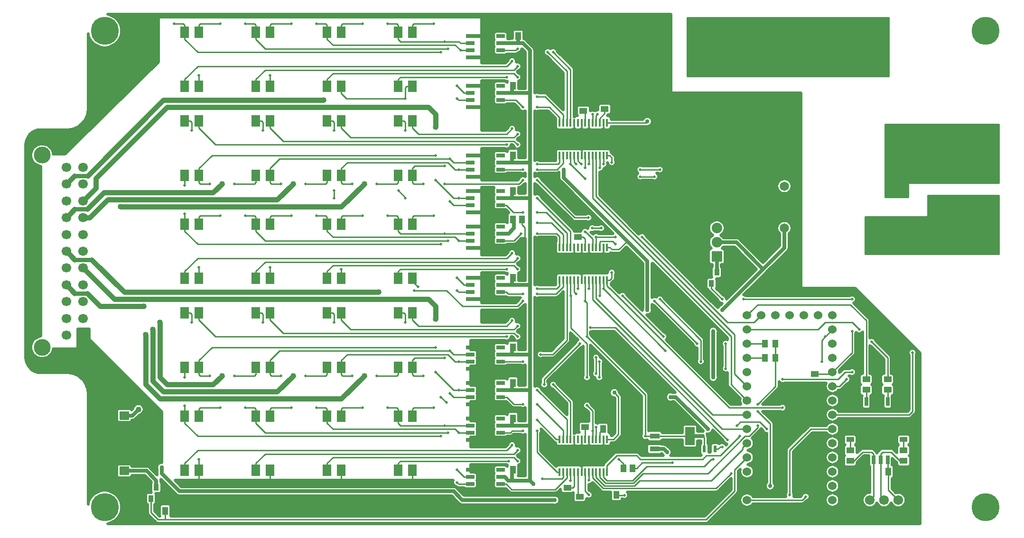
<source format=gbr>
G04 #@! TF.GenerationSoftware,KiCad,Pcbnew,(5.1.5)-3*
G04 #@! TF.CreationDate,2020-06-17T20:43:19-07:00*
G04 #@! TF.ProjectId,BMS Board,424d5320-426f-4617-9264-2e6b69636164,rev?*
G04 #@! TF.SameCoordinates,Original*
G04 #@! TF.FileFunction,Copper,L1,Top*
G04 #@! TF.FilePolarity,Positive*
%FSLAX46Y46*%
G04 Gerber Fmt 4.6, Leading zero omitted, Abs format (unit mm)*
G04 Created by KiCad (PCBNEW (5.1.5)-3) date 2020-06-17 20:43:19*
%MOMM*%
%LPD*%
G04 APERTURE LIST*
%ADD10C,1.524000*%
%ADD11R,0.450000X1.475000*%
%ADD12R,0.600000X1.250000*%
%ADD13R,1.525000X0.650000*%
%ADD14R,1.400000X1.050000*%
%ADD15R,1.050000X1.400000*%
%ADD16R,1.750000X3.200000*%
%ADD17R,1.750000X0.950000*%
%ADD18R,0.650000X1.600000*%
%ADD19R,1.700000X1.500000*%
%ADD20R,1.400000X0.950000*%
%ADD21C,1.650000*%
%ADD22C,2.100000*%
%ADD23C,1.875000*%
%ADD24R,1.875000X1.875000*%
%ADD25C,1.725000*%
%ADD26R,1.725000X1.725000*%
%ADD27R,1.020000X1.470000*%
%ADD28R,0.900000X1.200000*%
%ADD29C,5.000000*%
%ADD30R,10.000000X10.000000*%
%ADD31C,3.000000*%
%ADD32C,1.700000*%
%ADD33R,1.500000X2.000000*%
%ADD34C,0.762000*%
%ADD35C,1.016000*%
%ADD36C,0.508000*%
%ADD37C,0.254000*%
%ADD38C,0.635000*%
%ADD39C,0.889000*%
%ADD40C,0.762000*%
%ADD41C,0.250000*%
%ADD42C,0.508000*%
G04 APERTURE END LIST*
D10*
X264160000Y-392430000D03*
X251460000Y-392430000D03*
X251460000Y-394970000D03*
X251460000Y-397510000D03*
X251460000Y-400050000D03*
X251460000Y-402590000D03*
X251460000Y-405130000D03*
X251460000Y-407670000D03*
X251460000Y-410210000D03*
X251460000Y-412750000D03*
X251460000Y-415290000D03*
X251460000Y-417830000D03*
X251460000Y-420370000D03*
X251460000Y-422910000D03*
X251460000Y-425450000D03*
X266700000Y-392430000D03*
X266700000Y-394970000D03*
X266700000Y-397510000D03*
X266700000Y-400050000D03*
X266700000Y-402590000D03*
X266700000Y-405130000D03*
X266700000Y-407670000D03*
X266700000Y-410210000D03*
X266700000Y-412750000D03*
X266700000Y-415290000D03*
X266700000Y-417830000D03*
X266700000Y-420370000D03*
X266700000Y-422910000D03*
X266700000Y-425450000D03*
X254000000Y-392430000D03*
X256540000Y-392430000D03*
X259080000Y-392430000D03*
X261620000Y-392430000D03*
D11*
X226475000Y-420450500D03*
X225825000Y-420450500D03*
X225175000Y-420450500D03*
X224525000Y-420450500D03*
X223875000Y-420450500D03*
X223225000Y-420450500D03*
X222575000Y-420450500D03*
X221925000Y-420450500D03*
X221275000Y-420450500D03*
X220625000Y-420450500D03*
X219975000Y-420450500D03*
X219325000Y-420450500D03*
X218675000Y-420450500D03*
X218025000Y-420450500D03*
X218025000Y-414574500D03*
X218675000Y-414574500D03*
X219325000Y-414574500D03*
X219975000Y-414574500D03*
X220625000Y-414574500D03*
X221275000Y-414574500D03*
X221925000Y-414574500D03*
X222575000Y-414574500D03*
X223225000Y-414574500D03*
X223875000Y-414574500D03*
X224525000Y-414574500D03*
X225175000Y-414574500D03*
X225825000Y-414574500D03*
X226475000Y-414574500D03*
X226475000Y-386160500D03*
X225825000Y-386160500D03*
X225175000Y-386160500D03*
X224525000Y-386160500D03*
X223875000Y-386160500D03*
X223225000Y-386160500D03*
X222575000Y-386160500D03*
X221925000Y-386160500D03*
X221275000Y-386160500D03*
X220625000Y-386160500D03*
X219975000Y-386160500D03*
X219325000Y-386160500D03*
X218675000Y-386160500D03*
X218025000Y-386160500D03*
X218025000Y-380284500D03*
X218675000Y-380284500D03*
X219325000Y-380284500D03*
X219975000Y-380284500D03*
X220625000Y-380284500D03*
X221275000Y-380284500D03*
X221925000Y-380284500D03*
X222575000Y-380284500D03*
X223225000Y-380284500D03*
X223875000Y-380284500D03*
X224525000Y-380284500D03*
X225175000Y-380284500D03*
X225825000Y-380284500D03*
X226475000Y-380284500D03*
X226475000Y-363935500D03*
X225825000Y-363935500D03*
X225175000Y-363935500D03*
X224525000Y-363935500D03*
X223875000Y-363935500D03*
X223225000Y-363935500D03*
X222575000Y-363935500D03*
X221925000Y-363935500D03*
X221275000Y-363935500D03*
X220625000Y-363935500D03*
X219975000Y-363935500D03*
X219325000Y-363935500D03*
X218675000Y-363935500D03*
X218025000Y-363935500D03*
X218025000Y-358059500D03*
X218675000Y-358059500D03*
X219325000Y-358059500D03*
X219975000Y-358059500D03*
X220625000Y-358059500D03*
X221275000Y-358059500D03*
X221925000Y-358059500D03*
X222575000Y-358059500D03*
X223225000Y-358059500D03*
X223875000Y-358059500D03*
X224525000Y-358059500D03*
X225175000Y-358059500D03*
X225825000Y-358059500D03*
X226475000Y-358059500D03*
D12*
X244792500Y-414240000D03*
X245742500Y-416340000D03*
X243842500Y-416340000D03*
D13*
X207499500Y-410845000D03*
X207499500Y-412115000D03*
X207499500Y-413385000D03*
X207499500Y-414655000D03*
X202075500Y-414655000D03*
X202075500Y-413385000D03*
X202075500Y-412115000D03*
X202075500Y-410845000D03*
X207499500Y-420052500D03*
X207499500Y-421322500D03*
X207499500Y-422592500D03*
X207499500Y-423862500D03*
X202075500Y-423862500D03*
X202075500Y-422592500D03*
X202075500Y-421322500D03*
X202075500Y-420052500D03*
X207499500Y-404495000D03*
X207499500Y-405765000D03*
X207499500Y-407035000D03*
X207499500Y-408305000D03*
X202075500Y-408305000D03*
X202075500Y-407035000D03*
X202075500Y-405765000D03*
X202075500Y-404495000D03*
X207499500Y-398145000D03*
X207499500Y-399415000D03*
X207499500Y-400685000D03*
X207499500Y-401955000D03*
X202075500Y-401955000D03*
X202075500Y-400685000D03*
X202075500Y-399415000D03*
X202075500Y-398145000D03*
X207499500Y-376555000D03*
X207499500Y-377825000D03*
X207499500Y-379095000D03*
X207499500Y-380365000D03*
X202075500Y-380365000D03*
X202075500Y-379095000D03*
X202075500Y-377825000D03*
X202075500Y-376555000D03*
X207499500Y-385762500D03*
X207499500Y-387032500D03*
X207499500Y-388302500D03*
X207499500Y-389572500D03*
X202075500Y-389572500D03*
X202075500Y-388302500D03*
X202075500Y-387032500D03*
X202075500Y-385762500D03*
X207499500Y-370205000D03*
X207499500Y-371475000D03*
X207499500Y-372745000D03*
X207499500Y-374015000D03*
X202075500Y-374015000D03*
X202075500Y-372745000D03*
X202075500Y-371475000D03*
X202075500Y-370205000D03*
X207499500Y-363855000D03*
X207499500Y-365125000D03*
X207499500Y-366395000D03*
X207499500Y-367665000D03*
X202075500Y-367665000D03*
X202075500Y-366395000D03*
X202075500Y-365125000D03*
X202075500Y-363855000D03*
X207499500Y-342582500D03*
X207499500Y-343852500D03*
X207499500Y-345122500D03*
X207499500Y-346392500D03*
X202075500Y-346392500D03*
X202075500Y-345122500D03*
X202075500Y-343852500D03*
X202075500Y-342582500D03*
X207499500Y-351472500D03*
X207499500Y-352742500D03*
X207499500Y-354012500D03*
X207499500Y-355282500D03*
X202075500Y-355282500D03*
X202075500Y-354012500D03*
X202075500Y-352742500D03*
X202075500Y-351472500D03*
D14*
X263525000Y-404810000D03*
X263525000Y-402910000D03*
D15*
X149540000Y-427355000D03*
X147640000Y-427355000D03*
X256537500Y-400050000D03*
X254637500Y-400050000D03*
X256537500Y-397510000D03*
X254637500Y-397510000D03*
D14*
X269875000Y-418462500D03*
X269875000Y-416562500D03*
X279400000Y-418462500D03*
X279400000Y-416562500D03*
X272732500Y-405762500D03*
X272732500Y-403862500D03*
X276542500Y-405762500D03*
X276542500Y-403862500D03*
X219392500Y-425130000D03*
X219392500Y-423230000D03*
X221615000Y-426717500D03*
X221615000Y-424817500D03*
X222567500Y-410530000D03*
X222567500Y-412430000D03*
D15*
X227645000Y-412750000D03*
X225745000Y-412750000D03*
D14*
X221297500Y-376557500D03*
X221297500Y-378457500D03*
X222250000Y-354015000D03*
X222250000Y-355915000D03*
X226060000Y-353697500D03*
X226060000Y-355597500D03*
D16*
X241275000Y-414020000D03*
D17*
X234975000Y-416320000D03*
X234975000Y-414020000D03*
X234975000Y-411720000D03*
D18*
X276542500Y-418267500D03*
X275272500Y-418267500D03*
X274002500Y-418267500D03*
X272732500Y-418267500D03*
X272732500Y-407867500D03*
X274002500Y-407867500D03*
X275272500Y-407867500D03*
X276542500Y-407867500D03*
D19*
X140335000Y-420240000D03*
X140335000Y-410340000D03*
D20*
X269875000Y-414652500D03*
X269875000Y-412752500D03*
X279400000Y-414652500D03*
X279400000Y-412752500D03*
D21*
X258127500Y-369372500D03*
D22*
X278127500Y-369372500D03*
X274627500Y-376872500D03*
D21*
X258127500Y-376872500D03*
D23*
X246062500Y-376872500D03*
X246062500Y-379412500D03*
D24*
X246062500Y-381952500D03*
D25*
X278447500Y-425450000D03*
X273367500Y-425450000D03*
X275907500Y-425450000D03*
D26*
X270827500Y-425450000D03*
D27*
X278305000Y-420370000D03*
X276685000Y-420370000D03*
X230997500Y-419735000D03*
X229377500Y-419735000D03*
X211312500Y-420052500D03*
X209692500Y-420052500D03*
X211312500Y-410845000D03*
X209692500Y-410845000D03*
X211312500Y-404495000D03*
X209692500Y-404495000D03*
X211312500Y-398145000D03*
X209692500Y-398145000D03*
X211312500Y-385762500D03*
X209692500Y-385762500D03*
X211312500Y-375285000D03*
X209692500Y-375285000D03*
X211312500Y-370205000D03*
X209692500Y-370205000D03*
X211312500Y-363855000D03*
X209692500Y-363855000D03*
X211312500Y-351472500D03*
X209692500Y-351472500D03*
X212265000Y-342582500D03*
X210645000Y-342582500D03*
X226520000Y-424497500D03*
X228140000Y-424497500D03*
D28*
X246062500Y-384762500D03*
X247012500Y-386762500D03*
X245112500Y-386762500D03*
D29*
X294005000Y-341630000D03*
X136842500Y-426720000D03*
X294005000Y-426720000D03*
X136842500Y-341630000D03*
D30*
X271462500Y-344487500D03*
X258762500Y-344487500D03*
X246062500Y-344487500D03*
D31*
X125680000Y-398150000D03*
X125680000Y-363850000D03*
D32*
X130000000Y-396000000D03*
X133000000Y-396000000D03*
X130000000Y-393000000D03*
X133000000Y-393000000D03*
X130000000Y-390000000D03*
X133000000Y-390000000D03*
X130000000Y-387000000D03*
X133000000Y-387000000D03*
X130000000Y-384000000D03*
X133000000Y-384000000D03*
X130000000Y-381000000D03*
X133000000Y-381000000D03*
X130000000Y-378000000D03*
X133000000Y-378000000D03*
X130000000Y-375000000D03*
X133000000Y-375000000D03*
X130000000Y-372000000D03*
X133000000Y-372000000D03*
X130000000Y-369000000D03*
X133000000Y-369000000D03*
X130000000Y-366000000D03*
X133000000Y-366000000D03*
D28*
X146050000Y-423180000D03*
X147000000Y-425180000D03*
X145100000Y-425180000D03*
D33*
X189230000Y-410440000D03*
X191770000Y-410440000D03*
X191770000Y-420140000D03*
X189230000Y-420140000D03*
X176530000Y-410440000D03*
X179070000Y-410440000D03*
X179070000Y-420140000D03*
X176530000Y-420140000D03*
X163830000Y-410440000D03*
X166370000Y-410440000D03*
X166370000Y-420140000D03*
X163830000Y-420140000D03*
X151130000Y-410440000D03*
X153670000Y-410440000D03*
X153670000Y-420140000D03*
X151130000Y-420140000D03*
X153670000Y-401725000D03*
X151130000Y-401725000D03*
X151130000Y-392025000D03*
X153670000Y-392025000D03*
X166370000Y-401725000D03*
X163830000Y-401725000D03*
X163830000Y-392025000D03*
X166370000Y-392025000D03*
X179070000Y-401725000D03*
X176530000Y-401725000D03*
X176530000Y-392025000D03*
X179070000Y-392025000D03*
X191770000Y-401725000D03*
X189230000Y-401725000D03*
X189230000Y-392025000D03*
X191770000Y-392025000D03*
X189230000Y-376150000D03*
X191770000Y-376150000D03*
X191770000Y-385850000D03*
X189230000Y-385850000D03*
X176530000Y-376150000D03*
X179070000Y-376150000D03*
X179070000Y-385850000D03*
X176530000Y-385850000D03*
X163830000Y-376150000D03*
X166370000Y-376150000D03*
X166370000Y-385850000D03*
X163830000Y-385850000D03*
X151130000Y-376150000D03*
X153670000Y-376150000D03*
X153670000Y-385850000D03*
X151130000Y-385850000D03*
X153670000Y-367435000D03*
X151130000Y-367435000D03*
X151130000Y-357735000D03*
X153670000Y-357735000D03*
X166370000Y-367435000D03*
X163830000Y-367435000D03*
X163830000Y-357735000D03*
X166370000Y-357735000D03*
X179070000Y-367435000D03*
X176530000Y-367435000D03*
X176530000Y-357735000D03*
X179070000Y-357735000D03*
X191770000Y-367435000D03*
X189230000Y-367435000D03*
X189230000Y-357735000D03*
X191770000Y-357735000D03*
X189230000Y-341860000D03*
X191770000Y-341860000D03*
X191770000Y-351560000D03*
X189230000Y-351560000D03*
X176530000Y-341860000D03*
X179070000Y-341860000D03*
X179070000Y-351560000D03*
X176530000Y-351560000D03*
X163830000Y-341860000D03*
X166370000Y-341860000D03*
X166370000Y-351560000D03*
X163830000Y-351560000D03*
X151130000Y-341860000D03*
X153670000Y-341860000D03*
X153670000Y-351560000D03*
X151130000Y-351560000D03*
D34*
X215900000Y-371792500D03*
X216535000Y-386397500D03*
X213995000Y-378777500D03*
X209550000Y-391795000D03*
X214312500Y-390842500D03*
X211455000Y-402272500D03*
X213995000Y-403542500D03*
X211455000Y-367347500D03*
X213995000Y-367347500D03*
X213995000Y-356552500D03*
X211455000Y-356552500D03*
D35*
X198437500Y-425767500D03*
X198437500Y-427672500D03*
D36*
X166370000Y-383857500D03*
X179070000Y-384175000D03*
X192722500Y-387350000D03*
X190500000Y-393700000D03*
X177800000Y-393700000D03*
X165100000Y-393700000D03*
X152400000Y-393700000D03*
X190500000Y-359410000D03*
X177800000Y-359410000D03*
X165100000Y-359410000D03*
X152400000Y-359410000D03*
X190500000Y-353695000D03*
X166370000Y-349567500D03*
X153670000Y-349567500D03*
X153670000Y-383857500D03*
X190500000Y-371475000D03*
X189255399Y-370179601D03*
X177800000Y-370179601D03*
X177800000Y-371475000D03*
X153670000Y-418147500D03*
X204787500Y-342582500D03*
X204787500Y-346392500D03*
X204787500Y-351472500D03*
X204787500Y-355282500D03*
X204787500Y-363855000D03*
X204787500Y-367665000D03*
X204787500Y-370205000D03*
X204787500Y-374015000D03*
X204787500Y-376555000D03*
X204787500Y-380365000D03*
X204787500Y-385762500D03*
X204787500Y-389572500D03*
X204787500Y-398145000D03*
X204787500Y-401955000D03*
X204787500Y-404495000D03*
X204787500Y-408305000D03*
X204787500Y-410845000D03*
X204787500Y-414655000D03*
X204787500Y-420052500D03*
X204787500Y-423862500D03*
X220980000Y-412432500D03*
X231457500Y-415290000D03*
X217170000Y-407035000D03*
X227330000Y-410845000D03*
X226377500Y-409892500D03*
X227330000Y-408940000D03*
X226377500Y-407987500D03*
X228282500Y-404812500D03*
X228282500Y-403225000D03*
X235585000Y-425767500D03*
X239395000Y-425767500D03*
X243205000Y-425767500D03*
X237172500Y-408622500D03*
X235585000Y-410845000D03*
X237172500Y-405447500D03*
X235585000Y-405447500D03*
X234315000Y-404177500D03*
X238125000Y-418782500D03*
X238760000Y-416877500D03*
X240347500Y-416877500D03*
X241935000Y-416877500D03*
X222885000Y-383222500D03*
X219710000Y-360997500D03*
X211772500Y-369252500D03*
D34*
X211455000Y-378777500D03*
D36*
X232092500Y-375920000D03*
X232410000Y-377190000D03*
X236855000Y-377190000D03*
X236855000Y-375920000D03*
X231775000Y-389255000D03*
X232092500Y-384810000D03*
X229552500Y-387032500D03*
X236537500Y-392747500D03*
D34*
X240030000Y-389255000D03*
X240030000Y-391795000D03*
D36*
X274637500Y-405765000D03*
X274637500Y-403860000D03*
X276225000Y-393700000D03*
X279400000Y-396875000D03*
X271462500Y-396875000D03*
X271462500Y-400050000D03*
D34*
X242887500Y-385762500D03*
X250825000Y-384175000D03*
D36*
X245745000Y-413702500D03*
X228600000Y-418147500D03*
X197802500Y-407987500D03*
D34*
X243522500Y-414020000D03*
D36*
X223202500Y-424497500D03*
X233286750Y-414020000D03*
X222575000Y-389882500D03*
X222567500Y-366077500D03*
X196850000Y-407035000D03*
X215265000Y-404812500D03*
X221615000Y-397510000D03*
X222885000Y-396240000D03*
X197485000Y-368935000D03*
X211455000Y-368300000D03*
X223148501Y-375021499D03*
X213995000Y-368300000D03*
X261937500Y-424815000D03*
X199707500Y-351472500D03*
X198120000Y-344805000D03*
X161925000Y-340360000D03*
X157480000Y-340360000D03*
X200342500Y-345122500D03*
X174625000Y-340360000D03*
X170180000Y-340360000D03*
X197485000Y-343535000D03*
X187325000Y-340360000D03*
D35*
X175895000Y-354012500D03*
D36*
X182880000Y-340360000D03*
X193675000Y-368935000D03*
D35*
X195897500Y-358775000D03*
D36*
X197485000Y-365760000D03*
X195580000Y-340360000D03*
X180975000Y-368935000D03*
D35*
X139700000Y-373062500D03*
D36*
X200025000Y-366395000D03*
D35*
X183197500Y-368935000D03*
D36*
X185420000Y-368935000D03*
X168275000Y-368935000D03*
X198437500Y-372110000D03*
X198437500Y-364490000D03*
D35*
X170497500Y-368935000D03*
D36*
X172720000Y-368935000D03*
X155575000Y-368935000D03*
X195897500Y-363855000D03*
X195897500Y-368300000D03*
X200025000Y-371475000D03*
D35*
X157797500Y-368935000D03*
D36*
X160020000Y-368935000D03*
X151130000Y-374332500D03*
X196850000Y-379730000D03*
X199707500Y-387985000D03*
X151130000Y-369252500D03*
X161925000Y-374650000D03*
X198120000Y-379095000D03*
X199707500Y-385762500D03*
X157480000Y-374650000D03*
X174625000Y-374650000D03*
X200025000Y-379095000D03*
X170180000Y-374650000D03*
X187325000Y-374650000D03*
D35*
X185737500Y-388302500D03*
D36*
X197485000Y-377825000D03*
X182880000Y-374650000D03*
X193675000Y-403225000D03*
D35*
X195897500Y-393065000D03*
D36*
X197485000Y-400050000D03*
X195580000Y-374650000D03*
X200025000Y-400685000D03*
X180975000Y-403225000D03*
D35*
X144145000Y-395922500D03*
X183197500Y-403225000D03*
D36*
X185420000Y-403225000D03*
X198437500Y-406400000D03*
X168275000Y-403225000D03*
X198437500Y-398780000D03*
D35*
X145415000Y-394970000D03*
X170497500Y-403225000D03*
D36*
X172720000Y-403225000D03*
X200025000Y-405765000D03*
X155575000Y-403225000D03*
X195897500Y-398145000D03*
X195897500Y-402590000D03*
D35*
X146685000Y-393700000D03*
X143827500Y-390842500D03*
X157797500Y-403225000D03*
D36*
X160020000Y-403225000D03*
X229552500Y-424565000D03*
X151130000Y-408622500D03*
X196850000Y-414020000D03*
X199707500Y-422275000D03*
D34*
X147002500Y-419612500D03*
X217170000Y-425450000D03*
X237172516Y-416877500D03*
X245427500Y-403542500D03*
X245427500Y-395287500D03*
X247015000Y-391477500D03*
D36*
X151130000Y-403542500D03*
X157480000Y-408940000D03*
X200025000Y-413385000D03*
X174625000Y-408940000D03*
X170180000Y-408940000D03*
X197485000Y-412115000D03*
X187325000Y-408940000D03*
X182880000Y-408940000D03*
X195580000Y-408940000D03*
X248602514Y-420687500D03*
X225175000Y-366077500D03*
X225175000Y-388937500D03*
X253365000Y-412115000D03*
X229235000Y-388937500D03*
X265430000Y-396240000D03*
X236537500Y-396240000D03*
X264795000Y-400685000D03*
X225825000Y-387667500D03*
X225825000Y-365442500D03*
X236896250Y-398738750D03*
X245427500Y-418147500D03*
X250190000Y-414020000D03*
X227330000Y-365125000D03*
X227330000Y-384810000D03*
X257810000Y-408940000D03*
X259080000Y-424497500D03*
X192087500Y-387985000D03*
X211455000Y-389890000D03*
X223520000Y-394652500D03*
X247967503Y-414655003D03*
D34*
X244475000Y-412750000D03*
X218757500Y-366395000D03*
X227776250Y-406271250D03*
X233680000Y-382905000D03*
X255587500Y-422910000D03*
D36*
X253365000Y-409575000D03*
X253365000Y-408305000D03*
D34*
X233680000Y-357822482D03*
X237807500Y-407035000D03*
X233680000Y-391477488D03*
D36*
X224790000Y-356552500D03*
X224525000Y-412432500D03*
X224525000Y-399997500D03*
X224525000Y-402855000D03*
X227965000Y-378460000D03*
X232727500Y-378460000D03*
X224536009Y-378460000D03*
X223225000Y-421935000D03*
X223202500Y-387667500D03*
X223202500Y-365442500D03*
X223837500Y-376872500D03*
X225107500Y-400685000D03*
X225107500Y-403542500D03*
X225425000Y-376872500D03*
X149225000Y-340360000D03*
X196850000Y-345440000D03*
X199707500Y-353695000D03*
X209550000Y-347027500D03*
X210502500Y-347980000D03*
X210502500Y-349885000D03*
X208597500Y-349885000D03*
X209550000Y-359092500D03*
X210502500Y-360045000D03*
X210502500Y-361950000D03*
X208597500Y-361950000D03*
X209550000Y-381317500D03*
X210502500Y-382270000D03*
X210502500Y-384175000D03*
X208597500Y-384175000D03*
X209550000Y-393382500D03*
X210502500Y-394335000D03*
X210502500Y-396240000D03*
X208597500Y-396240000D03*
X209550000Y-415607500D03*
X210502500Y-416560000D03*
X210502500Y-418465000D03*
X208915000Y-418465000D03*
X227965000Y-379730000D03*
X221839882Y-365442500D03*
X220980000Y-365442500D03*
X221297500Y-387667500D03*
X220980000Y-388620000D03*
X211455000Y-355282500D03*
X213995000Y-355282500D03*
X216852500Y-345440000D03*
X210502500Y-344805000D03*
X215900000Y-345440000D03*
X213995000Y-353377500D03*
X213995000Y-365442500D03*
X211455000Y-366395000D03*
X213995000Y-366395000D03*
X211455000Y-374015000D03*
X213995000Y-374015000D03*
X213995000Y-371475000D03*
X211455000Y-388620000D03*
X213995000Y-388620000D03*
X213995000Y-375920000D03*
X213995000Y-377825000D03*
X211137500Y-377825000D03*
X213995000Y-387667500D03*
X214630000Y-399415000D03*
X211455000Y-400685000D03*
X216852500Y-404812500D03*
X211455000Y-408305000D03*
X213995000Y-408305000D03*
X213995000Y-405765000D03*
X213995000Y-411162500D03*
X211455000Y-413067500D03*
X213995000Y-413067500D03*
X214947500Y-421640000D03*
D34*
X209550000Y-352742500D03*
X209550000Y-365125000D03*
X209550000Y-371475000D03*
X209550000Y-387032500D03*
X209550000Y-399415000D03*
X209550000Y-412115000D03*
X209550000Y-405765000D03*
X209550000Y-343852500D03*
X209867500Y-376872500D03*
X209559510Y-421947990D03*
X213360000Y-422592500D03*
X212725000Y-376872500D03*
D36*
X232410000Y-367665000D03*
X234950000Y-389890000D03*
X242570000Y-397510000D03*
X247650000Y-397510000D03*
X234950000Y-367665000D03*
X247650000Y-401955000D03*
X232410000Y-366395000D03*
X235902500Y-389572500D03*
X243205000Y-400685000D03*
X235902500Y-366395000D03*
X199707500Y-420052500D03*
X198120000Y-413385000D03*
X161925000Y-408940000D03*
D35*
X142875000Y-409257500D03*
D36*
X247015000Y-415925000D03*
X249647618Y-412115000D03*
X254952500Y-412750000D03*
X280987500Y-399097500D03*
X273685000Y-397192500D03*
X271462486Y-394970000D03*
X219975000Y-421957500D03*
X223875000Y-413067500D03*
X219975000Y-365442500D03*
X222567500Y-377507500D03*
X223875000Y-356552500D03*
X222541250Y-368008750D03*
X220027500Y-388937498D03*
X222885000Y-408547500D03*
X222885000Y-403542500D03*
X286702500Y-365760000D03*
X288925000Y-365760000D03*
X291147500Y-365760000D03*
X293370000Y-365760000D03*
X293370000Y-359092500D03*
X293370000Y-361315000D03*
X293370000Y-363537500D03*
X295592500Y-365760000D03*
X293370000Y-367982500D03*
X288925000Y-367982500D03*
X295592500Y-361315000D03*
X291147500Y-361315000D03*
X288925000Y-359092500D03*
X288925000Y-361315000D03*
X288925000Y-363537500D03*
X286702500Y-361315000D03*
X291147500Y-363537500D03*
X295592500Y-363537500D03*
X286702500Y-363537500D03*
X291147500Y-359092500D03*
X291147500Y-367982500D03*
X286702500Y-367982500D03*
X295592500Y-367982500D03*
X295592500Y-359092500D03*
X286702500Y-359092500D03*
X293370000Y-376237500D03*
X288925000Y-378460000D03*
X286702500Y-378460000D03*
X291147500Y-376237500D03*
X293370000Y-374015000D03*
X295592500Y-371792500D03*
X295592500Y-374015000D03*
X288925000Y-380682500D03*
X293370000Y-371792500D03*
X295592500Y-380682500D03*
X286702500Y-374015000D03*
X286702500Y-371792500D03*
X288925000Y-374015000D03*
X293370000Y-380682500D03*
X288925000Y-376237500D03*
X286702500Y-380682500D03*
X293370000Y-378460000D03*
X295592500Y-378460000D03*
X291147500Y-378460000D03*
X291147500Y-380682500D03*
X291147500Y-371792500D03*
X288925000Y-371792500D03*
X286702500Y-376237500D03*
X291147500Y-374015000D03*
X295592500Y-376237500D03*
X269240000Y-403860000D03*
X257810000Y-403860000D03*
X270192500Y-402590016D03*
X270192500Y-395287500D03*
X270192500Y-389572500D03*
X250825000Y-389572500D03*
X247015000Y-389572500D03*
D37*
X179070000Y-385850000D02*
X179070000Y-384175000D01*
X191770000Y-386397500D02*
X192722500Y-387350000D01*
X191770000Y-385850000D02*
X191770000Y-386397500D01*
X177800000Y-393340790D02*
X177800000Y-393700000D01*
X177800000Y-392291000D02*
X177800000Y-393340790D01*
X177534000Y-392025000D02*
X177800000Y-392291000D01*
X176530000Y-392025000D02*
X177534000Y-392025000D01*
X190500000Y-393340790D02*
X190500000Y-393700000D01*
X190500000Y-392291000D02*
X190500000Y-393340790D01*
X190234000Y-392025000D02*
X190500000Y-392291000D01*
X189230000Y-392025000D02*
X190234000Y-392025000D01*
X165100000Y-392291000D02*
X165100000Y-393340790D01*
X165100000Y-393340790D02*
X165100000Y-393700000D01*
X164834000Y-392025000D02*
X165100000Y-392291000D01*
X163830000Y-392025000D02*
X164834000Y-392025000D01*
X152400000Y-392291000D02*
X152400000Y-393340790D01*
X152134000Y-392025000D02*
X152400000Y-392291000D01*
X152400000Y-393340790D02*
X152400000Y-393700000D01*
X151130000Y-392025000D02*
X152134000Y-392025000D01*
X190234000Y-357735000D02*
X190500000Y-358001000D01*
X189230000Y-357735000D02*
X190234000Y-357735000D01*
X190500000Y-358001000D02*
X190500000Y-359410000D01*
X152134000Y-357735000D02*
X152400000Y-358001000D01*
X151130000Y-357735000D02*
X152134000Y-357735000D01*
X152400000Y-358001000D02*
X152400000Y-359410000D01*
X164834000Y-357735000D02*
X165100000Y-358001000D01*
X163830000Y-357735000D02*
X164834000Y-357735000D01*
X165100000Y-358001000D02*
X165100000Y-359410000D01*
X177534000Y-357735000D02*
X177800000Y-358001000D01*
X176530000Y-357735000D02*
X177534000Y-357735000D01*
X177800000Y-358001000D02*
X177800000Y-359410000D01*
X190500000Y-359410000D02*
X190500000Y-359410000D01*
X177800000Y-359410000D02*
X177800000Y-359410000D01*
X165100000Y-359410000D02*
X165100000Y-359410000D01*
X152400000Y-359410000D02*
X152400000Y-359410000D01*
X190500000Y-351826000D02*
X190500000Y-353335790D01*
X190500000Y-353335790D02*
X190500000Y-353695000D01*
X190766000Y-351560000D02*
X190500000Y-351826000D01*
X191770000Y-351560000D02*
X190766000Y-351560000D01*
X190140790Y-353695000D02*
X190500000Y-353695000D01*
X179951000Y-353695000D02*
X190140790Y-353695000D01*
X179070000Y-352814000D02*
X179951000Y-353695000D01*
X179070000Y-351560000D02*
X179070000Y-352814000D01*
X166370000Y-351560000D02*
X166370000Y-349567500D01*
X166370000Y-349567500D02*
X166370000Y-349567500D01*
X153670000Y-351560000D02*
X153670000Y-350306000D01*
X153670000Y-350306000D02*
X153670000Y-349567500D01*
X153670000Y-349567500D02*
X153670000Y-349567500D01*
X166370000Y-385850000D02*
X166370000Y-383857500D01*
X153670000Y-385850000D02*
X153670000Y-383857500D01*
X190500000Y-371424202D02*
X189255399Y-370179601D01*
X190500000Y-371475000D02*
X190500000Y-371424202D01*
X177800000Y-370179601D02*
X177800000Y-371475000D01*
X177800000Y-371475000D02*
X177800000Y-371475000D01*
X179070000Y-420140000D02*
X179070000Y-421957500D01*
X191770000Y-420140000D02*
X191770000Y-421394000D01*
X191770000Y-421394000D02*
X191770000Y-421957500D01*
X166370000Y-420140000D02*
X166370000Y-421957500D01*
X153670000Y-420140000D02*
X153670000Y-421957500D01*
X153670000Y-420140000D02*
X153670000Y-418147500D01*
X153670000Y-418147500D02*
X153670000Y-418147500D01*
X221925000Y-420450500D02*
X221925000Y-419425000D01*
X220625000Y-414574500D02*
X220625000Y-415607500D01*
X223225000Y-414574500D02*
X223225000Y-415607500D01*
X221925000Y-414574500D02*
X221925000Y-415607500D01*
X225825000Y-414574500D02*
X225825000Y-415607500D01*
X231761500Y-419735000D02*
X232714000Y-418782500D01*
X230997500Y-419735000D02*
X231761500Y-419735000D01*
X232714000Y-418782500D02*
X238125000Y-418782500D01*
X238125000Y-418782500D02*
X238125000Y-418782500D01*
X221925000Y-386160500D02*
X221925000Y-385127500D01*
X220625000Y-380284500D02*
X220625000Y-381317500D01*
X221925000Y-380284500D02*
X221925000Y-381317500D01*
X223225000Y-380284500D02*
X223225000Y-381317500D01*
X223225000Y-381317500D02*
X223202500Y-381317500D01*
X225825000Y-380284500D02*
X225825000Y-381317500D01*
X220625000Y-358059500D02*
X220625000Y-359092500D01*
X221925000Y-358059500D02*
X221925000Y-359092500D01*
X223225000Y-358059500D02*
X223225000Y-359092500D01*
X225825000Y-358059500D02*
X225825000Y-359092500D01*
X221925000Y-363935500D02*
X221925000Y-362902500D01*
X221925000Y-362902500D02*
X221932500Y-362902500D01*
D38*
X240030000Y-389255000D02*
X240030000Y-391795000D01*
D37*
X211835999Y-378396501D02*
X211455000Y-378777500D01*
X211835999Y-376797499D02*
X211835999Y-378396501D01*
X211312500Y-376274000D02*
X211835999Y-376797499D01*
X211312500Y-375285000D02*
X211312500Y-376274000D01*
D38*
X202075500Y-342582500D02*
X204787500Y-342582500D01*
X202075500Y-346392500D02*
X204787500Y-346392500D01*
X202075500Y-351472500D02*
X204787500Y-351472500D01*
X202075500Y-355282500D02*
X204787500Y-355282500D01*
X202075500Y-363855000D02*
X204787500Y-363855000D01*
X202075500Y-367665000D02*
X204787500Y-367665000D01*
X202075500Y-370205000D02*
X204787500Y-370205000D01*
X202075500Y-374015000D02*
X204787500Y-374015000D01*
X202075500Y-376555000D02*
X204787500Y-376555000D01*
X202075500Y-380365000D02*
X204787500Y-380365000D01*
X202075500Y-385762500D02*
X204787500Y-385762500D01*
X202075500Y-389572500D02*
X204787500Y-389572500D01*
D37*
X229377500Y-418925000D02*
X228600000Y-418147500D01*
X229377500Y-419735000D02*
X229377500Y-418925000D01*
D38*
X241275000Y-414020000D02*
X243522500Y-414020000D01*
D37*
X222575000Y-420450500D02*
X222575000Y-423870000D01*
X222575000Y-423870000D02*
X223202500Y-424497500D01*
X223202500Y-424497500D02*
X223202500Y-424497500D01*
X233286750Y-414020000D02*
X233286750Y-414020000D01*
X233286750Y-414020000D02*
X234975000Y-414020000D01*
X222575000Y-386160500D02*
X222575000Y-389882500D01*
X222575000Y-364927000D02*
X222567500Y-364934500D01*
X222575000Y-363935500D02*
X222575000Y-364927000D01*
X222567500Y-364934500D02*
X222567500Y-366077500D01*
X222567500Y-366077500D02*
X222567500Y-366077500D01*
X196850000Y-407035000D02*
X197802500Y-407987500D01*
X215265000Y-404812500D02*
X215265000Y-403860000D01*
X215265000Y-403860000D02*
X221615000Y-397510000D01*
X233286750Y-413660790D02*
X233286750Y-414020000D01*
X233286750Y-406641750D02*
X233286750Y-413660790D01*
X221615000Y-397510000D02*
X221615000Y-397510000D01*
X222885000Y-396240000D02*
X233286750Y-406641750D01*
X222885000Y-390192500D02*
X222885000Y-396240000D01*
X222575000Y-389882500D02*
X222885000Y-390192500D01*
X197485000Y-368935000D02*
X210820000Y-368935000D01*
X210820000Y-368935000D02*
X211455000Y-368300000D01*
X211455000Y-368300000D02*
X211455000Y-368300000D01*
X213995000Y-368300000D02*
X213995000Y-368300000D01*
X220716499Y-375021499D02*
X213995000Y-368300000D01*
X223148501Y-375021499D02*
X220716499Y-375021499D01*
X234975000Y-414020000D02*
X241300000Y-414020000D01*
X243842500Y-414340000D02*
X243522500Y-414020000D01*
X243842500Y-416340000D02*
X243842500Y-414340000D01*
X261302500Y-425450000D02*
X261937500Y-424815000D01*
X251460000Y-425450000D02*
X261302500Y-425450000D01*
X200977500Y-352742500D02*
X199707500Y-351472500D01*
X198120000Y-344805000D02*
X198120000Y-344805000D01*
X163830000Y-340606000D02*
X163584000Y-340360000D01*
X163830000Y-341860000D02*
X163830000Y-340606000D01*
X163584000Y-340360000D02*
X161925000Y-340360000D01*
X161925000Y-340360000D02*
X161925000Y-340360000D01*
X196532500Y-344805000D02*
X196532500Y-344805000D01*
X196532500Y-344805000D02*
X196532500Y-344805000D01*
X202075500Y-352742500D02*
X200977500Y-352742500D01*
X163830000Y-343114000D02*
X163830000Y-341860000D01*
X196532500Y-344805000D02*
X198120000Y-344805000D01*
X165521000Y-344805000D02*
X163830000Y-343114000D01*
X196532500Y-344805000D02*
X165521000Y-344805000D01*
X157120790Y-340360000D02*
X157480000Y-340360000D01*
X153916000Y-340360000D02*
X157120790Y-340360000D01*
X153670000Y-340606000D02*
X153916000Y-340360000D01*
X153670000Y-341860000D02*
X153670000Y-340606000D01*
X202075500Y-345122500D02*
X200342500Y-345122500D01*
X176530000Y-340606000D02*
X176284000Y-340360000D01*
X176530000Y-341860000D02*
X176530000Y-340606000D01*
X176284000Y-340360000D02*
X174625000Y-340360000D01*
X174625000Y-340360000D02*
X174625000Y-340360000D01*
X199390000Y-344170000D02*
X196850000Y-344170000D01*
X200342500Y-345122500D02*
X199390000Y-344170000D01*
X177586000Y-344170000D02*
X176530000Y-343114000D01*
X176530000Y-343114000D02*
X176530000Y-341860000D01*
X196850000Y-344170000D02*
X177586000Y-344170000D01*
X169820790Y-340360000D02*
X170180000Y-340360000D01*
X166616000Y-340360000D02*
X169820790Y-340360000D01*
X166370000Y-340606000D02*
X166616000Y-340360000D01*
X166370000Y-341860000D02*
X166370000Y-340606000D01*
X202075500Y-343852500D02*
X200342500Y-343852500D01*
X200025000Y-343535000D02*
X197485000Y-343535000D01*
X200342500Y-343852500D02*
X200025000Y-343535000D01*
X197485000Y-343535000D02*
X189651000Y-343535000D01*
X189230000Y-340606000D02*
X188984000Y-340360000D01*
X189230000Y-341860000D02*
X189230000Y-340606000D01*
X188984000Y-340360000D02*
X187325000Y-340360000D01*
X187325000Y-340360000D02*
X187325000Y-340360000D01*
X189230000Y-343114000D02*
X189230000Y-341860000D01*
X189651000Y-343535000D02*
X189230000Y-343114000D01*
D39*
X130849999Y-368150001D02*
X130000000Y-369000000D01*
X131494501Y-367505499D02*
X130849999Y-368150001D01*
X147320000Y-354012500D02*
X133827001Y-367505499D01*
X175895000Y-354012500D02*
X147320000Y-354012500D01*
D40*
X133827001Y-367505499D02*
X131494501Y-367505499D01*
D37*
X182520790Y-340360000D02*
X182880000Y-340360000D01*
X179316000Y-340360000D02*
X182520790Y-340360000D01*
X179070000Y-340606000D02*
X179316000Y-340360000D01*
X179070000Y-341860000D02*
X179070000Y-340606000D01*
X191770000Y-368689000D02*
X192016000Y-368935000D01*
X191770000Y-367435000D02*
X191770000Y-368689000D01*
X192016000Y-368935000D02*
X193675000Y-368935000D01*
X193675000Y-368935000D02*
X193675000Y-368935000D01*
X192191000Y-365760000D02*
X191770000Y-366181000D01*
X191770000Y-366181000D02*
X191770000Y-367435000D01*
X197485000Y-365760000D02*
X192191000Y-365760000D01*
D39*
X148590000Y-355282500D02*
X147955000Y-355282500D01*
X135255000Y-367982500D02*
X135255000Y-369745000D01*
X147955000Y-355282500D02*
X135255000Y-367982500D01*
X135255000Y-369745000D02*
X133000000Y-372000000D01*
X195897500Y-358775000D02*
X195897500Y-356552500D01*
X195897500Y-356552500D02*
X194627500Y-355282500D01*
X148590000Y-355282500D02*
X194627500Y-355282500D01*
D37*
X191770000Y-340606000D02*
X192016000Y-340360000D01*
X191770000Y-341860000D02*
X191770000Y-340606000D01*
X195220790Y-340360000D02*
X195580000Y-340360000D01*
X192016000Y-340360000D02*
X195220790Y-340360000D01*
X179070000Y-368689000D02*
X179316000Y-368935000D01*
X179070000Y-367435000D02*
X179070000Y-368689000D01*
X179316000Y-368935000D02*
X180975000Y-368935000D01*
X180975000Y-368935000D02*
X180975000Y-368935000D01*
D39*
X179070000Y-373062500D02*
X139700000Y-373062500D01*
X183197500Y-368935000D02*
X183197500Y-368935000D01*
X183197500Y-368935000D02*
X179070000Y-373062500D01*
D37*
X180126000Y-365125000D02*
X179070000Y-366181000D01*
X179070000Y-366181000D02*
X179070000Y-367435000D01*
X198120000Y-365125000D02*
X180126000Y-365125000D01*
X202075500Y-366395000D02*
X199390000Y-366395000D01*
X199390000Y-366395000D02*
X198120000Y-365125000D01*
X189230000Y-368689000D02*
X188984000Y-368935000D01*
X189230000Y-367435000D02*
X189230000Y-368689000D01*
X188984000Y-368935000D02*
X185420000Y-368935000D01*
X166370000Y-368689000D02*
X166616000Y-368935000D01*
X166370000Y-367435000D02*
X166370000Y-368689000D01*
X166616000Y-368935000D02*
X168275000Y-368935000D01*
X168275000Y-368935000D02*
X168275000Y-368935000D01*
X198437500Y-364490000D02*
X168061000Y-364490000D01*
X168061000Y-364490000D02*
X166370000Y-366181000D01*
X166370000Y-366181000D02*
X166370000Y-367435000D01*
X199072500Y-365125000D02*
X202075500Y-365125000D01*
X198437500Y-364490000D02*
X199072500Y-365125000D01*
X202075500Y-372745000D02*
X199072500Y-372745000D01*
X199072500Y-372745000D02*
X198437500Y-372110000D01*
X198437500Y-372110000D02*
X198437500Y-372110000D01*
D39*
X137409581Y-371792500D02*
X134202081Y-375000000D01*
X167640000Y-371792500D02*
X137409581Y-371792500D01*
X134202081Y-375000000D02*
X133000000Y-375000000D01*
X170497500Y-368935000D02*
X170497500Y-368935000D01*
X170497500Y-368935000D02*
X167640000Y-371792500D01*
D37*
X176530000Y-368689000D02*
X176284000Y-368935000D01*
X176530000Y-367435000D02*
X176530000Y-368689000D01*
X176284000Y-368935000D02*
X172720000Y-368935000D01*
X153670000Y-368689000D02*
X153916000Y-368935000D01*
X153670000Y-367435000D02*
X153670000Y-368689000D01*
X153916000Y-368935000D02*
X155575000Y-368935000D01*
X155575000Y-368935000D02*
X155575000Y-368935000D01*
D39*
X157797500Y-368935000D02*
X157797500Y-368935000D01*
X131494501Y-373505499D02*
X130849999Y-374150001D01*
D40*
X133706363Y-373505499D02*
X131494501Y-373505499D01*
D39*
X156210000Y-370522500D02*
X136689362Y-370522500D01*
X136689362Y-370522500D02*
X133706363Y-373505499D01*
X130849999Y-374150001D02*
X130000000Y-375000000D01*
D37*
X155996000Y-363855000D02*
X195897500Y-363855000D01*
X153670000Y-367435000D02*
X153670000Y-366181000D01*
X153670000Y-366181000D02*
X155996000Y-363855000D01*
X195897500Y-363855000D02*
X195897500Y-363855000D01*
X202075500Y-371475000D02*
X199072500Y-371475000D01*
X199072500Y-371475000D02*
X195897500Y-368300000D01*
X195897500Y-368300000D02*
X195897500Y-368300000D01*
D39*
X157797500Y-368935000D02*
X156210000Y-370522500D01*
D37*
X163830000Y-368689000D02*
X163584000Y-368935000D01*
X163830000Y-367435000D02*
X163830000Y-368689000D01*
X163584000Y-368935000D02*
X160020000Y-368935000D01*
X151130000Y-376150000D02*
X151130000Y-374332500D01*
X151130000Y-376150000D02*
X151130000Y-377404000D01*
X153456000Y-379730000D02*
X196850000Y-379730000D01*
X151130000Y-377404000D02*
X153456000Y-379730000D01*
X196850000Y-379730000D02*
X196850000Y-379730000D01*
X200025000Y-388302500D02*
X202075500Y-388302500D01*
X199707500Y-387985000D02*
X200025000Y-388302500D01*
X151130000Y-367435000D02*
X151130000Y-369252500D01*
X163830000Y-374896000D02*
X163584000Y-374650000D01*
X163830000Y-376150000D02*
X163830000Y-374896000D01*
X163584000Y-374650000D02*
X161925000Y-374650000D01*
X161925000Y-374650000D02*
X161925000Y-374650000D01*
X165521000Y-379095000D02*
X196850000Y-379095000D01*
X163830000Y-376150000D02*
X163830000Y-377404000D01*
X163830000Y-377404000D02*
X165521000Y-379095000D01*
X196850000Y-379095000D02*
X198120000Y-379095000D01*
X198120000Y-379095000D02*
X198120000Y-379095000D01*
X200977500Y-387032500D02*
X199707500Y-385762500D01*
X202075500Y-387032500D02*
X200977500Y-387032500D01*
X157120790Y-374650000D02*
X157480000Y-374650000D01*
X153670000Y-374896000D02*
X153916000Y-374650000D01*
X153916000Y-374650000D02*
X157120790Y-374650000D01*
X153670000Y-376150000D02*
X153670000Y-374896000D01*
X176530000Y-374896000D02*
X176284000Y-374650000D01*
X176530000Y-376150000D02*
X176530000Y-374896000D01*
X176284000Y-374650000D02*
X174625000Y-374650000D01*
X174625000Y-374650000D02*
X174625000Y-374650000D01*
X177586000Y-378460000D02*
X176530000Y-377404000D01*
X176530000Y-377404000D02*
X176530000Y-376150000D01*
X199390000Y-378460000D02*
X177586000Y-378460000D01*
X200025000Y-379095000D02*
X199390000Y-378460000D01*
X202075500Y-379095000D02*
X200025000Y-379095000D01*
X166370000Y-374896000D02*
X166616000Y-374650000D01*
X166370000Y-376150000D02*
X166370000Y-374896000D01*
X166616000Y-374650000D02*
X170180000Y-374650000D01*
X189230000Y-374896000D02*
X188984000Y-374650000D01*
X189230000Y-376150000D02*
X189230000Y-374896000D01*
X188984000Y-374650000D02*
X187325000Y-374650000D01*
X187325000Y-374650000D02*
X187325000Y-374650000D01*
D39*
X185737500Y-388302500D02*
X140335000Y-388302500D01*
X131494501Y-382494501D02*
X130849999Y-381849999D01*
X140335000Y-388302500D02*
X134527001Y-382494501D01*
D40*
X134527001Y-382494501D02*
X131494501Y-382494501D01*
D39*
X130849999Y-381849999D02*
X130000000Y-381000000D01*
D37*
X189230000Y-377404000D02*
X189230000Y-376150000D01*
X189651000Y-377825000D02*
X189230000Y-377404000D01*
X200025000Y-377825000D02*
X197485000Y-377825000D01*
X197485000Y-377825000D02*
X189651000Y-377825000D01*
X202075500Y-377825000D02*
X200025000Y-377825000D01*
X179070000Y-374896000D02*
X179316000Y-374650000D01*
X179070000Y-376150000D02*
X179070000Y-374896000D01*
X179316000Y-374650000D02*
X182880000Y-374650000D01*
X191770000Y-402979000D02*
X192016000Y-403225000D01*
X191770000Y-401725000D02*
X191770000Y-402979000D01*
X192016000Y-403225000D02*
X193675000Y-403225000D01*
X193675000Y-403225000D02*
X193675000Y-403225000D01*
D39*
X195897500Y-393065000D02*
X195897500Y-390842500D01*
X195897500Y-390842500D02*
X194627500Y-389572500D01*
X138572500Y-389572500D02*
X133849999Y-384849999D01*
X194627500Y-389572500D02*
X138572500Y-389572500D01*
X133849999Y-384849999D02*
X133000000Y-384000000D01*
D37*
X192191000Y-400050000D02*
X197485000Y-400050000D01*
X191770000Y-401725000D02*
X191770000Y-400471000D01*
X191770000Y-400471000D02*
X192191000Y-400050000D01*
X197485000Y-400050000D02*
X197485000Y-400050000D01*
X191770000Y-374896000D02*
X192016000Y-374650000D01*
X191770000Y-376150000D02*
X191770000Y-374896000D01*
X192016000Y-374650000D02*
X195580000Y-374650000D01*
X179070000Y-402979000D02*
X179316000Y-403225000D01*
X179070000Y-401725000D02*
X179070000Y-402979000D01*
X179316000Y-403225000D02*
X180975000Y-403225000D01*
X180975000Y-403225000D02*
X180975000Y-403225000D01*
D39*
X179070000Y-407352500D02*
X183197500Y-403225000D01*
X144145000Y-404812500D02*
X146685000Y-407352500D01*
X144145000Y-395922500D02*
X144145000Y-404812500D01*
X146685000Y-407352500D02*
X179070000Y-407352500D01*
X183197500Y-403225000D02*
X183197500Y-403225000D01*
D37*
X179070000Y-400471000D02*
X179070000Y-401725000D01*
X180126000Y-399415000D02*
X179070000Y-400471000D01*
X202075500Y-400685000D02*
X199390000Y-400685000D01*
X198120000Y-399415000D02*
X180126000Y-399415000D01*
X199390000Y-400685000D02*
X198120000Y-399415000D01*
X189230000Y-402979000D02*
X188984000Y-403225000D01*
X189230000Y-401725000D02*
X189230000Y-402979000D01*
X188984000Y-403225000D02*
X185420000Y-403225000D01*
X185420000Y-403225000D02*
X185420000Y-403225000D01*
X185420000Y-403225000D02*
X185420000Y-403225000D01*
X198437500Y-406400000D02*
X198437500Y-406400000D01*
X202075500Y-407035000D02*
X199072500Y-407035000D01*
X199072500Y-407035000D02*
X198437500Y-406400000D01*
X199072500Y-399415000D02*
X202075500Y-399415000D01*
X166370000Y-402979000D02*
X166616000Y-403225000D01*
X166370000Y-401725000D02*
X166370000Y-402979000D01*
X166616000Y-403225000D02*
X168275000Y-403225000D01*
X168275000Y-403225000D02*
X168275000Y-403225000D01*
X168061000Y-398780000D02*
X198437500Y-398780000D01*
X166370000Y-401725000D02*
X166370000Y-400471000D01*
X166370000Y-400471000D02*
X168061000Y-398780000D01*
X199072500Y-399415000D02*
X198437500Y-398780000D01*
D39*
X167640000Y-406082500D02*
X170497500Y-403225000D01*
X147320000Y-406082500D02*
X167640000Y-406082500D01*
X145415000Y-394970000D02*
X145415000Y-404177500D01*
X145415000Y-404177500D02*
X147320000Y-406082500D01*
X170497500Y-403225000D02*
X170497500Y-403225000D01*
D37*
X176530000Y-402979000D02*
X176284000Y-403225000D01*
X176530000Y-401725000D02*
X176530000Y-402979000D01*
X176284000Y-403225000D02*
X172720000Y-403225000D01*
X172720000Y-403225000D02*
X172720000Y-403225000D01*
X172720000Y-403225000D02*
X172720000Y-403225000D01*
X199072500Y-405765000D02*
X195897500Y-402590000D01*
X202075500Y-405765000D02*
X199072500Y-405765000D01*
X153670000Y-402979000D02*
X153916000Y-403225000D01*
X153670000Y-401725000D02*
X153670000Y-402979000D01*
X153916000Y-403225000D02*
X155575000Y-403225000D01*
X155575000Y-403225000D02*
X155575000Y-403225000D01*
X155996000Y-398145000D02*
X195897500Y-398145000D01*
X153670000Y-401725000D02*
X153670000Y-400471000D01*
X153670000Y-400471000D02*
X155996000Y-398145000D01*
X195897500Y-398145000D02*
X195897500Y-398145000D01*
X195897500Y-402590000D02*
X195897500Y-402590000D01*
D39*
X130849999Y-387849999D02*
X130000000Y-387000000D01*
X136054362Y-390842500D02*
X133706363Y-388494501D01*
D40*
X133706363Y-388494501D02*
X131494501Y-388494501D01*
D39*
X157797500Y-403225000D02*
X157797500Y-403225000D01*
X156210000Y-404812500D02*
X147955000Y-404812500D01*
X143827500Y-390842500D02*
X136054362Y-390842500D01*
X147955000Y-404812500D02*
X146685000Y-403542500D01*
X131494501Y-388494501D02*
X130849999Y-387849999D01*
X146685000Y-403542500D02*
X146685000Y-393700000D01*
X146685000Y-393700000D02*
X146685000Y-393700000D01*
X143827500Y-390842500D02*
X143827500Y-390842500D01*
X157797500Y-403225000D02*
X156210000Y-404812500D01*
D37*
X163830000Y-402979000D02*
X163584000Y-403225000D01*
X163830000Y-401725000D02*
X163830000Y-402979000D01*
X163584000Y-403225000D02*
X160020000Y-403225000D01*
X160020000Y-403225000D02*
X160020000Y-403225000D01*
X160020000Y-403225000D02*
X160020000Y-403225000D01*
X229552500Y-424565000D02*
X228140000Y-424565000D01*
X151130000Y-410440000D02*
X151130000Y-408622500D01*
X153456000Y-414020000D02*
X196850000Y-414020000D01*
X151130000Y-410440000D02*
X151130000Y-411694000D01*
X151130000Y-411694000D02*
X153456000Y-414020000D01*
X200025000Y-422592500D02*
X202075500Y-422592500D01*
X199707500Y-422275000D02*
X200025000Y-422592500D01*
D38*
X217170000Y-425450000D02*
X217170000Y-425450000D01*
X236791517Y-416496501D02*
X237172516Y-416877500D01*
X234975000Y-416320000D02*
X236615016Y-416320000D01*
X236615016Y-416320000D02*
X236791517Y-416496501D01*
X200660000Y-425450000D02*
X217170000Y-425450000D01*
X150177500Y-423862500D02*
X199072500Y-423862500D01*
X147002500Y-419612500D02*
X147002500Y-420687500D01*
X199072500Y-423862500D02*
X200660000Y-425450000D01*
X147002500Y-420687500D02*
X150177500Y-423862500D01*
X245427500Y-403542500D02*
X245427500Y-395287500D01*
X245427500Y-395287500D02*
X245427500Y-395287500D01*
X258127500Y-380365000D02*
X258127500Y-376872500D01*
D37*
X151130000Y-401725000D02*
X151130000Y-403542500D01*
X153670000Y-409186000D02*
X153916000Y-408940000D01*
X153670000Y-410440000D02*
X153670000Y-409186000D01*
X153916000Y-408940000D02*
X157480000Y-408940000D01*
X157480000Y-408940000D02*
X157480000Y-408940000D01*
X157480000Y-408940000D02*
X157480000Y-408940000D01*
X202075500Y-413385000D02*
X200025000Y-413385000D01*
X200025000Y-413385000D02*
X199390000Y-412750000D01*
X176530000Y-409186000D02*
X176284000Y-408940000D01*
X176530000Y-410440000D02*
X176530000Y-409186000D01*
X176284000Y-408940000D02*
X174625000Y-408940000D01*
X174625000Y-408940000D02*
X174625000Y-408940000D01*
X177586000Y-412750000D02*
X199390000Y-412750000D01*
X176530000Y-410440000D02*
X176530000Y-411694000D01*
X176530000Y-411694000D02*
X177586000Y-412750000D01*
X166370000Y-409186000D02*
X166616000Y-408940000D01*
X166370000Y-410440000D02*
X166370000Y-409186000D01*
X166616000Y-408940000D02*
X170180000Y-408940000D01*
X170180000Y-408940000D02*
X170180000Y-408940000D01*
X170180000Y-408940000D02*
X170180000Y-408940000D01*
X200025000Y-412115000D02*
X197485000Y-412115000D01*
X202075500Y-412115000D02*
X200025000Y-412115000D01*
X189230000Y-409186000D02*
X188984000Y-408940000D01*
X189230000Y-410440000D02*
X189230000Y-409186000D01*
X188984000Y-408940000D02*
X187325000Y-408940000D01*
X187325000Y-408940000D02*
X187325000Y-408940000D01*
X189651000Y-412115000D02*
X197485000Y-412115000D01*
X189230000Y-410440000D02*
X189230000Y-411694000D01*
X189230000Y-411694000D02*
X189651000Y-412115000D01*
X179070000Y-409186000D02*
X179316000Y-408940000D01*
X179070000Y-410440000D02*
X179070000Y-409186000D01*
X179316000Y-408940000D02*
X182880000Y-408940000D01*
X182880000Y-408940000D02*
X182880000Y-408940000D01*
X182880000Y-408940000D02*
X182880000Y-408940000D01*
X191770000Y-409186000D02*
X192016000Y-408940000D01*
X191770000Y-410440000D02*
X191770000Y-409186000D01*
X192016000Y-408940000D02*
X195580000Y-408940000D01*
X195580000Y-408940000D02*
X195580000Y-408940000D01*
X195580000Y-408940000D02*
X195580000Y-408940000D01*
X223875000Y-420450500D02*
X223875000Y-421442000D01*
X248348515Y-420941499D02*
X248602514Y-420687500D01*
X245926004Y-423364010D02*
X248348515Y-420941499D01*
X223875000Y-421442000D02*
X225797010Y-423364010D01*
X225797010Y-423364010D02*
X245926004Y-423364010D01*
X247015000Y-412750000D02*
X250382370Y-412750000D01*
X223875000Y-386160500D02*
X223875000Y-389610000D01*
X250382370Y-412750000D02*
X251460000Y-412750000D01*
X223875000Y-389610000D02*
X247015000Y-412750000D01*
X250698001Y-406908001D02*
X251460000Y-407670000D01*
X248602500Y-404812500D02*
X250698001Y-406908001D01*
X248602500Y-396240000D02*
X248602500Y-404812500D01*
X223875000Y-363935500D02*
X223875000Y-371512500D01*
X223875000Y-371512500D02*
X248602500Y-396240000D01*
X250698001Y-416369499D02*
X250698001Y-416051999D01*
X245110000Y-421957500D02*
X250698001Y-416369499D01*
X224525000Y-421367932D02*
X226067067Y-422909999D01*
X231337555Y-422909999D02*
X232290054Y-421957500D01*
X250698001Y-416051999D02*
X251460000Y-415290000D01*
X224525000Y-420450500D02*
X224525000Y-421367932D01*
X226067067Y-422909999D02*
X231337555Y-422909999D01*
X232290054Y-421957500D02*
X245110000Y-421957500D01*
X250382370Y-410210000D02*
X251460000Y-410210000D01*
X245336801Y-410210000D02*
X250382370Y-410210000D01*
X224525000Y-386160500D02*
X224525000Y-389398199D01*
X224525000Y-389398199D02*
X245336801Y-410210000D01*
X249237500Y-402907500D02*
X250698001Y-404368001D01*
X249237500Y-395922500D02*
X249237500Y-402907500D01*
X250698001Y-404368001D02*
X251460000Y-405130000D01*
X224525000Y-363935500D02*
X224525000Y-371210000D01*
X224525000Y-371210000D02*
X249237500Y-395922500D01*
X225175000Y-363935500D02*
X225175000Y-366077500D01*
X225175000Y-366077500D02*
X225175000Y-366077500D01*
X225175000Y-386160500D02*
X225175000Y-388937500D01*
X253365000Y-412115000D02*
X253365000Y-412115000D01*
X236537500Y-396240000D02*
X229235000Y-388937500D01*
X264795000Y-400325790D02*
X264795000Y-400685000D01*
X264795000Y-396875000D02*
X264795000Y-400325790D01*
X266700000Y-394970000D02*
X264795000Y-396875000D01*
X253365000Y-412474210D02*
X253365000Y-412115000D01*
X244450778Y-420687500D02*
X251118278Y-414020000D01*
X225175000Y-421375864D02*
X226210646Y-422411510D01*
X251819210Y-414020000D02*
X253365000Y-412474210D01*
X251118278Y-414020000D02*
X251819210Y-414020000D01*
X225175000Y-420450500D02*
X225175000Y-421375864D01*
X226210646Y-422411510D02*
X231193979Y-422411510D01*
X232917989Y-420687500D02*
X244450778Y-420687500D01*
X231193979Y-422411510D02*
X232917989Y-420687500D01*
X225825000Y-386160500D02*
X225825000Y-387667500D01*
X225825000Y-387667500D02*
X225825000Y-387667500D01*
X225825000Y-363935500D02*
X225825000Y-365442500D01*
X225825000Y-365442500D02*
X225825000Y-365442500D01*
X225825000Y-387667500D02*
X236896250Y-398738750D01*
X236937500Y-398780000D02*
X236937500Y-398780000D01*
X236896250Y-398738750D02*
X236937500Y-398780000D01*
X245068290Y-418147500D02*
X245427500Y-418147500D01*
X243798290Y-419417500D02*
X245068290Y-418147500D01*
X225825000Y-421351602D02*
X226430898Y-421957500D01*
X231005921Y-421957500D02*
X233545921Y-419417500D01*
X225825000Y-420450500D02*
X225825000Y-421351602D01*
X226430898Y-421957500D02*
X231005921Y-421957500D01*
X233545921Y-419417500D02*
X243798290Y-419417500D01*
X227330000Y-364311500D02*
X227330000Y-365125000D01*
X226475000Y-363935500D02*
X226954000Y-363935500D01*
X227330000Y-385784500D02*
X226954000Y-386160500D01*
X226954000Y-363935500D02*
X227330000Y-364311500D01*
X227330000Y-384810000D02*
X227330000Y-385784500D01*
X226475000Y-386160500D02*
X226954000Y-386160500D01*
X226475000Y-386160500D02*
X226475000Y-387152000D01*
X226990500Y-387667500D02*
X227012500Y-387667500D01*
X226954000Y-387609000D02*
X227012500Y-387667500D01*
X226475000Y-387152000D02*
X226990500Y-387667500D01*
X248285000Y-408940000D02*
X227012500Y-387667500D01*
X257810000Y-408940000D02*
X257810000Y-408940000D01*
X232410000Y-418147500D02*
X231775000Y-417512500D01*
X250190000Y-414020000D02*
X246697500Y-417512500D01*
X244157500Y-417512500D02*
X243522500Y-418147500D01*
X243522500Y-418147500D02*
X232410000Y-418147500D01*
X246697500Y-417512500D02*
X244157500Y-417512500D01*
X228193250Y-417512500D02*
X226475000Y-419230750D01*
X231775000Y-417512500D02*
X228193250Y-417512500D01*
X226475000Y-419230750D02*
X226475000Y-420450500D01*
X257810000Y-408940000D02*
X248285000Y-408940000D01*
X262890000Y-412750000D02*
X266700000Y-412750000D01*
X259080000Y-424497500D02*
X259080000Y-416560000D01*
X259080000Y-416560000D02*
X262890000Y-412750000D01*
X211455000Y-389890000D02*
X211455000Y-389890000D01*
X192087500Y-387985000D02*
X197836502Y-387985000D01*
X210502500Y-390842500D02*
X211455000Y-389890000D01*
X200694002Y-390842500D02*
X210502500Y-390842500D01*
X197836502Y-387985000D02*
X200694002Y-390842500D01*
X223520000Y-394652500D02*
X227965000Y-394652500D01*
X227965000Y-394652500D02*
X247967503Y-414655003D01*
D38*
X218757500Y-366933815D02*
X218757500Y-366395000D01*
X218757500Y-367887839D02*
X218757500Y-366933815D01*
X229282330Y-378412670D02*
X218757500Y-367887839D01*
X230076081Y-379206419D02*
X229282330Y-378412670D01*
X233680000Y-382905000D02*
X233680000Y-382810339D01*
D37*
X256540000Y-397512500D02*
X256540000Y-400050000D01*
X228497001Y-406992001D02*
X228157249Y-406652249D01*
X228497001Y-413711601D02*
X228497001Y-406992001D01*
X227634102Y-414574500D02*
X228497001Y-413711601D01*
X228157249Y-406652249D02*
X227776250Y-406271250D01*
X226475000Y-414574500D02*
X227634102Y-414574500D01*
X253365000Y-409575000D02*
X253365000Y-409575000D01*
X255587500Y-422910000D02*
X255587500Y-411797500D01*
X255587500Y-411797500D02*
X253365000Y-409575000D01*
X253618999Y-408051001D02*
X253365000Y-408305000D01*
X256540000Y-400050000D02*
X256540000Y-405130000D01*
X256540000Y-405130000D02*
X253618999Y-408051001D01*
X226475000Y-358059500D02*
X233442982Y-358059500D01*
X233442982Y-358059500D02*
X233680000Y-357822482D01*
D38*
X231663581Y-380793919D02*
X230076081Y-379206419D01*
X233680000Y-382810339D02*
X231663581Y-380793919D01*
D37*
X226954000Y-380284500D02*
X226475000Y-380284500D01*
X227352000Y-380682500D02*
X226954000Y-380284500D01*
X230076081Y-379206419D02*
X228600000Y-380682500D01*
X228600000Y-380682500D02*
X227352000Y-380682500D01*
D38*
X244475000Y-412750000D02*
X238760000Y-407035000D01*
X238760000Y-407035000D02*
X237807500Y-407035000D01*
X237807500Y-407035000D02*
X237807500Y-407035000D01*
X233680000Y-382905000D02*
X233680000Y-391477488D01*
D37*
X224525000Y-356817500D02*
X224790000Y-356552500D01*
X224525000Y-358059500D02*
X224525000Y-356817500D01*
X224790000Y-356552500D02*
X224790000Y-356552500D01*
X224525000Y-414574500D02*
X224525000Y-412432500D01*
X224525000Y-412432500D02*
X224525000Y-412432500D01*
X224525000Y-399997500D02*
X224525000Y-402855000D01*
X224525000Y-378471009D02*
X224536009Y-378460000D01*
X224525000Y-380284500D02*
X224525000Y-378471009D01*
X227965000Y-378460000D02*
X224536009Y-378460000D01*
D41*
X233680000Y-379412500D02*
X232727500Y-378460000D01*
X244792500Y-390525000D02*
X233680000Y-379412500D01*
D37*
X247967500Y-393700000D02*
X244792500Y-390525000D01*
X254000000Y-392430000D02*
X252730000Y-393700000D01*
X252730000Y-393700000D02*
X247967500Y-393700000D01*
X223225000Y-420450500D02*
X223225000Y-421935000D01*
X223225000Y-387645000D02*
X223202500Y-387667500D01*
X223225000Y-386160500D02*
X223225000Y-387645000D01*
X223225000Y-365420000D02*
X223202500Y-365442500D01*
X223225000Y-363935500D02*
X223225000Y-365420000D01*
X225107500Y-403542500D02*
X225107500Y-400685000D01*
X223837500Y-376872500D02*
X225425000Y-376872500D01*
X151130000Y-340606000D02*
X150884000Y-340360000D01*
X151130000Y-341860000D02*
X151130000Y-340606000D01*
X150884000Y-340360000D02*
X149225000Y-340360000D01*
X149225000Y-340360000D02*
X149225000Y-340360000D01*
X151130000Y-343114000D02*
X151130000Y-341860000D01*
X153456000Y-345440000D02*
X151130000Y-343114000D01*
X195262500Y-345440000D02*
X196850000Y-345440000D01*
X196850000Y-345440000D02*
X196850000Y-345440000D01*
X199707500Y-353695000D02*
X200025000Y-354012500D01*
X200025000Y-354012500D02*
X202075500Y-354012500D01*
X153456000Y-345440000D02*
X195262500Y-345440000D01*
X153456000Y-347980000D02*
X208597500Y-347980000D01*
X208597500Y-347980000D02*
X209550000Y-347027500D01*
X151130000Y-351560000D02*
X151130000Y-350306000D01*
X151130000Y-350306000D02*
X153456000Y-347980000D01*
X210502500Y-347980000D02*
X210502500Y-347980000D01*
X165521000Y-348615000D02*
X209867500Y-348615000D01*
X163830000Y-351560000D02*
X163830000Y-350306000D01*
X163830000Y-350306000D02*
X165521000Y-348615000D01*
X210502500Y-347980000D02*
X209867500Y-348615000D01*
X210502500Y-349885000D02*
X210502500Y-349885000D01*
X177586000Y-349250000D02*
X209867500Y-349250000D01*
X176530000Y-351560000D02*
X176530000Y-350306000D01*
X176530000Y-350306000D02*
X177586000Y-349250000D01*
X210502500Y-349885000D02*
X209867500Y-349250000D01*
X189230000Y-350306000D02*
X189230000Y-351560000D01*
X208597500Y-349885000D02*
X189651000Y-349885000D01*
X189651000Y-349885000D02*
X189230000Y-350306000D01*
X208597500Y-360045000D02*
X209550000Y-359092500D01*
X191770000Y-358989000D02*
X191770000Y-357735000D01*
X208597500Y-360045000D02*
X192826000Y-360045000D01*
X192826000Y-360045000D02*
X191770000Y-358989000D01*
X209867500Y-360680000D02*
X210502500Y-360045000D01*
X210502500Y-360045000D02*
X210502500Y-360045000D01*
X196850000Y-360680000D02*
X209867500Y-360680000D01*
X180761000Y-360680000D02*
X196850000Y-360680000D01*
X179070000Y-357735000D02*
X179070000Y-358989000D01*
X179070000Y-358989000D02*
X180761000Y-360680000D01*
X209867500Y-361315000D02*
X210502500Y-361950000D01*
X210502500Y-361950000D02*
X210502500Y-361950000D01*
X166370000Y-358989000D02*
X166370000Y-357735000D01*
X209867500Y-361315000D02*
X168696000Y-361315000D01*
X168696000Y-361315000D02*
X166370000Y-358989000D01*
X153670000Y-358989000D02*
X153670000Y-357735000D01*
X156631000Y-361950000D02*
X153670000Y-358989000D01*
X208597500Y-361950000D02*
X156631000Y-361950000D01*
X208597500Y-382270000D02*
X209550000Y-381317500D01*
X196850000Y-382270000D02*
X208597500Y-382270000D01*
X153456000Y-382270000D02*
X196850000Y-382270000D01*
X151130000Y-385850000D02*
X151130000Y-384596000D01*
X151130000Y-384596000D02*
X153456000Y-382270000D01*
X209867500Y-382905000D02*
X210502500Y-382270000D01*
X210502500Y-382270000D02*
X210502500Y-382270000D01*
X163830000Y-384596000D02*
X163830000Y-385850000D01*
X209867500Y-382905000D02*
X165521000Y-382905000D01*
X165521000Y-382905000D02*
X163830000Y-384596000D01*
X209867500Y-383540000D02*
X210502500Y-384175000D01*
X210502500Y-384175000D02*
X210502500Y-384175000D01*
X176530000Y-384596000D02*
X176530000Y-385850000D01*
X209867500Y-383540000D02*
X177586000Y-383540000D01*
X177586000Y-383540000D02*
X176530000Y-384596000D01*
X189230000Y-384596000D02*
X189230000Y-385850000D01*
X189651000Y-384175000D02*
X189230000Y-384596000D01*
X208597500Y-384175000D02*
X189651000Y-384175000D01*
X208597500Y-394335000D02*
X209550000Y-393382500D01*
X191770000Y-393279000D02*
X191770000Y-392025000D01*
X208597500Y-394335000D02*
X192826000Y-394335000D01*
X192826000Y-394335000D02*
X191770000Y-393279000D01*
X209867500Y-394970000D02*
X210502500Y-394335000D01*
X210502500Y-394335000D02*
X210502500Y-394335000D01*
X179070000Y-393279000D02*
X179070000Y-392025000D01*
X209867500Y-394970000D02*
X180761000Y-394970000D01*
X180761000Y-394970000D02*
X179070000Y-393279000D01*
X209867500Y-395605000D02*
X210502500Y-396240000D01*
X210502500Y-396240000D02*
X210502500Y-396240000D01*
X166370000Y-393279000D02*
X166370000Y-392025000D01*
X209867500Y-395605000D02*
X168696000Y-395605000D01*
X168696000Y-395605000D02*
X166370000Y-393279000D01*
X153670000Y-393279000D02*
X153670000Y-392025000D01*
X208597500Y-396240000D02*
X156631000Y-396240000D01*
X156631000Y-396240000D02*
X153670000Y-393279000D01*
X151130000Y-418886000D02*
X151130000Y-420140000D01*
X208597500Y-416560000D02*
X153456000Y-416560000D01*
X153456000Y-416560000D02*
X151130000Y-418886000D01*
X208597500Y-416560000D02*
X209550000Y-415607500D01*
X210502500Y-416560000D02*
X210502500Y-416560000D01*
X163830000Y-418886000D02*
X163830000Y-420140000D01*
X209867500Y-417195000D02*
X165521000Y-417195000D01*
X165521000Y-417195000D02*
X163830000Y-418886000D01*
X209867500Y-417195000D02*
X210502500Y-416560000D01*
X210502500Y-418465000D02*
X210502500Y-418465000D01*
X176530000Y-418886000D02*
X176530000Y-420140000D01*
X209867500Y-417830000D02*
X177586000Y-417830000D01*
X177586000Y-417830000D02*
X176530000Y-418886000D01*
X209867500Y-417830000D02*
X210502500Y-418465000D01*
X208915000Y-418465000D02*
X189651000Y-418465000D01*
X189230000Y-418886000D02*
X189230000Y-420140000D01*
X189651000Y-418465000D02*
X189230000Y-418886000D01*
X226060000Y-356376500D02*
X225175000Y-357261500D01*
X226060000Y-355597500D02*
X226060000Y-356376500D01*
X225175000Y-357261500D02*
X225175000Y-358059500D01*
X222575000Y-358059500D02*
X222575000Y-356240000D01*
X222575000Y-356240000D02*
X222250000Y-355915000D01*
X225248001Y-379219999D02*
X227454999Y-379219999D01*
X225175000Y-380284500D02*
X225175000Y-379293000D01*
X225175000Y-379293000D02*
X225248001Y-379219999D01*
X227454999Y-379219999D02*
X227965000Y-379730000D01*
X227965000Y-379730000D02*
X227965000Y-379730000D01*
X222575000Y-378781000D02*
X222251500Y-378457500D01*
X222575000Y-380284500D02*
X222575000Y-378781000D01*
X222251500Y-378457500D02*
X221297500Y-378457500D01*
X225175000Y-414574500D02*
X225175000Y-413320000D01*
X225175000Y-413320000D02*
X225745000Y-412750000D01*
X222575000Y-414574500D02*
X222575000Y-412437500D01*
X222575000Y-412437500D02*
X222567500Y-412430000D01*
X221275000Y-364877618D02*
X221839882Y-365442500D01*
X221275000Y-363935500D02*
X221275000Y-364877618D01*
X221839882Y-365442500D02*
X221839882Y-365442500D01*
X220625000Y-363935500D02*
X220625000Y-365087500D01*
X220625000Y-365087500D02*
X220980000Y-365442500D01*
X220980000Y-365442500D02*
X220980000Y-365442500D01*
X221275000Y-386160500D02*
X221275000Y-387645000D01*
X221275000Y-387645000D02*
X221297500Y-387667500D01*
X221297500Y-387667500D02*
X221297500Y-387667500D01*
X220625000Y-388265000D02*
X220980000Y-388620000D01*
X220625000Y-386160500D02*
X220625000Y-388265000D01*
X221275000Y-420450500D02*
X221275000Y-424477500D01*
X221275000Y-424477500D02*
X221615000Y-424817500D01*
X220625000Y-422951500D02*
X220349000Y-423227500D01*
X220625000Y-420450500D02*
X220625000Y-422951500D01*
X220349000Y-423227500D02*
X219392500Y-423227500D01*
X211201001Y-355028501D02*
X211455000Y-355282500D01*
X207499500Y-354012500D02*
X210185000Y-354012500D01*
X210185000Y-354012500D02*
X211201001Y-355028501D01*
X216217500Y-355282500D02*
X213995000Y-355282500D01*
X218025000Y-358059500D02*
X218025000Y-357090000D01*
X218025000Y-357090000D02*
X216217500Y-355282500D01*
X219975000Y-358059500D02*
X219975000Y-348562500D01*
X219975000Y-348562500D02*
X216852500Y-345440000D01*
X207499500Y-345122500D02*
X210185000Y-345122500D01*
X210185000Y-345122500D02*
X210502500Y-344805000D01*
X210502500Y-344805000D02*
X210502500Y-344805000D01*
X219325000Y-348865000D02*
X215900000Y-345440000D01*
X219325000Y-358059500D02*
X219325000Y-348865000D01*
X215417500Y-353377500D02*
X215265000Y-353377500D01*
X218675000Y-356635000D02*
X215417500Y-353377500D01*
X213995000Y-353377500D02*
X215265000Y-353377500D01*
X218675000Y-358059500D02*
X218675000Y-356635000D01*
X218025000Y-363935500D02*
X218025000Y-365125000D01*
X217707500Y-365442500D02*
X217170000Y-365442500D01*
X218025000Y-365125000D02*
X217707500Y-365442500D01*
X213995000Y-365442500D02*
X217170000Y-365442500D01*
X218675000Y-365249210D02*
X218675000Y-363935500D01*
X217529210Y-366395000D02*
X218675000Y-365249210D01*
X217529210Y-366395000D02*
X213995000Y-366395000D01*
X207499500Y-366395000D02*
X211455000Y-366395000D01*
X208516000Y-372745000D02*
X209786000Y-374015000D01*
X207499500Y-372745000D02*
X208516000Y-372745000D01*
X209786000Y-374015000D02*
X211455000Y-374015000D01*
X211455000Y-374015000D02*
X211455000Y-374015000D01*
X215582500Y-374015000D02*
X214947500Y-374015000D01*
X219325000Y-380284500D02*
X219325000Y-377757500D01*
X214947500Y-374015000D02*
X213995000Y-374015000D01*
X219325000Y-377757500D02*
X215582500Y-374015000D01*
X219975000Y-377455000D02*
X213995000Y-371475000D01*
X219975000Y-380284500D02*
X219975000Y-377455000D01*
X208516000Y-388302500D02*
X208833500Y-388620000D01*
X207499500Y-388302500D02*
X208516000Y-388302500D01*
X208833500Y-388620000D02*
X211455000Y-388620000D01*
X211455000Y-388620000D02*
X211455000Y-388620000D01*
X218675000Y-386160500D02*
X218675000Y-387350000D01*
X217405000Y-388620000D02*
X213995000Y-388620000D01*
X218675000Y-387350000D02*
X217405000Y-388620000D01*
X218675000Y-378060000D02*
X216535000Y-375920000D01*
X218675000Y-380284500D02*
X218675000Y-378060000D01*
X216535000Y-375920000D02*
X213995000Y-375920000D01*
X213995000Y-375920000D02*
X213995000Y-375920000D01*
X218025000Y-380284500D02*
X218025000Y-378362500D01*
X218025000Y-378362500D02*
X217487500Y-377825000D01*
X217487500Y-377825000D02*
X213995000Y-377825000D01*
X210883501Y-378078999D02*
X211137500Y-377825000D01*
X207499500Y-379095000D02*
X209867500Y-379095000D01*
X209867500Y-379095000D02*
X210883501Y-378078999D01*
X217509500Y-387667500D02*
X214354210Y-387667500D01*
X218025000Y-387152000D02*
X217509500Y-387667500D01*
X214354210Y-387667500D02*
X213995000Y-387667500D01*
X218025000Y-386160500D02*
X218025000Y-387152000D01*
X219325000Y-386160500D02*
X219325000Y-396875000D01*
X219325000Y-396875000D02*
X219325000Y-396875000D01*
X216785000Y-399415000D02*
X219325000Y-396875000D01*
X214630000Y-399415000D02*
X216785000Y-399415000D01*
X208516000Y-400685000D02*
X211455000Y-400685000D01*
X207499500Y-400685000D02*
X208516000Y-400685000D01*
X217106499Y-405066499D02*
X216852500Y-404812500D01*
X219975000Y-414574500D02*
X219975000Y-407935000D01*
X219975000Y-407935000D02*
X217106499Y-405066499D01*
X211455000Y-408305000D02*
X211455000Y-408305000D01*
X218675000Y-412985000D02*
X213995000Y-408305000D01*
X218675000Y-414574500D02*
X218675000Y-412985000D01*
X209867500Y-408305000D02*
X208597500Y-407035000D01*
X208597500Y-407035000D02*
X207499500Y-407035000D01*
X211455000Y-408305000D02*
X209867500Y-408305000D01*
X219325000Y-411095000D02*
X213995000Y-405765000D01*
X219325000Y-414574500D02*
X219325000Y-411095000D01*
X208516000Y-422592500D02*
X209468500Y-423545000D01*
X207499500Y-422592500D02*
X208516000Y-422592500D01*
X209468500Y-423545000D02*
X217222000Y-423545000D01*
X217222000Y-423545000D02*
X219325000Y-421442000D01*
X219325000Y-421442000D02*
X219325000Y-420450500D01*
X217407000Y-414574500D02*
X213995000Y-411162500D01*
X218025000Y-414574500D02*
X217407000Y-414574500D01*
X211455000Y-413067500D02*
X211455000Y-413067500D01*
X213995000Y-413426710D02*
X213995000Y-413067500D01*
X213995000Y-416899500D02*
X213995000Y-413426710D01*
X217546000Y-420450500D02*
X213995000Y-416899500D01*
X218025000Y-420450500D02*
X217546000Y-420450500D01*
X207499500Y-413385000D02*
X209232500Y-413385000D01*
X209550000Y-413067500D02*
X211455000Y-413067500D01*
X209232500Y-413385000D02*
X209550000Y-413067500D01*
X215306710Y-421640000D02*
X214947500Y-421640000D01*
X218675000Y-421351602D02*
X218386602Y-421640000D01*
X218386602Y-421640000D02*
X215306710Y-421640000D01*
X218675000Y-420450500D02*
X218675000Y-421351602D01*
D38*
X212725000Y-345122500D02*
X211455000Y-343852500D01*
X212725000Y-352742500D02*
X212725000Y-345122500D01*
X207499500Y-365125000D02*
X208897000Y-365125000D01*
X207499500Y-371475000D02*
X212725000Y-371475000D01*
X207499500Y-387032500D02*
X212725000Y-387032500D01*
X207499500Y-399415000D02*
X212725000Y-399415000D01*
X207499500Y-405765000D02*
X212725000Y-405765000D01*
X207499500Y-412115000D02*
X212725000Y-412115000D01*
X212725000Y-412115000D02*
X212725000Y-407035000D01*
X209550000Y-343852500D02*
X207499500Y-343852500D01*
X212725000Y-372745000D02*
X212725000Y-371475000D01*
X212725000Y-407035000D02*
X212725000Y-405765000D01*
X212725000Y-412115000D02*
X212725000Y-412115000D01*
X212725000Y-377825000D02*
X212725000Y-377825000D01*
X212725000Y-412115000D02*
X212725000Y-412115000D01*
X212725000Y-354647500D02*
X212725000Y-352742500D01*
X212725000Y-365125000D02*
X212725000Y-354647500D01*
X212725000Y-367665000D02*
X212725000Y-365125000D01*
X212725000Y-371475000D02*
X212725000Y-367665000D01*
X212725000Y-378777500D02*
X212725000Y-387032500D01*
X212725000Y-376555000D02*
X212725000Y-372745000D01*
X212725000Y-389572500D02*
X212725000Y-387032500D01*
X212725000Y-399415000D02*
X212725000Y-389572500D01*
X212725000Y-401955000D02*
X212725000Y-399415000D01*
X212725000Y-405765000D02*
X212725000Y-401955000D01*
X207499500Y-352742500D02*
X209550000Y-352742500D01*
X209550000Y-352742500D02*
X212725000Y-352742500D01*
X211455000Y-343852500D02*
X210820000Y-343852500D01*
X210820000Y-343852500D02*
X209550000Y-343852500D01*
X208897000Y-365125000D02*
X209550000Y-365125000D01*
X209550000Y-365125000D02*
X212725000Y-365125000D01*
X210645000Y-342582500D02*
X210645000Y-343852500D01*
X209550000Y-405765000D02*
X209550000Y-404637500D01*
X209550000Y-404637500D02*
X209692500Y-404495000D01*
X209550000Y-412115000D02*
X209550000Y-410987500D01*
X209550000Y-410987500D02*
X209692500Y-410845000D01*
X209550000Y-399415000D02*
X209550000Y-398287500D01*
X209550000Y-398287500D02*
X209692500Y-398145000D01*
X209550000Y-387032500D02*
X209550000Y-385905000D01*
X209550000Y-385905000D02*
X209692500Y-385762500D01*
X209867500Y-376872500D02*
X209867500Y-375460000D01*
X209867500Y-375460000D02*
X209692500Y-375285000D01*
X208915000Y-377825000D02*
X209867500Y-376872500D01*
X207499500Y-377825000D02*
X208915000Y-377825000D01*
X209550000Y-371475000D02*
X209550000Y-370347500D01*
X209550000Y-370347500D02*
X209692500Y-370205000D01*
X209550000Y-365125000D02*
X209550000Y-363997500D01*
X209550000Y-363997500D02*
X209692500Y-363855000D01*
X209550000Y-352742500D02*
X209550000Y-351615000D01*
X209550000Y-351615000D02*
X209692500Y-351472500D01*
X209550000Y-420195000D02*
X209692500Y-420052500D01*
X208248502Y-421322500D02*
X208873992Y-421947990D01*
X207499500Y-421322500D02*
X208248502Y-421322500D01*
X208873992Y-421947990D02*
X209559510Y-421947990D01*
X212715490Y-421947990D02*
X212725000Y-412115000D01*
X209559510Y-421947990D02*
X212715490Y-421947990D01*
X209559510Y-421947990D02*
X209559510Y-420185490D01*
X209559510Y-420185490D02*
X209692500Y-420052500D01*
X212715490Y-421947990D02*
X213360000Y-422592500D01*
X212725000Y-376872500D02*
X212725000Y-376872500D01*
X212725000Y-376872500D02*
X212725000Y-376555000D01*
X212725000Y-378777500D02*
X212725000Y-376872500D01*
D37*
X234950000Y-389890000D02*
X242570000Y-397510000D01*
X242570000Y-397510000D02*
X242570000Y-397510000D01*
X254635000Y-397510000D02*
X251460000Y-397510000D01*
X232410000Y-367665000D02*
X234950000Y-367665000D01*
X247650000Y-397510000D02*
X247650000Y-401955000D01*
X243205000Y-396875000D02*
X243205000Y-396875000D01*
X243205000Y-396875000D02*
X235902500Y-389572500D01*
X243205000Y-400685000D02*
X243205000Y-396875000D01*
X254635000Y-400050000D02*
X251460000Y-400050000D01*
X232410000Y-366395000D02*
X235902500Y-366395000D01*
D38*
X144345000Y-420240000D02*
X146050000Y-421945000D01*
X140335000Y-420240000D02*
X144345000Y-420240000D01*
X146050000Y-421945000D02*
X146050000Y-423180000D01*
D37*
X200977500Y-421322500D02*
X199707500Y-420052500D01*
X198120000Y-413385000D02*
X198120000Y-413385000D01*
X196850000Y-413385000D02*
X198120000Y-413385000D01*
X163830000Y-409186000D02*
X163584000Y-408940000D01*
X163830000Y-410440000D02*
X163830000Y-409186000D01*
X163584000Y-408940000D02*
X161925000Y-408940000D01*
X161925000Y-408940000D02*
X161925000Y-408940000D01*
X163830000Y-411694000D02*
X165521000Y-413385000D01*
X163830000Y-410440000D02*
X163830000Y-411694000D01*
X165521000Y-413385000D02*
X197167500Y-413385000D01*
X202075500Y-421322500D02*
X200977500Y-421322500D01*
D38*
X141792500Y-410340000D02*
X142875000Y-409257500D01*
X140335000Y-410340000D02*
X141792500Y-410340000D01*
D41*
X248920000Y-424180000D02*
X244157500Y-428942500D01*
D37*
X145097500Y-425180000D02*
X145097500Y-427672500D01*
X145097500Y-427672500D02*
X146367500Y-428942500D01*
D41*
X147640000Y-428305000D02*
X147637500Y-428307500D01*
X147640000Y-427355000D02*
X147640000Y-428305000D01*
X147637500Y-428307500D02*
X147637500Y-428942500D01*
D37*
X146367500Y-428942500D02*
X147637500Y-428942500D01*
X147637500Y-428942500D02*
X244157500Y-428942500D01*
X249237500Y-420052500D02*
X250698001Y-418591999D01*
X250698001Y-418591999D02*
X251460000Y-417830000D01*
X248920000Y-424180000D02*
X249237500Y-423862500D01*
X249237500Y-423862500D02*
X249237500Y-420052500D01*
X246296500Y-416340000D02*
X246711500Y-415925000D01*
X245742500Y-416340000D02*
X246296500Y-416340000D01*
X246711500Y-415925000D02*
X247015000Y-415925000D01*
X247015000Y-415925000D02*
X247015000Y-415925000D01*
X254952500Y-412750000D02*
X254952500Y-412750000D01*
X253682500Y-411480000D02*
X254952500Y-412750000D01*
X249647618Y-412115000D02*
X250282618Y-411480000D01*
X250282618Y-411480000D02*
X253682500Y-411480000D01*
X267777630Y-410210000D02*
X266700000Y-410210000D01*
X280987500Y-399097500D02*
X280987500Y-399097500D01*
X280374000Y-410210000D02*
X267777630Y-410210000D01*
X280987500Y-409575000D02*
X280374000Y-410210000D01*
X280987500Y-399097500D02*
X280987500Y-409575000D01*
X276542500Y-418267500D02*
X276542500Y-420227500D01*
X276542500Y-420227500D02*
X276685000Y-420370000D01*
X276685000Y-420370000D02*
X276685000Y-423687500D01*
X276685000Y-423687500D02*
X278447500Y-425450000D01*
X253365000Y-390525000D02*
X252221999Y-391668001D01*
X269875000Y-390525000D02*
X253365000Y-390525000D01*
X272732500Y-403862500D02*
X272732500Y-393382500D01*
X252221999Y-391668001D02*
X251460000Y-392430000D01*
X272732500Y-393382500D02*
X269875000Y-390525000D01*
X273685000Y-397192500D02*
X276542500Y-400050000D01*
X276542500Y-400050000D02*
X276542500Y-403860000D01*
X265430000Y-393700000D02*
X270192486Y-393700000D01*
X264160000Y-394970000D02*
X265430000Y-393700000D01*
X270192486Y-393700000D02*
X271208487Y-394716001D01*
X251460000Y-394970000D02*
X264160000Y-394970000D01*
X271208487Y-394716001D02*
X271462486Y-394970000D01*
X272732500Y-407867500D02*
X272732500Y-405762500D01*
X276542500Y-407867500D02*
X276542500Y-405762500D01*
X274002500Y-418267500D02*
X274002500Y-424815000D01*
X274002500Y-424815000D02*
X273367500Y-425450000D01*
X270510000Y-418465000D02*
X269875000Y-418465000D01*
X272097500Y-416877500D02*
X270510000Y-418465000D01*
X273666500Y-416877500D02*
X272097500Y-416877500D01*
X274002500Y-418267500D02*
X274002500Y-417213500D01*
X274002500Y-417213500D02*
X273666500Y-416877500D01*
X275272500Y-418267500D02*
X275272500Y-424815000D01*
X275272500Y-424815000D02*
X275907500Y-425450000D01*
X277177500Y-416877500D02*
X278765000Y-418465000D01*
X278765000Y-418465000D02*
X279400000Y-418465000D01*
X275272500Y-418267500D02*
X275272500Y-417213500D01*
X275608500Y-416877500D02*
X277177500Y-416877500D01*
X275272500Y-417213500D02*
X275608500Y-416877500D01*
X219975000Y-420450500D02*
X219975000Y-421957500D01*
X223875000Y-414574500D02*
X223875000Y-413067500D01*
X223875000Y-413067500D02*
X223875000Y-413067500D01*
X219975000Y-363935500D02*
X219975000Y-365442500D01*
X219975000Y-365442500D02*
X219975000Y-365442500D01*
X223875000Y-378777500D02*
X223875000Y-378777500D01*
X219975000Y-365442500D02*
X222541250Y-368008750D01*
X223875000Y-380284500D02*
X223875000Y-378777500D01*
X222605000Y-377507500D02*
X222567500Y-377507500D01*
X223875000Y-378777500D02*
X222605000Y-377507500D01*
X223875000Y-356552500D02*
X223875000Y-356552500D01*
X223875000Y-358059500D02*
X223875000Y-356552500D01*
X219975000Y-386160500D02*
X219975000Y-388884998D01*
X219975000Y-388884998D02*
X220027500Y-388937498D01*
X220027500Y-394694210D02*
X220027500Y-389296708D01*
X222885000Y-397510000D02*
X220027500Y-394694210D01*
X222885000Y-408547500D02*
X222885000Y-408547500D01*
X223875000Y-413067500D02*
X223875000Y-409537500D01*
X220027500Y-389296708D02*
X220027500Y-388937498D01*
X223875000Y-409537500D02*
X222885000Y-408547500D01*
X222885000Y-403542500D02*
X222885000Y-397510000D01*
X279400000Y-416562500D02*
X279400000Y-414655000D01*
X269875000Y-414652500D02*
X269875000Y-416562500D01*
X267970000Y-405130000D02*
X269240000Y-403860000D01*
X266700000Y-405130000D02*
X267970000Y-405130000D01*
X257810000Y-403860000D02*
X257810000Y-403860000D01*
X267652500Y-403860000D02*
X257810000Y-403860000D01*
X268922484Y-402590016D02*
X267652500Y-403860000D01*
X270192484Y-402590000D02*
X270192500Y-402590016D01*
X270192500Y-402590016D02*
X268922484Y-402590016D01*
D38*
X246062500Y-384762500D02*
X246062500Y-381952500D01*
D37*
X266700000Y-402590000D02*
X270192500Y-399097500D01*
X270192500Y-399097500D02*
X270192500Y-395287500D01*
X270192500Y-395287500D02*
X270192500Y-395287500D01*
X270192500Y-389572500D02*
X250825000Y-389572500D01*
X250825000Y-389572500D02*
X250825000Y-389572500D01*
X245112500Y-387670000D02*
X247015000Y-389572500D01*
X245112500Y-386762500D02*
X245112500Y-387670000D01*
X263525000Y-402910000D02*
X266380000Y-402910000D01*
X266380000Y-402910000D02*
X266700000Y-402590000D01*
D38*
X247015000Y-391477500D02*
X253682500Y-384810000D01*
X253682500Y-384810000D02*
X258127500Y-380365000D01*
X249555000Y-379412500D02*
X254317500Y-384175000D01*
X246062500Y-379412500D02*
X249555000Y-379412500D01*
D42*
G36*
X237871000Y-352425000D02*
G01*
X237875881Y-352474553D01*
X237890335Y-352522202D01*
X237913807Y-352566115D01*
X237945395Y-352604605D01*
X237983885Y-352636193D01*
X238027798Y-352659665D01*
X238075447Y-352674119D01*
X238125000Y-352679000D01*
X261048500Y-352679000D01*
X261048500Y-387350000D01*
X261053381Y-387399553D01*
X261067835Y-387447202D01*
X261091307Y-387491115D01*
X261122895Y-387529605D01*
X261161385Y-387561193D01*
X261205298Y-387584665D01*
X261252947Y-387599119D01*
X261302500Y-387604000D01*
X270722290Y-387604000D01*
X282321000Y-399202710D01*
X282321000Y-429679500D01*
X137382587Y-429679500D01*
X137719901Y-429612404D01*
X138267322Y-429385655D01*
X138759988Y-429056466D01*
X139178966Y-428637488D01*
X139508155Y-428144822D01*
X139734904Y-427597401D01*
X139850500Y-427016262D01*
X139850500Y-426423738D01*
X139734904Y-425842599D01*
X139508155Y-425295178D01*
X139178966Y-424802512D01*
X138759988Y-424383534D01*
X138267322Y-424054345D01*
X137719901Y-423827596D01*
X137138762Y-423712000D01*
X136546238Y-423712000D01*
X135965099Y-423827596D01*
X135417678Y-424054345D01*
X134925012Y-424383534D01*
X134506034Y-424802512D01*
X134176845Y-425295178D01*
X133950096Y-425842599D01*
X133883000Y-426179913D01*
X133883000Y-409590000D01*
X138974543Y-409590000D01*
X138974543Y-411090000D01*
X138984351Y-411189585D01*
X139013399Y-411285343D01*
X139060571Y-411373595D01*
X139124052Y-411450948D01*
X139201405Y-411514429D01*
X139289657Y-411561601D01*
X139385415Y-411590649D01*
X139485000Y-411600457D01*
X141185000Y-411600457D01*
X141284585Y-411590649D01*
X141380343Y-411561601D01*
X141468595Y-411514429D01*
X141545948Y-411450948D01*
X141609429Y-411373595D01*
X141656601Y-411285343D01*
X141685649Y-411189585D01*
X141688021Y-411165500D01*
X141751950Y-411165500D01*
X141792500Y-411169494D01*
X141833050Y-411165500D01*
X141833053Y-411165500D01*
X141954326Y-411153556D01*
X142109934Y-411106353D01*
X142253342Y-411029699D01*
X142379041Y-410926541D01*
X142404898Y-410895034D01*
X143039187Y-410260746D01*
X143171356Y-410234456D01*
X143356256Y-410157868D01*
X143522662Y-410046679D01*
X143664179Y-409905162D01*
X143775368Y-409738756D01*
X143851956Y-409553856D01*
X143891000Y-409357567D01*
X143891000Y-409157433D01*
X143851956Y-408961144D01*
X143775368Y-408776244D01*
X143664179Y-408609838D01*
X143522662Y-408468321D01*
X143356256Y-408357132D01*
X143171356Y-408280544D01*
X142975067Y-408241500D01*
X142774933Y-408241500D01*
X142578644Y-408280544D01*
X142393744Y-408357132D01*
X142227338Y-408468321D01*
X142085821Y-408609838D01*
X141974632Y-408776244D01*
X141898044Y-408961144D01*
X141871754Y-409093313D01*
X141626578Y-409338489D01*
X141609429Y-409306405D01*
X141545948Y-409229052D01*
X141468595Y-409165571D01*
X141380343Y-409118399D01*
X141284585Y-409089351D01*
X141185000Y-409079543D01*
X139485000Y-409079543D01*
X139385415Y-409089351D01*
X139289657Y-409118399D01*
X139201405Y-409165571D01*
X139124052Y-409229052D01*
X139060571Y-409306405D01*
X139013399Y-409394657D01*
X138984351Y-409490415D01*
X138974543Y-409590000D01*
X133883000Y-409590000D01*
X133883000Y-406373825D01*
X133880591Y-406349364D01*
X133880729Y-406329527D01*
X133880003Y-406322120D01*
X133815231Y-405705864D01*
X133805526Y-405658584D01*
X133796466Y-405611091D01*
X133794315Y-405603967D01*
X133611080Y-405012026D01*
X133592353Y-404967477D01*
X133574262Y-404922700D01*
X133570768Y-404916129D01*
X133276046Y-404371055D01*
X133249037Y-404331013D01*
X133222581Y-404290584D01*
X133217878Y-404284816D01*
X132822898Y-403807367D01*
X132788641Y-403773348D01*
X132754820Y-403738811D01*
X132749086Y-403734068D01*
X132268889Y-403342429D01*
X132228658Y-403315700D01*
X132188793Y-403288404D01*
X132182247Y-403284864D01*
X131635126Y-402993955D01*
X131590506Y-402975564D01*
X131546061Y-402956515D01*
X131538952Y-402954315D01*
X130945748Y-402775216D01*
X130898367Y-402765834D01*
X130851106Y-402755789D01*
X130843707Y-402755011D01*
X130843705Y-402755011D01*
X130227011Y-402694544D01*
X130227005Y-402694544D01*
X130201175Y-402692000D01*
X125438565Y-402692000D01*
X124899829Y-402639177D01*
X124406689Y-402490289D01*
X123951855Y-402248449D01*
X123552658Y-401922873D01*
X123224302Y-401525959D01*
X122979295Y-401072829D01*
X122826966Y-400580731D01*
X122770500Y-400043501D01*
X122770500Y-363652229D01*
X123672000Y-363652229D01*
X123672000Y-364047771D01*
X123749166Y-364435712D01*
X123900533Y-364801145D01*
X124120284Y-365130025D01*
X124399975Y-365409716D01*
X124728855Y-365629467D01*
X125094288Y-365780834D01*
X125476000Y-365856761D01*
X125476000Y-396143239D01*
X125094288Y-396219166D01*
X124728855Y-396370533D01*
X124399975Y-396590284D01*
X124120284Y-396869975D01*
X123900533Y-397198855D01*
X123749166Y-397564288D01*
X123672000Y-397952229D01*
X123672000Y-398347771D01*
X123749166Y-398735712D01*
X123900533Y-399101145D01*
X124120284Y-399430025D01*
X124399975Y-399709716D01*
X124728855Y-399929467D01*
X125094288Y-400080834D01*
X125482229Y-400158000D01*
X125877771Y-400158000D01*
X126265712Y-400080834D01*
X126631145Y-399929467D01*
X126960025Y-399709716D01*
X127239716Y-399430025D01*
X127459467Y-399101145D01*
X127610834Y-398735712D01*
X127677810Y-398399000D01*
X131762500Y-398399000D01*
X131812053Y-398394119D01*
X131859702Y-398379665D01*
X131903615Y-398356193D01*
X131942105Y-398324605D01*
X131973693Y-398286115D01*
X131997165Y-398242202D01*
X132011619Y-398194553D01*
X132016500Y-398145000D01*
X132016500Y-394906500D01*
X134048500Y-394906500D01*
X134048500Y-396557500D01*
X134053381Y-396607053D01*
X134067835Y-396654702D01*
X134091307Y-396698615D01*
X134122895Y-396737105D01*
X147066000Y-409680210D01*
X147066000Y-418723500D01*
X146914941Y-418723500D01*
X146743188Y-418757664D01*
X146581401Y-418824679D01*
X146435796Y-418921969D01*
X146311969Y-419045796D01*
X146214679Y-419191401D01*
X146147664Y-419353188D01*
X146113500Y-419524941D01*
X146113500Y-419700059D01*
X146147664Y-419871812D01*
X146177000Y-419942635D01*
X146177001Y-420646940D01*
X146173006Y-420687500D01*
X146188945Y-420849326D01*
X146218199Y-420945767D01*
X144957398Y-419684966D01*
X144931541Y-419653459D01*
X144805842Y-419550301D01*
X144662434Y-419473647D01*
X144506826Y-419426444D01*
X144385553Y-419414500D01*
X144385550Y-419414500D01*
X144345000Y-419410506D01*
X144304450Y-419414500D01*
X141688021Y-419414500D01*
X141685649Y-419390415D01*
X141656601Y-419294657D01*
X141609429Y-419206405D01*
X141545948Y-419129052D01*
X141468595Y-419065571D01*
X141380343Y-419018399D01*
X141284585Y-418989351D01*
X141185000Y-418979543D01*
X139485000Y-418979543D01*
X139385415Y-418989351D01*
X139289657Y-419018399D01*
X139201405Y-419065571D01*
X139124052Y-419129052D01*
X139060571Y-419206405D01*
X139013399Y-419294657D01*
X138984351Y-419390415D01*
X138974543Y-419490000D01*
X138974543Y-420990000D01*
X138984351Y-421089585D01*
X139013399Y-421185343D01*
X139060571Y-421273595D01*
X139124052Y-421350948D01*
X139201405Y-421414429D01*
X139289657Y-421461601D01*
X139385415Y-421490649D01*
X139485000Y-421500457D01*
X141185000Y-421500457D01*
X141284585Y-421490649D01*
X141380343Y-421461601D01*
X141468595Y-421414429D01*
X141545948Y-421350948D01*
X141609429Y-421273595D01*
X141656601Y-421185343D01*
X141685649Y-421089585D01*
X141688021Y-421065500D01*
X144003068Y-421065500D01*
X145201895Y-422264328D01*
X145175571Y-422296405D01*
X145128399Y-422384657D01*
X145099351Y-422480415D01*
X145089543Y-422580000D01*
X145089543Y-423780000D01*
X145099351Y-423879585D01*
X145128399Y-423975343D01*
X145175571Y-424063595D01*
X145180452Y-424069543D01*
X144650000Y-424069543D01*
X144550415Y-424079351D01*
X144454657Y-424108399D01*
X144366405Y-424155571D01*
X144289052Y-424219052D01*
X144225571Y-424296405D01*
X144178399Y-424384657D01*
X144149351Y-424480415D01*
X144139543Y-424580000D01*
X144139543Y-425780000D01*
X144149351Y-425879585D01*
X144178399Y-425975343D01*
X144225571Y-426063595D01*
X144289052Y-426140948D01*
X144366405Y-426204429D01*
X144454657Y-426251601D01*
X144462500Y-426253980D01*
X144462501Y-427641309D01*
X144459429Y-427672500D01*
X144462501Y-427703691D01*
X144462501Y-427703692D01*
X144471689Y-427796982D01*
X144471771Y-427797251D01*
X144507998Y-427916679D01*
X144560911Y-428015670D01*
X144566964Y-428026994D01*
X144646316Y-428123685D01*
X144670546Y-428143570D01*
X145896430Y-429369455D01*
X145916315Y-429393685D01*
X145940543Y-429413568D01*
X146013005Y-429473037D01*
X146067795Y-429502323D01*
X146123320Y-429532002D01*
X146243018Y-429568312D01*
X146336308Y-429577500D01*
X146336318Y-429577500D01*
X146367499Y-429580571D01*
X146398680Y-429577500D01*
X147626718Y-429577500D01*
X147637500Y-429578562D01*
X147648282Y-429577500D01*
X244146718Y-429577500D01*
X244157500Y-429578562D01*
X244168282Y-429577500D01*
X244188692Y-429577500D01*
X244281982Y-429568312D01*
X244401680Y-429532002D01*
X244511994Y-429473037D01*
X244608685Y-429393685D01*
X244641512Y-429353685D01*
X249331196Y-424664002D01*
X249346956Y-424651068D01*
X249664456Y-424333569D01*
X249688685Y-424313685D01*
X249768037Y-424216994D01*
X249774754Y-424204429D01*
X249827002Y-424106680D01*
X249838267Y-424069543D01*
X249863312Y-423986982D01*
X249872500Y-423893692D01*
X249872500Y-423893689D01*
X249875572Y-423862500D01*
X249872500Y-423831311D01*
X249872500Y-420315524D01*
X250274398Y-419913626D01*
X250238805Y-419999555D01*
X250190000Y-420244916D01*
X250190000Y-420495084D01*
X250238805Y-420740445D01*
X250334541Y-420971571D01*
X250473527Y-421179578D01*
X250650422Y-421356473D01*
X250858429Y-421495459D01*
X251089555Y-421591195D01*
X251334916Y-421640000D01*
X251585084Y-421640000D01*
X251830445Y-421591195D01*
X252061571Y-421495459D01*
X252269578Y-421356473D01*
X252446473Y-421179578D01*
X252585459Y-420971571D01*
X252681195Y-420740445D01*
X252730000Y-420495084D01*
X252730000Y-420244916D01*
X252681195Y-419999555D01*
X252585459Y-419768429D01*
X252446473Y-419560422D01*
X252269578Y-419383527D01*
X252061571Y-419244541D01*
X251830445Y-419148805D01*
X251585084Y-419100000D01*
X251830445Y-419051195D01*
X252061571Y-418955459D01*
X252269578Y-418816473D01*
X252446473Y-418639578D01*
X252585459Y-418431571D01*
X252681195Y-418200445D01*
X252730000Y-417955084D01*
X252730000Y-417704916D01*
X252681195Y-417459555D01*
X252585459Y-417228429D01*
X252446473Y-417020422D01*
X252269578Y-416843527D01*
X252061571Y-416704541D01*
X251830445Y-416608805D01*
X251585084Y-416560000D01*
X251830445Y-416511195D01*
X252061571Y-416415459D01*
X252269578Y-416276473D01*
X252446473Y-416099578D01*
X252585459Y-415891571D01*
X252681195Y-415660445D01*
X252730000Y-415415084D01*
X252730000Y-415164916D01*
X252681195Y-414919555D01*
X252585459Y-414688429D01*
X252446473Y-414480422D01*
X252351643Y-414385592D01*
X253791956Y-412945279D01*
X253816185Y-412925395D01*
X253895537Y-412828704D01*
X253954502Y-412718390D01*
X253970413Y-412665938D01*
X254205640Y-412901165D01*
X254219783Y-412972267D01*
X254277224Y-413110942D01*
X254360616Y-413235747D01*
X254466753Y-413341884D01*
X254591558Y-413425276D01*
X254730233Y-413482717D01*
X254877450Y-413512000D01*
X254952501Y-413512000D01*
X254952500Y-422287765D01*
X254896969Y-422343296D01*
X254799679Y-422488901D01*
X254732664Y-422650688D01*
X254698500Y-422822441D01*
X254698500Y-422997559D01*
X254732664Y-423169312D01*
X254799679Y-423331099D01*
X254896969Y-423476704D01*
X255020796Y-423600531D01*
X255166401Y-423697821D01*
X255328188Y-423764836D01*
X255499941Y-423799000D01*
X255675059Y-423799000D01*
X255846812Y-423764836D01*
X256008599Y-423697821D01*
X256154204Y-423600531D01*
X256278031Y-423476704D01*
X256375321Y-423331099D01*
X256442336Y-423169312D01*
X256476500Y-422997559D01*
X256476500Y-422822441D01*
X256442336Y-422650688D01*
X256375321Y-422488901D01*
X256278031Y-422343296D01*
X256222500Y-422287765D01*
X256222500Y-411828689D01*
X256225572Y-411797500D01*
X256222226Y-411763527D01*
X256213312Y-411673018D01*
X256177002Y-411553320D01*
X256118038Y-411443006D01*
X256058569Y-411370543D01*
X256058565Y-411370539D01*
X256038685Y-411346315D01*
X256014460Y-411326434D01*
X254263024Y-409575000D01*
X257388781Y-409575000D01*
X257449058Y-409615276D01*
X257587733Y-409672717D01*
X257734950Y-409702000D01*
X257885050Y-409702000D01*
X258032267Y-409672717D01*
X258170942Y-409615276D01*
X258295747Y-409531884D01*
X258401884Y-409425747D01*
X258485276Y-409300942D01*
X258542717Y-409162267D01*
X258572000Y-409015050D01*
X258572000Y-408864950D01*
X258542717Y-408717733D01*
X258485276Y-408579058D01*
X258401884Y-408454253D01*
X258295747Y-408348116D01*
X258170942Y-408264724D01*
X258032267Y-408207283D01*
X257885050Y-408178000D01*
X257734950Y-408178000D01*
X257587733Y-408207283D01*
X257449058Y-408264724D01*
X257388781Y-408305000D01*
X254263024Y-408305000D01*
X256966957Y-405601068D01*
X256991185Y-405581185D01*
X257028574Y-405535627D01*
X257070537Y-405484495D01*
X257129502Y-405374180D01*
X257138584Y-405344240D01*
X257165812Y-405254482D01*
X257175000Y-405161192D01*
X257175000Y-405161182D01*
X257178071Y-405130001D01*
X257175000Y-405098820D01*
X257175000Y-404281219D01*
X257218116Y-404345747D01*
X257324253Y-404451884D01*
X257449058Y-404535276D01*
X257587733Y-404592717D01*
X257734950Y-404622000D01*
X257885050Y-404622000D01*
X258032267Y-404592717D01*
X258170942Y-404535276D01*
X258231219Y-404495000D01*
X265596878Y-404495000D01*
X265574541Y-404528429D01*
X265478805Y-404759555D01*
X265430000Y-405004916D01*
X265430000Y-405255084D01*
X265478805Y-405500445D01*
X265574541Y-405731571D01*
X265713527Y-405939578D01*
X265890422Y-406116473D01*
X266098429Y-406255459D01*
X266329555Y-406351195D01*
X266574916Y-406400000D01*
X266329555Y-406448805D01*
X266098429Y-406544541D01*
X265890422Y-406683527D01*
X265713527Y-406860422D01*
X265574541Y-407068429D01*
X265478805Y-407299555D01*
X265430000Y-407544916D01*
X265430000Y-407795084D01*
X265478805Y-408040445D01*
X265574541Y-408271571D01*
X265713527Y-408479578D01*
X265890422Y-408656473D01*
X266098429Y-408795459D01*
X266329555Y-408891195D01*
X266574916Y-408940000D01*
X266329555Y-408988805D01*
X266098429Y-409084541D01*
X265890422Y-409223527D01*
X265713527Y-409400422D01*
X265574541Y-409608429D01*
X265478805Y-409839555D01*
X265430000Y-410084916D01*
X265430000Y-410335084D01*
X265478805Y-410580445D01*
X265574541Y-410811571D01*
X265713527Y-411019578D01*
X265890422Y-411196473D01*
X266098429Y-411335459D01*
X266329555Y-411431195D01*
X266574916Y-411480000D01*
X266329555Y-411528805D01*
X266098429Y-411624541D01*
X265890422Y-411763527D01*
X265713527Y-411940422D01*
X265596878Y-412115000D01*
X262921189Y-412115000D01*
X262890000Y-412111928D01*
X262858811Y-412115000D01*
X262858808Y-412115000D01*
X262765518Y-412124188D01*
X262645820Y-412160498D01*
X262535506Y-412219462D01*
X262463043Y-412278931D01*
X262463039Y-412278935D01*
X262438815Y-412298815D01*
X262418935Y-412323039D01*
X258653046Y-416088930D01*
X258628816Y-416108815D01*
X258608932Y-416133044D01*
X258549463Y-416205507D01*
X258490498Y-416315821D01*
X258474215Y-416369500D01*
X258454189Y-416435518D01*
X258451336Y-416464482D01*
X258441929Y-416560000D01*
X258445001Y-416591191D01*
X258445000Y-424076281D01*
X258404724Y-424136558D01*
X258347283Y-424275233D01*
X258318000Y-424422450D01*
X258318000Y-424572550D01*
X258347283Y-424719767D01*
X258386730Y-424815000D01*
X252563122Y-424815000D01*
X252446473Y-424640422D01*
X252269578Y-424463527D01*
X252061571Y-424324541D01*
X251830445Y-424228805D01*
X251585084Y-424180000D01*
X251334916Y-424180000D01*
X251089555Y-424228805D01*
X250858429Y-424324541D01*
X250650422Y-424463527D01*
X250473527Y-424640422D01*
X250334541Y-424848429D01*
X250238805Y-425079555D01*
X250190000Y-425324916D01*
X250190000Y-425575084D01*
X250238805Y-425820445D01*
X250334541Y-426051571D01*
X250473527Y-426259578D01*
X250650422Y-426436473D01*
X250858429Y-426575459D01*
X251089555Y-426671195D01*
X251334916Y-426720000D01*
X251585084Y-426720000D01*
X251830445Y-426671195D01*
X252061571Y-426575459D01*
X252269578Y-426436473D01*
X252446473Y-426259578D01*
X252563122Y-426085000D01*
X261271319Y-426085000D01*
X261302500Y-426088071D01*
X261333681Y-426085000D01*
X261333692Y-426085000D01*
X261426982Y-426075812D01*
X261546680Y-426039502D01*
X261656994Y-425980537D01*
X261753685Y-425901185D01*
X261773574Y-425876950D01*
X262088665Y-425561860D01*
X262159767Y-425547717D01*
X262298442Y-425490276D01*
X262423247Y-425406884D01*
X262529384Y-425300747D01*
X262612776Y-425175942D01*
X262670217Y-425037267D01*
X262699500Y-424890050D01*
X262699500Y-424739950D01*
X262670217Y-424592733D01*
X262612776Y-424454058D01*
X262529384Y-424329253D01*
X262423247Y-424223116D01*
X262298442Y-424139724D01*
X262159767Y-424082283D01*
X262012550Y-424053000D01*
X261862450Y-424053000D01*
X261715233Y-424082283D01*
X261576558Y-424139724D01*
X261451753Y-424223116D01*
X261345616Y-424329253D01*
X261262224Y-424454058D01*
X261204783Y-424592733D01*
X261190640Y-424663835D01*
X261039475Y-424815000D01*
X259773270Y-424815000D01*
X259812717Y-424719767D01*
X259842000Y-424572550D01*
X259842000Y-424422450D01*
X259812717Y-424275233D01*
X259755276Y-424136558D01*
X259715000Y-424076281D01*
X259715000Y-416823024D01*
X263153026Y-413385000D01*
X265596878Y-413385000D01*
X265713527Y-413559578D01*
X265890422Y-413736473D01*
X266098429Y-413875459D01*
X266329555Y-413971195D01*
X266574916Y-414020000D01*
X266329555Y-414068805D01*
X266098429Y-414164541D01*
X265890422Y-414303527D01*
X265713527Y-414480422D01*
X265574541Y-414688429D01*
X265478805Y-414919555D01*
X265430000Y-415164916D01*
X265430000Y-415415084D01*
X265478805Y-415660445D01*
X265574541Y-415891571D01*
X265713527Y-416099578D01*
X265890422Y-416276473D01*
X266098429Y-416415459D01*
X266329555Y-416511195D01*
X266574916Y-416560000D01*
X266329555Y-416608805D01*
X266098429Y-416704541D01*
X265890422Y-416843527D01*
X265713527Y-417020422D01*
X265574541Y-417228429D01*
X265478805Y-417459555D01*
X265430000Y-417704916D01*
X265430000Y-417955084D01*
X265478805Y-418200445D01*
X265574541Y-418431571D01*
X265713527Y-418639578D01*
X265890422Y-418816473D01*
X266098429Y-418955459D01*
X266329555Y-419051195D01*
X266574916Y-419100000D01*
X266329555Y-419148805D01*
X266098429Y-419244541D01*
X265890422Y-419383527D01*
X265713527Y-419560422D01*
X265574541Y-419768429D01*
X265478805Y-419999555D01*
X265430000Y-420244916D01*
X265430000Y-420495084D01*
X265478805Y-420740445D01*
X265574541Y-420971571D01*
X265713527Y-421179578D01*
X265890422Y-421356473D01*
X266098429Y-421495459D01*
X266329555Y-421591195D01*
X266574916Y-421640000D01*
X266329555Y-421688805D01*
X266098429Y-421784541D01*
X265890422Y-421923527D01*
X265713527Y-422100422D01*
X265574541Y-422308429D01*
X265478805Y-422539555D01*
X265430000Y-422784916D01*
X265430000Y-423035084D01*
X265478805Y-423280445D01*
X265574541Y-423511571D01*
X265713527Y-423719578D01*
X265890422Y-423896473D01*
X266098429Y-424035459D01*
X266329555Y-424131195D01*
X266574916Y-424180000D01*
X266329555Y-424228805D01*
X266098429Y-424324541D01*
X265890422Y-424463527D01*
X265713527Y-424640422D01*
X265574541Y-424848429D01*
X265478805Y-425079555D01*
X265430000Y-425324916D01*
X265430000Y-425575084D01*
X265478805Y-425820445D01*
X265574541Y-426051571D01*
X265713527Y-426259578D01*
X265890422Y-426436473D01*
X266098429Y-426575459D01*
X266329555Y-426671195D01*
X266574916Y-426720000D01*
X266825084Y-426720000D01*
X267070445Y-426671195D01*
X267301571Y-426575459D01*
X267509578Y-426436473D01*
X267686473Y-426259578D01*
X267825459Y-426051571D01*
X267921195Y-425820445D01*
X267970000Y-425575084D01*
X267970000Y-425324916D01*
X267921195Y-425079555D01*
X267825459Y-424848429D01*
X267686473Y-424640422D01*
X267509578Y-424463527D01*
X267301571Y-424324541D01*
X267070445Y-424228805D01*
X266825084Y-424180000D01*
X267070445Y-424131195D01*
X267301571Y-424035459D01*
X267509578Y-423896473D01*
X267686473Y-423719578D01*
X267825459Y-423511571D01*
X267921195Y-423280445D01*
X267970000Y-423035084D01*
X267970000Y-422784916D01*
X267921195Y-422539555D01*
X267825459Y-422308429D01*
X267686473Y-422100422D01*
X267509578Y-421923527D01*
X267301571Y-421784541D01*
X267070445Y-421688805D01*
X266825084Y-421640000D01*
X267070445Y-421591195D01*
X267301571Y-421495459D01*
X267509578Y-421356473D01*
X267686473Y-421179578D01*
X267825459Y-420971571D01*
X267921195Y-420740445D01*
X267970000Y-420495084D01*
X267970000Y-420244916D01*
X267921195Y-419999555D01*
X267825459Y-419768429D01*
X267686473Y-419560422D01*
X267509578Y-419383527D01*
X267301571Y-419244541D01*
X267070445Y-419148805D01*
X266825084Y-419100000D01*
X267070445Y-419051195D01*
X267301571Y-418955459D01*
X267509578Y-418816473D01*
X267686473Y-418639578D01*
X267825459Y-418431571D01*
X267921195Y-418200445D01*
X267970000Y-417955084D01*
X267970000Y-417704916D01*
X267921195Y-417459555D01*
X267825459Y-417228429D01*
X267686473Y-417020422D01*
X267509578Y-416843527D01*
X267301571Y-416704541D01*
X267070445Y-416608805D01*
X266825084Y-416560000D01*
X267070445Y-416511195D01*
X267301571Y-416415459D01*
X267509578Y-416276473D01*
X267686473Y-416099578D01*
X267825459Y-415891571D01*
X267921195Y-415660445D01*
X267970000Y-415415084D01*
X267970000Y-415164916D01*
X267921195Y-414919555D01*
X267825459Y-414688429D01*
X267686473Y-414480422D01*
X267509578Y-414303527D01*
X267320966Y-414177500D01*
X268664543Y-414177500D01*
X268664543Y-415127500D01*
X268674351Y-415227085D01*
X268703399Y-415322843D01*
X268750571Y-415411095D01*
X268814052Y-415488448D01*
X268891405Y-415551929D01*
X268948599Y-415582500D01*
X268891405Y-415613071D01*
X268814052Y-415676552D01*
X268750571Y-415753905D01*
X268703399Y-415842157D01*
X268674351Y-415937915D01*
X268664543Y-416037500D01*
X268664543Y-417087500D01*
X268674351Y-417187085D01*
X268703399Y-417282843D01*
X268750571Y-417371095D01*
X268814052Y-417448448D01*
X268891405Y-417511929D01*
X268892473Y-417512500D01*
X268891405Y-417513071D01*
X268814052Y-417576552D01*
X268750571Y-417653905D01*
X268703399Y-417742157D01*
X268674351Y-417837915D01*
X268664543Y-417937500D01*
X268664543Y-418987500D01*
X268674351Y-419087085D01*
X268703399Y-419182843D01*
X268750571Y-419271095D01*
X268814052Y-419348448D01*
X268891405Y-419411929D01*
X268979657Y-419459101D01*
X269075415Y-419488149D01*
X269175000Y-419497957D01*
X270575000Y-419497957D01*
X270674585Y-419488149D01*
X270770343Y-419459101D01*
X270858595Y-419411929D01*
X270935948Y-419348448D01*
X270999429Y-419271095D01*
X271046601Y-419182843D01*
X271075649Y-419087085D01*
X271085457Y-418987500D01*
X271085457Y-418787567D01*
X272360525Y-417512500D01*
X273167043Y-417512500D01*
X273167043Y-419067500D01*
X273176851Y-419167085D01*
X273205899Y-419262843D01*
X273253071Y-419351095D01*
X273316552Y-419428448D01*
X273367500Y-419470259D01*
X273367501Y-424079500D01*
X273232518Y-424079500D01*
X272967740Y-424132168D01*
X272718325Y-424235479D01*
X272493857Y-424385463D01*
X272302963Y-424576357D01*
X272152979Y-424800825D01*
X272049668Y-425050240D01*
X271997000Y-425315018D01*
X271997000Y-425584982D01*
X272049668Y-425849760D01*
X272152979Y-426099175D01*
X272302963Y-426323643D01*
X272493857Y-426514537D01*
X272718325Y-426664521D01*
X272967740Y-426767832D01*
X273232518Y-426820500D01*
X273502482Y-426820500D01*
X273767260Y-426767832D01*
X274016675Y-426664521D01*
X274241143Y-426514537D01*
X274432037Y-426323643D01*
X274582021Y-426099175D01*
X274637500Y-425965237D01*
X274692979Y-426099175D01*
X274842963Y-426323643D01*
X275033857Y-426514537D01*
X275258325Y-426664521D01*
X275507740Y-426767832D01*
X275772518Y-426820500D01*
X276042482Y-426820500D01*
X276307260Y-426767832D01*
X276556675Y-426664521D01*
X276781143Y-426514537D01*
X276972037Y-426323643D01*
X277122021Y-426099175D01*
X277177500Y-425965237D01*
X277232979Y-426099175D01*
X277382963Y-426323643D01*
X277573857Y-426514537D01*
X277798325Y-426664521D01*
X278047740Y-426767832D01*
X278312518Y-426820500D01*
X278582482Y-426820500D01*
X278847260Y-426767832D01*
X279096675Y-426664521D01*
X279321143Y-426514537D01*
X279512037Y-426323643D01*
X279662021Y-426099175D01*
X279765332Y-425849760D01*
X279818000Y-425584982D01*
X279818000Y-425315018D01*
X279765332Y-425050240D01*
X279662021Y-424800825D01*
X279512037Y-424576357D01*
X279321143Y-424385463D01*
X279096675Y-424235479D01*
X278847260Y-424132168D01*
X278582482Y-424079500D01*
X278312518Y-424079500D01*
X278047740Y-424132168D01*
X278033565Y-424138040D01*
X277320000Y-423424476D01*
X277320000Y-421597939D01*
X277390343Y-421576601D01*
X277478595Y-421529429D01*
X277555948Y-421465948D01*
X277619429Y-421388595D01*
X277666601Y-421300343D01*
X277695649Y-421204585D01*
X277705457Y-421105000D01*
X277705457Y-419635000D01*
X277695649Y-419535415D01*
X277666601Y-419439657D01*
X277619429Y-419351405D01*
X277555948Y-419274052D01*
X277478595Y-419210571D01*
X277390343Y-419163399D01*
X277369145Y-419156969D01*
X277377957Y-419067500D01*
X277377957Y-417975981D01*
X278189543Y-418787568D01*
X278189543Y-418987500D01*
X278199351Y-419087085D01*
X278228399Y-419182843D01*
X278275571Y-419271095D01*
X278339052Y-419348448D01*
X278416405Y-419411929D01*
X278504657Y-419459101D01*
X278600415Y-419488149D01*
X278700000Y-419497957D01*
X280100000Y-419497957D01*
X280199585Y-419488149D01*
X280295343Y-419459101D01*
X280383595Y-419411929D01*
X280460948Y-419348448D01*
X280524429Y-419271095D01*
X280571601Y-419182843D01*
X280600649Y-419087085D01*
X280610457Y-418987500D01*
X280610457Y-417937500D01*
X280600649Y-417837915D01*
X280571601Y-417742157D01*
X280524429Y-417653905D01*
X280460948Y-417576552D01*
X280383595Y-417513071D01*
X280382527Y-417512500D01*
X280383595Y-417511929D01*
X280460948Y-417448448D01*
X280524429Y-417371095D01*
X280571601Y-417282843D01*
X280600649Y-417187085D01*
X280610457Y-417087500D01*
X280610457Y-416037500D01*
X280600649Y-415937915D01*
X280571601Y-415842157D01*
X280524429Y-415753905D01*
X280460948Y-415676552D01*
X280383595Y-415613071D01*
X280326401Y-415582500D01*
X280383595Y-415551929D01*
X280460948Y-415488448D01*
X280524429Y-415411095D01*
X280571601Y-415322843D01*
X280600649Y-415227085D01*
X280610457Y-415127500D01*
X280610457Y-414177500D01*
X280600649Y-414077915D01*
X280571601Y-413982157D01*
X280524429Y-413893905D01*
X280460948Y-413816552D01*
X280383595Y-413753071D01*
X280295343Y-413705899D01*
X280199585Y-413676851D01*
X280100000Y-413667043D01*
X278700000Y-413667043D01*
X278600415Y-413676851D01*
X278504657Y-413705899D01*
X278416405Y-413753071D01*
X278339052Y-413816552D01*
X278275571Y-413893905D01*
X278228399Y-413982157D01*
X278199351Y-414077915D01*
X278189543Y-414177500D01*
X278189543Y-415127500D01*
X278199351Y-415227085D01*
X278228399Y-415322843D01*
X278275571Y-415411095D01*
X278339052Y-415488448D01*
X278416405Y-415551929D01*
X278473599Y-415582500D01*
X278416405Y-415613071D01*
X278339052Y-415676552D01*
X278275571Y-415753905D01*
X278228399Y-415842157D01*
X278199351Y-415937915D01*
X278189543Y-416037500D01*
X278189543Y-416991519D01*
X277648574Y-416450550D01*
X277628685Y-416426315D01*
X277531994Y-416346963D01*
X277421680Y-416287998D01*
X277301982Y-416251688D01*
X277208692Y-416242500D01*
X277208681Y-416242500D01*
X277177500Y-416239429D01*
X277146319Y-416242500D01*
X275639689Y-416242500D01*
X275608500Y-416239428D01*
X275577311Y-416242500D01*
X275577308Y-416242500D01*
X275484018Y-416251688D01*
X275381535Y-416282776D01*
X275364320Y-416287998D01*
X275254007Y-416346962D01*
X275254005Y-416346963D01*
X275254006Y-416346963D01*
X275157315Y-416426315D01*
X275137430Y-416450546D01*
X274845545Y-416742431D01*
X274821316Y-416762315D01*
X274801432Y-416786544D01*
X274741963Y-416859007D01*
X274682998Y-416969321D01*
X274670750Y-417009699D01*
X274659540Y-417046653D01*
X274637500Y-417064741D01*
X274615461Y-417046654D01*
X274592002Y-416969320D01*
X274571354Y-416930691D01*
X274533038Y-416859007D01*
X274473569Y-416786544D01*
X274453685Y-416762315D01*
X274429454Y-416742430D01*
X274137574Y-416450550D01*
X274117685Y-416426315D01*
X274020994Y-416346963D01*
X273910680Y-416287998D01*
X273790982Y-416251688D01*
X273697692Y-416242500D01*
X273697681Y-416242500D01*
X273666500Y-416239429D01*
X273635319Y-416242500D01*
X272128680Y-416242500D01*
X272097499Y-416239429D01*
X272066318Y-416242500D01*
X272066308Y-416242500D01*
X271973018Y-416251688D01*
X271853320Y-416287998D01*
X271743006Y-416346963D01*
X271646315Y-416426315D01*
X271626430Y-416450545D01*
X271085457Y-416991518D01*
X271085457Y-416037500D01*
X271075649Y-415937915D01*
X271046601Y-415842157D01*
X270999429Y-415753905D01*
X270935948Y-415676552D01*
X270858595Y-415613071D01*
X270801401Y-415582500D01*
X270858595Y-415551929D01*
X270935948Y-415488448D01*
X270999429Y-415411095D01*
X271046601Y-415322843D01*
X271075649Y-415227085D01*
X271085457Y-415127500D01*
X271085457Y-414177500D01*
X271075649Y-414077915D01*
X271046601Y-413982157D01*
X270999429Y-413893905D01*
X270935948Y-413816552D01*
X270858595Y-413753071D01*
X270770343Y-413705899D01*
X270674585Y-413676851D01*
X270575000Y-413667043D01*
X269175000Y-413667043D01*
X269075415Y-413676851D01*
X268979657Y-413705899D01*
X268891405Y-413753071D01*
X268814052Y-413816552D01*
X268750571Y-413893905D01*
X268703399Y-413982157D01*
X268674351Y-414077915D01*
X268664543Y-414177500D01*
X267320966Y-414177500D01*
X267301571Y-414164541D01*
X267070445Y-414068805D01*
X266825084Y-414020000D01*
X267070445Y-413971195D01*
X267301571Y-413875459D01*
X267509578Y-413736473D01*
X267686473Y-413559578D01*
X267825459Y-413351571D01*
X267921195Y-413120445D01*
X267970000Y-412875084D01*
X267970000Y-412624916D01*
X267921195Y-412379555D01*
X267825459Y-412148429D01*
X267686473Y-411940422D01*
X267509578Y-411763527D01*
X267301571Y-411624541D01*
X267070445Y-411528805D01*
X266825084Y-411480000D01*
X267070445Y-411431195D01*
X267301571Y-411335459D01*
X267509578Y-411196473D01*
X267686473Y-411019578D01*
X267803122Y-410845000D01*
X280348296Y-410845000D01*
X280384986Y-410847977D01*
X280441638Y-410841410D01*
X280498482Y-410835812D01*
X280503765Y-410834209D01*
X280509238Y-410833575D01*
X280563515Y-410816084D01*
X280618180Y-410799502D01*
X280623047Y-410796901D01*
X280628293Y-410795210D01*
X280678147Y-410767449D01*
X280728494Y-410740537D01*
X280732757Y-410737039D01*
X280737576Y-410734355D01*
X280781053Y-410697403D01*
X280825185Y-410661185D01*
X280848547Y-410632719D01*
X281418696Y-410042590D01*
X281438685Y-410026185D01*
X281462041Y-409997725D01*
X281465850Y-409993783D01*
X281481845Y-409973594D01*
X281518037Y-409929494D01*
X281520635Y-409924634D01*
X281524063Y-409920307D01*
X281550112Y-409869486D01*
X281577002Y-409819180D01*
X281578603Y-409813903D01*
X281581119Y-409808994D01*
X281596741Y-409754110D01*
X281613312Y-409699482D01*
X281613853Y-409693990D01*
X281615362Y-409688688D01*
X281619975Y-409631828D01*
X281622500Y-409606192D01*
X281622500Y-409600707D01*
X281625477Y-409564014D01*
X281622500Y-409538330D01*
X281622500Y-399518719D01*
X281662776Y-399458442D01*
X281720217Y-399319767D01*
X281749500Y-399172550D01*
X281749500Y-399022450D01*
X281720217Y-398875233D01*
X281662776Y-398736558D01*
X281579384Y-398611753D01*
X281473247Y-398505616D01*
X281348442Y-398422224D01*
X281209767Y-398364783D01*
X281062550Y-398335500D01*
X280912450Y-398335500D01*
X280765233Y-398364783D01*
X280626558Y-398422224D01*
X280501753Y-398505616D01*
X280395616Y-398611753D01*
X280312224Y-398736558D01*
X280254783Y-398875233D01*
X280225500Y-399022450D01*
X280225500Y-399172550D01*
X280254783Y-399319767D01*
X280312224Y-399458442D01*
X280352500Y-399518719D01*
X280352501Y-409318356D01*
X280104547Y-409575000D01*
X267803122Y-409575000D01*
X267686473Y-409400422D01*
X267509578Y-409223527D01*
X267301571Y-409084541D01*
X267070445Y-408988805D01*
X266825084Y-408940000D01*
X267070445Y-408891195D01*
X267301571Y-408795459D01*
X267509578Y-408656473D01*
X267686473Y-408479578D01*
X267825459Y-408271571D01*
X267921195Y-408040445D01*
X267970000Y-407795084D01*
X267970000Y-407544916D01*
X267921195Y-407299555D01*
X267825459Y-407068429D01*
X267686473Y-406860422D01*
X267509578Y-406683527D01*
X267301571Y-406544541D01*
X267070445Y-406448805D01*
X266825084Y-406400000D01*
X267070445Y-406351195D01*
X267301571Y-406255459D01*
X267509578Y-406116473D01*
X267686473Y-405939578D01*
X267803122Y-405765000D01*
X267938819Y-405765000D01*
X267970000Y-405768071D01*
X268001181Y-405765000D01*
X268001192Y-405765000D01*
X268094482Y-405755812D01*
X268214180Y-405719502D01*
X268324494Y-405660537D01*
X268421185Y-405581185D01*
X268441074Y-405556950D01*
X269391165Y-404606860D01*
X269462267Y-404592717D01*
X269600942Y-404535276D01*
X269725747Y-404451884D01*
X269831884Y-404345747D01*
X269915276Y-404220942D01*
X269972717Y-404082267D01*
X270002000Y-403935050D01*
X270002000Y-403784950D01*
X269972717Y-403637733D01*
X269915276Y-403499058D01*
X269831884Y-403374253D01*
X269725747Y-403268116D01*
X269661243Y-403225016D01*
X269771281Y-403225016D01*
X269831558Y-403265292D01*
X269970233Y-403322733D01*
X270117450Y-403352016D01*
X270267550Y-403352016D01*
X270414767Y-403322733D01*
X270553442Y-403265292D01*
X270678247Y-403181900D01*
X270784384Y-403075763D01*
X270867776Y-402950958D01*
X270925217Y-402812283D01*
X270954500Y-402665066D01*
X270954500Y-402514966D01*
X270925217Y-402367749D01*
X270867776Y-402229074D01*
X270784384Y-402104269D01*
X270678247Y-401998132D01*
X270553442Y-401914740D01*
X270414767Y-401857299D01*
X270267550Y-401828016D01*
X270117450Y-401828016D01*
X269970233Y-401857299D01*
X269831558Y-401914740D01*
X269771281Y-401955016D01*
X268953673Y-401955016D01*
X268922484Y-401951944D01*
X268891295Y-401955016D01*
X268891292Y-401955016D01*
X268798002Y-401964204D01*
X268678357Y-402000498D01*
X268678304Y-402000514D01*
X268567990Y-402059478D01*
X268495527Y-402118947D01*
X268495523Y-402118951D01*
X268471299Y-402138831D01*
X268451418Y-402163056D01*
X267970000Y-402644475D01*
X267970000Y-402464916D01*
X267929038Y-402258986D01*
X270619456Y-399568569D01*
X270643685Y-399548685D01*
X270683024Y-399500750D01*
X270723038Y-399451994D01*
X270782002Y-399341680D01*
X270793302Y-399304429D01*
X270818312Y-399221982D01*
X270827500Y-399128692D01*
X270827500Y-399128689D01*
X270830572Y-399097500D01*
X270827500Y-399066308D01*
X270827500Y-395708719D01*
X270867776Y-395648442D01*
X270925043Y-395510188D01*
X270976739Y-395561884D01*
X271101544Y-395645276D01*
X271240219Y-395702717D01*
X271387436Y-395732000D01*
X271537536Y-395732000D01*
X271684753Y-395702717D01*
X271823428Y-395645276D01*
X271948233Y-395561884D01*
X272054370Y-395455747D01*
X272097501Y-395391197D01*
X272097500Y-402827043D01*
X272032500Y-402827043D01*
X271932915Y-402836851D01*
X271837157Y-402865899D01*
X271748905Y-402913071D01*
X271671552Y-402976552D01*
X271608071Y-403053905D01*
X271560899Y-403142157D01*
X271531851Y-403237915D01*
X271522043Y-403337500D01*
X271522043Y-404387500D01*
X271531851Y-404487085D01*
X271560899Y-404582843D01*
X271608071Y-404671095D01*
X271671552Y-404748448D01*
X271748905Y-404811929D01*
X271749973Y-404812500D01*
X271748905Y-404813071D01*
X271671552Y-404876552D01*
X271608071Y-404953905D01*
X271560899Y-405042157D01*
X271531851Y-405137915D01*
X271522043Y-405237500D01*
X271522043Y-406287500D01*
X271531851Y-406387085D01*
X271560899Y-406482843D01*
X271608071Y-406571095D01*
X271671552Y-406648448D01*
X271748905Y-406711929D01*
X271837157Y-406759101D01*
X271932915Y-406788149D01*
X271978408Y-406792630D01*
X271935899Y-406872157D01*
X271906851Y-406967915D01*
X271897043Y-407067500D01*
X271897043Y-408667500D01*
X271906851Y-408767085D01*
X271935899Y-408862843D01*
X271983071Y-408951095D01*
X272046552Y-409028448D01*
X272123905Y-409091929D01*
X272212157Y-409139101D01*
X272307915Y-409168149D01*
X272407500Y-409177957D01*
X273057500Y-409177957D01*
X273157085Y-409168149D01*
X273252843Y-409139101D01*
X273341095Y-409091929D01*
X273418448Y-409028448D01*
X273481929Y-408951095D01*
X273529101Y-408862843D01*
X273558149Y-408767085D01*
X273567957Y-408667500D01*
X273567957Y-407067500D01*
X273558149Y-406967915D01*
X273529101Y-406872157D01*
X273486592Y-406792630D01*
X273532085Y-406788149D01*
X273627843Y-406759101D01*
X273716095Y-406711929D01*
X273793448Y-406648448D01*
X273856929Y-406571095D01*
X273904101Y-406482843D01*
X273933149Y-406387085D01*
X273942957Y-406287500D01*
X273942957Y-405237500D01*
X273933149Y-405137915D01*
X273904101Y-405042157D01*
X273856929Y-404953905D01*
X273793448Y-404876552D01*
X273716095Y-404813071D01*
X273715027Y-404812500D01*
X273716095Y-404811929D01*
X273793448Y-404748448D01*
X273856929Y-404671095D01*
X273904101Y-404582843D01*
X273933149Y-404487085D01*
X273942957Y-404387500D01*
X273942957Y-403337500D01*
X273933149Y-403237915D01*
X273904101Y-403142157D01*
X273856929Y-403053905D01*
X273793448Y-402976552D01*
X273716095Y-402913071D01*
X273627843Y-402865899D01*
X273532085Y-402836851D01*
X273432500Y-402827043D01*
X273367500Y-402827043D01*
X273367500Y-397885770D01*
X273462733Y-397925217D01*
X273533836Y-397939360D01*
X275907500Y-400313025D01*
X275907501Y-402827043D01*
X275842500Y-402827043D01*
X275742915Y-402836851D01*
X275647157Y-402865899D01*
X275558905Y-402913071D01*
X275481552Y-402976552D01*
X275418071Y-403053905D01*
X275370899Y-403142157D01*
X275341851Y-403237915D01*
X275332043Y-403337500D01*
X275332043Y-404387500D01*
X275341851Y-404487085D01*
X275370899Y-404582843D01*
X275418071Y-404671095D01*
X275481552Y-404748448D01*
X275558905Y-404811929D01*
X275559973Y-404812500D01*
X275558905Y-404813071D01*
X275481552Y-404876552D01*
X275418071Y-404953905D01*
X275370899Y-405042157D01*
X275341851Y-405137915D01*
X275332043Y-405237500D01*
X275332043Y-406287500D01*
X275341851Y-406387085D01*
X275370899Y-406482843D01*
X275418071Y-406571095D01*
X275481552Y-406648448D01*
X275558905Y-406711929D01*
X275647157Y-406759101D01*
X275742915Y-406788149D01*
X275788408Y-406792630D01*
X275745899Y-406872157D01*
X275716851Y-406967915D01*
X275707043Y-407067500D01*
X275707043Y-408667500D01*
X275716851Y-408767085D01*
X275745899Y-408862843D01*
X275793071Y-408951095D01*
X275856552Y-409028448D01*
X275933905Y-409091929D01*
X276022157Y-409139101D01*
X276117915Y-409168149D01*
X276217500Y-409177957D01*
X276867500Y-409177957D01*
X276967085Y-409168149D01*
X277062843Y-409139101D01*
X277151095Y-409091929D01*
X277228448Y-409028448D01*
X277291929Y-408951095D01*
X277339101Y-408862843D01*
X277368149Y-408767085D01*
X277377957Y-408667500D01*
X277377957Y-407067500D01*
X277368149Y-406967915D01*
X277339101Y-406872157D01*
X277296592Y-406792630D01*
X277342085Y-406788149D01*
X277437843Y-406759101D01*
X277526095Y-406711929D01*
X277603448Y-406648448D01*
X277666929Y-406571095D01*
X277714101Y-406482843D01*
X277743149Y-406387085D01*
X277752957Y-406287500D01*
X277752957Y-405237500D01*
X277743149Y-405137915D01*
X277714101Y-405042157D01*
X277666929Y-404953905D01*
X277603448Y-404876552D01*
X277526095Y-404813071D01*
X277525027Y-404812500D01*
X277526095Y-404811929D01*
X277603448Y-404748448D01*
X277666929Y-404671095D01*
X277714101Y-404582843D01*
X277743149Y-404487085D01*
X277752957Y-404387500D01*
X277752957Y-403337500D01*
X277743149Y-403237915D01*
X277714101Y-403142157D01*
X277666929Y-403053905D01*
X277603448Y-402976552D01*
X277526095Y-402913071D01*
X277437843Y-402865899D01*
X277342085Y-402836851D01*
X277242500Y-402827043D01*
X277177500Y-402827043D01*
X277177500Y-400081180D01*
X277180571Y-400049999D01*
X277177500Y-400018818D01*
X277177500Y-400018808D01*
X277168312Y-399925518D01*
X277132002Y-399805820D01*
X277104037Y-399753502D01*
X277073037Y-399695505D01*
X277029952Y-399643007D01*
X276993685Y-399598815D01*
X276969456Y-399578931D01*
X274431860Y-397041336D01*
X274417717Y-396970233D01*
X274360276Y-396831558D01*
X274276884Y-396706753D01*
X274170747Y-396600616D01*
X274045942Y-396517224D01*
X273907267Y-396459783D01*
X273760050Y-396430500D01*
X273609950Y-396430500D01*
X273462733Y-396459783D01*
X273367500Y-396499230D01*
X273367500Y-393413680D01*
X273370571Y-393382499D01*
X273367500Y-393351318D01*
X273367500Y-393351308D01*
X273358312Y-393258018D01*
X273322002Y-393138320D01*
X273281170Y-393061929D01*
X273263037Y-393028005D01*
X273203568Y-392955543D01*
X273183685Y-392931315D01*
X273159455Y-392911430D01*
X270512683Y-390264659D01*
X270553442Y-390247776D01*
X270678247Y-390164384D01*
X270784384Y-390058247D01*
X270867776Y-389933442D01*
X270925217Y-389794767D01*
X270954500Y-389647550D01*
X270954500Y-389497450D01*
X270925217Y-389350233D01*
X270867776Y-389211558D01*
X270784384Y-389086753D01*
X270678247Y-388980616D01*
X270553442Y-388897224D01*
X270414767Y-388839783D01*
X270267550Y-388810500D01*
X270117450Y-388810500D01*
X269970233Y-388839783D01*
X269831558Y-388897224D01*
X269771281Y-388937500D01*
X251246219Y-388937500D01*
X251185942Y-388897224D01*
X251047267Y-388839783D01*
X250900050Y-388810500D01*
X250849433Y-388810500D01*
X254294892Y-385365042D01*
X254294901Y-385365031D01*
X254872542Y-384787390D01*
X254904040Y-384761540D01*
X254929890Y-384730042D01*
X258682541Y-380977392D01*
X258714041Y-380951541D01*
X258790808Y-380858000D01*
X258817199Y-380825843D01*
X258867677Y-380731405D01*
X258893853Y-380682434D01*
X258941056Y-380526826D01*
X258953000Y-380405553D01*
X258953000Y-380405551D01*
X258956994Y-380365001D01*
X258953000Y-380324450D01*
X258953000Y-377924104D01*
X258977238Y-377907909D01*
X259162909Y-377722238D01*
X259308789Y-377503912D01*
X259409274Y-377261322D01*
X259460500Y-377003789D01*
X259460500Y-376741211D01*
X259409274Y-376483678D01*
X259308789Y-376241088D01*
X259162909Y-376022762D01*
X258977238Y-375837091D01*
X258758912Y-375691211D01*
X258516322Y-375590726D01*
X258258789Y-375539500D01*
X257996211Y-375539500D01*
X257738678Y-375590726D01*
X257496088Y-375691211D01*
X257277762Y-375837091D01*
X257092091Y-376022762D01*
X256946211Y-376241088D01*
X256845726Y-376483678D01*
X256794500Y-376741211D01*
X256794500Y-377003789D01*
X256845726Y-377261322D01*
X256946211Y-377503912D01*
X257092091Y-377722238D01*
X257277762Y-377907909D01*
X257302001Y-377924105D01*
X257302000Y-380023067D01*
X254317500Y-383007567D01*
X250167398Y-378857466D01*
X250141541Y-378825959D01*
X250015842Y-378722801D01*
X249872434Y-378646147D01*
X249716826Y-378598944D01*
X249595553Y-378587000D01*
X249595550Y-378587000D01*
X249555000Y-378583006D01*
X249514450Y-378587000D01*
X247249406Y-378587000D01*
X247185293Y-378491048D01*
X246983952Y-378289707D01*
X246763641Y-378142500D01*
X246983952Y-377995293D01*
X247185293Y-377793952D01*
X247343485Y-377557201D01*
X247452450Y-377294137D01*
X247508000Y-377014869D01*
X247508000Y-376730131D01*
X247452450Y-376450863D01*
X247343485Y-376187799D01*
X247185293Y-375951048D01*
X246983952Y-375749707D01*
X246747201Y-375591515D01*
X246484137Y-375482550D01*
X246204869Y-375427000D01*
X245920131Y-375427000D01*
X245640863Y-375482550D01*
X245377799Y-375591515D01*
X245141048Y-375749707D01*
X244939707Y-375951048D01*
X244781515Y-376187799D01*
X244672550Y-376450863D01*
X244617000Y-376730131D01*
X244617000Y-377014869D01*
X244672550Y-377294137D01*
X244781515Y-377557201D01*
X244939707Y-377793952D01*
X245141048Y-377995293D01*
X245361359Y-378142500D01*
X245141048Y-378289707D01*
X244939707Y-378491048D01*
X244781515Y-378727799D01*
X244672550Y-378990863D01*
X244617000Y-379270131D01*
X244617000Y-379554869D01*
X244672550Y-379834137D01*
X244781515Y-380097201D01*
X244939707Y-380333952D01*
X245111616Y-380505861D01*
X245025415Y-380514351D01*
X244929657Y-380543399D01*
X244841405Y-380590571D01*
X244764052Y-380654052D01*
X244700571Y-380731405D01*
X244653399Y-380819657D01*
X244624351Y-380915415D01*
X244614543Y-381015000D01*
X244614543Y-382890000D01*
X244624351Y-382989585D01*
X244653399Y-383085343D01*
X244700571Y-383173595D01*
X244764052Y-383250948D01*
X244841405Y-383314429D01*
X244929657Y-383361601D01*
X245025415Y-383390649D01*
X245125000Y-383400457D01*
X245237000Y-383400457D01*
X245237000Y-383819284D01*
X245188071Y-383878905D01*
X245140899Y-383967157D01*
X245111851Y-384062915D01*
X245102043Y-384162500D01*
X245102043Y-385362500D01*
X245111851Y-385462085D01*
X245140899Y-385557843D01*
X245188071Y-385646095D01*
X245192952Y-385652043D01*
X244662500Y-385652043D01*
X244562915Y-385661851D01*
X244467157Y-385690899D01*
X244378905Y-385738071D01*
X244301552Y-385801552D01*
X244238071Y-385878905D01*
X244190899Y-385967157D01*
X244161851Y-386062915D01*
X244152043Y-386162500D01*
X244152043Y-387362500D01*
X244161851Y-387462085D01*
X244190899Y-387557843D01*
X244238071Y-387646095D01*
X244301552Y-387723448D01*
X244378905Y-387786929D01*
X244467157Y-387834101D01*
X244501905Y-387844642D01*
X244522998Y-387914179D01*
X244581963Y-388024493D01*
X244591998Y-388036721D01*
X244661316Y-388121185D01*
X244685546Y-388141070D01*
X246268140Y-389723665D01*
X246282283Y-389794767D01*
X246339724Y-389933442D01*
X246423116Y-390058247D01*
X246529253Y-390164384D01*
X246654058Y-390247776D01*
X246792733Y-390305217D01*
X246939950Y-390334500D01*
X246990568Y-390334500D01*
X246664726Y-390660342D01*
X246593901Y-390689679D01*
X246448296Y-390786969D01*
X246324469Y-390910796D01*
X246227179Y-391056401D01*
X246225640Y-391060116D01*
X245219456Y-390053932D01*
X245203691Y-390040994D01*
X233475062Y-378312365D01*
X233460217Y-378237733D01*
X233402776Y-378099058D01*
X233319384Y-377974253D01*
X233213247Y-377868116D01*
X233088442Y-377784724D01*
X232949767Y-377727283D01*
X232802550Y-377698000D01*
X232652450Y-377698000D01*
X232505233Y-377727283D01*
X232366558Y-377784724D01*
X232241753Y-377868116D01*
X232161447Y-377948422D01*
X225160000Y-370946976D01*
X225160000Y-369241211D01*
X256794500Y-369241211D01*
X256794500Y-369503789D01*
X256845726Y-369761322D01*
X256946211Y-370003912D01*
X257092091Y-370222238D01*
X257277762Y-370407909D01*
X257496088Y-370553789D01*
X257738678Y-370654274D01*
X257996211Y-370705500D01*
X258258789Y-370705500D01*
X258516322Y-370654274D01*
X258758912Y-370553789D01*
X258977238Y-370407909D01*
X259162909Y-370222238D01*
X259308789Y-370003912D01*
X259409274Y-369761322D01*
X259460500Y-369503789D01*
X259460500Y-369241211D01*
X259409274Y-368983678D01*
X259308789Y-368741088D01*
X259162909Y-368522762D01*
X258977238Y-368337091D01*
X258758912Y-368191211D01*
X258516322Y-368090726D01*
X258258789Y-368039500D01*
X257996211Y-368039500D01*
X257738678Y-368090726D01*
X257496088Y-368191211D01*
X257277762Y-368337091D01*
X257092091Y-368522762D01*
X256946211Y-368741088D01*
X256845726Y-368983678D01*
X256794500Y-369241211D01*
X225160000Y-369241211D01*
X225160000Y-366839500D01*
X225250050Y-366839500D01*
X225397267Y-366810217D01*
X225535942Y-366752776D01*
X225660747Y-366669384D01*
X225766884Y-366563247D01*
X225850276Y-366438442D01*
X225899356Y-366319950D01*
X231648000Y-366319950D01*
X231648000Y-366470050D01*
X231677283Y-366617267D01*
X231734724Y-366755942D01*
X231818116Y-366880747D01*
X231924253Y-366986884D01*
X231988781Y-367030000D01*
X231924253Y-367073116D01*
X231818116Y-367179253D01*
X231734724Y-367304058D01*
X231677283Y-367442733D01*
X231648000Y-367589950D01*
X231648000Y-367740050D01*
X231677283Y-367887267D01*
X231734724Y-368025942D01*
X231818116Y-368150747D01*
X231924253Y-368256884D01*
X232049058Y-368340276D01*
X232187733Y-368397717D01*
X232334950Y-368427000D01*
X232485050Y-368427000D01*
X232632267Y-368397717D01*
X232770942Y-368340276D01*
X232831219Y-368300000D01*
X234528781Y-368300000D01*
X234589058Y-368340276D01*
X234727733Y-368397717D01*
X234874950Y-368427000D01*
X235025050Y-368427000D01*
X235172267Y-368397717D01*
X235310942Y-368340276D01*
X235435747Y-368256884D01*
X235541884Y-368150747D01*
X235625276Y-368025942D01*
X235682717Y-367887267D01*
X235712000Y-367740050D01*
X235712000Y-367589950D01*
X235682717Y-367442733D01*
X235625276Y-367304058D01*
X235541884Y-367179253D01*
X235435747Y-367073116D01*
X235371219Y-367030000D01*
X235481281Y-367030000D01*
X235541558Y-367070276D01*
X235680233Y-367127717D01*
X235827450Y-367157000D01*
X235977550Y-367157000D01*
X236124767Y-367127717D01*
X236263442Y-367070276D01*
X236388247Y-366986884D01*
X236494384Y-366880747D01*
X236577776Y-366755942D01*
X236635217Y-366617267D01*
X236664500Y-366470050D01*
X236664500Y-366319950D01*
X236635217Y-366172733D01*
X236577776Y-366034058D01*
X236494384Y-365909253D01*
X236388247Y-365803116D01*
X236263442Y-365719724D01*
X236124767Y-365662283D01*
X235977550Y-365633000D01*
X235827450Y-365633000D01*
X235680233Y-365662283D01*
X235541558Y-365719724D01*
X235481281Y-365760000D01*
X232831219Y-365760000D01*
X232770942Y-365719724D01*
X232632267Y-365662283D01*
X232485050Y-365633000D01*
X232334950Y-365633000D01*
X232187733Y-365662283D01*
X232049058Y-365719724D01*
X231924253Y-365803116D01*
X231818116Y-365909253D01*
X231734724Y-366034058D01*
X231677283Y-366172733D01*
X231648000Y-366319950D01*
X225899356Y-366319950D01*
X225907717Y-366299767D01*
X225927763Y-366198988D01*
X226047267Y-366175217D01*
X226185942Y-366117776D01*
X226310747Y-366034384D01*
X226416884Y-365928247D01*
X226500276Y-365803442D01*
X226557717Y-365664767D01*
X226587000Y-365517550D01*
X226587000Y-365367450D01*
X226557717Y-365220233D01*
X226542484Y-365183457D01*
X226568000Y-365183457D01*
X226568000Y-365200050D01*
X226597283Y-365347267D01*
X226654724Y-365485942D01*
X226738116Y-365610747D01*
X226844253Y-365716884D01*
X226969058Y-365800276D01*
X227107733Y-365857717D01*
X227254950Y-365887000D01*
X227405050Y-365887000D01*
X227552267Y-365857717D01*
X227690942Y-365800276D01*
X227815747Y-365716884D01*
X227921884Y-365610747D01*
X228005276Y-365485942D01*
X228062717Y-365347267D01*
X228092000Y-365200050D01*
X228092000Y-365049950D01*
X228062717Y-364902733D01*
X228005276Y-364764058D01*
X227965000Y-364703781D01*
X227965000Y-364342680D01*
X227968071Y-364311499D01*
X227965000Y-364280318D01*
X227965000Y-364280308D01*
X227955812Y-364187018D01*
X227919502Y-364067320D01*
X227872551Y-363979482D01*
X227860537Y-363957005D01*
X227835934Y-363927027D01*
X227781185Y-363860315D01*
X227756951Y-363840427D01*
X227425074Y-363508550D01*
X227405185Y-363484315D01*
X227308494Y-363404963D01*
X227210457Y-363352560D01*
X227210457Y-363198000D01*
X227200649Y-363098415D01*
X227171601Y-363002657D01*
X227124429Y-362914405D01*
X227060948Y-362837052D01*
X226983595Y-362773571D01*
X226895343Y-362726399D01*
X226799585Y-362697351D01*
X226700000Y-362687543D01*
X226250000Y-362687543D01*
X226150415Y-362697351D01*
X226150000Y-362697477D01*
X226149585Y-362697351D01*
X226050000Y-362687543D01*
X225600000Y-362687543D01*
X225500415Y-362697351D01*
X225500000Y-362697477D01*
X225499585Y-362697351D01*
X225400000Y-362687543D01*
X224950000Y-362687543D01*
X224850415Y-362697351D01*
X224850000Y-362697477D01*
X224849585Y-362697351D01*
X224750000Y-362687543D01*
X224300000Y-362687543D01*
X224200415Y-362697351D01*
X224200000Y-362697477D01*
X224199585Y-362697351D01*
X224100000Y-362687543D01*
X223650000Y-362687543D01*
X223550415Y-362697351D01*
X223550000Y-362697477D01*
X223549585Y-362697351D01*
X223450000Y-362687543D01*
X223000000Y-362687543D01*
X222900415Y-362697351D01*
X222900000Y-362697477D01*
X222899585Y-362697351D01*
X222800000Y-362687543D01*
X222350000Y-362687543D01*
X222250415Y-362697351D01*
X222154657Y-362726399D01*
X222066405Y-362773571D01*
X221989052Y-362837052D01*
X221925571Y-362914405D01*
X221925000Y-362915473D01*
X221924429Y-362914405D01*
X221860948Y-362837052D01*
X221783595Y-362773571D01*
X221695343Y-362726399D01*
X221599585Y-362697351D01*
X221500000Y-362687543D01*
X221050000Y-362687543D01*
X220950415Y-362697351D01*
X220950000Y-362697477D01*
X220949585Y-362697351D01*
X220850000Y-362687543D01*
X220400000Y-362687543D01*
X220300415Y-362697351D01*
X220300000Y-362697477D01*
X220299585Y-362697351D01*
X220200000Y-362687543D01*
X219750000Y-362687543D01*
X219650415Y-362697351D01*
X219650000Y-362697477D01*
X219649585Y-362697351D01*
X219550000Y-362687543D01*
X219100000Y-362687543D01*
X219000415Y-362697351D01*
X219000000Y-362697477D01*
X218999585Y-362697351D01*
X218900000Y-362687543D01*
X218450000Y-362687543D01*
X218350415Y-362697351D01*
X218350000Y-362697477D01*
X218349585Y-362697351D01*
X218250000Y-362687543D01*
X217800000Y-362687543D01*
X217700415Y-362697351D01*
X217604657Y-362726399D01*
X217516405Y-362773571D01*
X217439052Y-362837052D01*
X217375571Y-362914405D01*
X217328399Y-363002657D01*
X217299351Y-363098415D01*
X217289543Y-363198000D01*
X217289543Y-364673000D01*
X217299351Y-364772585D01*
X217309942Y-364807500D01*
X214416219Y-364807500D01*
X214355942Y-364767224D01*
X214217267Y-364709783D01*
X214070050Y-364680500D01*
X213919950Y-364680500D01*
X213772733Y-364709783D01*
X213634058Y-364767224D01*
X213550500Y-364823056D01*
X213550500Y-355901944D01*
X213634058Y-355957776D01*
X213772733Y-356015217D01*
X213919950Y-356044500D01*
X214070050Y-356044500D01*
X214217267Y-356015217D01*
X214355942Y-355957776D01*
X214416219Y-355917500D01*
X215954476Y-355917500D01*
X217295768Y-357258793D01*
X217289543Y-357322000D01*
X217289543Y-358797000D01*
X217299351Y-358896585D01*
X217328399Y-358992343D01*
X217375571Y-359080595D01*
X217439052Y-359157948D01*
X217516405Y-359221429D01*
X217604657Y-359268601D01*
X217700415Y-359297649D01*
X217800000Y-359307457D01*
X218250000Y-359307457D01*
X218349585Y-359297649D01*
X218350000Y-359297523D01*
X218350415Y-359297649D01*
X218450000Y-359307457D01*
X218900000Y-359307457D01*
X218999585Y-359297649D01*
X219000000Y-359297523D01*
X219000415Y-359297649D01*
X219100000Y-359307457D01*
X219550000Y-359307457D01*
X219649585Y-359297649D01*
X219650000Y-359297523D01*
X219650415Y-359297649D01*
X219750000Y-359307457D01*
X220200000Y-359307457D01*
X220299585Y-359297649D01*
X220395343Y-359268601D01*
X220483595Y-359221429D01*
X220560948Y-359157948D01*
X220624429Y-359080595D01*
X220625000Y-359079527D01*
X220625571Y-359080595D01*
X220689052Y-359157948D01*
X220766405Y-359221429D01*
X220854657Y-359268601D01*
X220950415Y-359297649D01*
X221050000Y-359307457D01*
X221500000Y-359307457D01*
X221599585Y-359297649D01*
X221695343Y-359268601D01*
X221783595Y-359221429D01*
X221860948Y-359157948D01*
X221924429Y-359080595D01*
X221925000Y-359079527D01*
X221925571Y-359080595D01*
X221989052Y-359157948D01*
X222066405Y-359221429D01*
X222154657Y-359268601D01*
X222250415Y-359297649D01*
X222350000Y-359307457D01*
X222800000Y-359307457D01*
X222899585Y-359297649D01*
X222995343Y-359268601D01*
X223083595Y-359221429D01*
X223160948Y-359157948D01*
X223224429Y-359080595D01*
X223225000Y-359079527D01*
X223225571Y-359080595D01*
X223289052Y-359157948D01*
X223366405Y-359221429D01*
X223454657Y-359268601D01*
X223550415Y-359297649D01*
X223650000Y-359307457D01*
X224100000Y-359307457D01*
X224199585Y-359297649D01*
X224200000Y-359297523D01*
X224200415Y-359297649D01*
X224300000Y-359307457D01*
X224750000Y-359307457D01*
X224849585Y-359297649D01*
X224850000Y-359297523D01*
X224850415Y-359297649D01*
X224950000Y-359307457D01*
X225400000Y-359307457D01*
X225499585Y-359297649D01*
X225595343Y-359268601D01*
X225683595Y-359221429D01*
X225760948Y-359157948D01*
X225824429Y-359080595D01*
X225825000Y-359079527D01*
X225825571Y-359080595D01*
X225889052Y-359157948D01*
X225966405Y-359221429D01*
X226054657Y-359268601D01*
X226150415Y-359297649D01*
X226250000Y-359307457D01*
X226700000Y-359307457D01*
X226799585Y-359297649D01*
X226895343Y-359268601D01*
X226983595Y-359221429D01*
X227060948Y-359157948D01*
X227124429Y-359080595D01*
X227171601Y-358992343D01*
X227200649Y-358896585D01*
X227210457Y-358797000D01*
X227210457Y-358694500D01*
X233411801Y-358694500D01*
X233442982Y-358697571D01*
X233474163Y-358694500D01*
X233474174Y-358694500D01*
X233496174Y-358692333D01*
X233592441Y-358711482D01*
X233767559Y-358711482D01*
X233939312Y-358677318D01*
X234101099Y-358610303D01*
X234246704Y-358513013D01*
X234370531Y-358389186D01*
X234467821Y-358243581D01*
X234534836Y-358081794D01*
X234569000Y-357910041D01*
X234569000Y-357734923D01*
X234534836Y-357563170D01*
X234467821Y-357401383D01*
X234370531Y-357255778D01*
X234246704Y-357131951D01*
X234101099Y-357034661D01*
X233939312Y-356967646D01*
X233767559Y-356933482D01*
X233592441Y-356933482D01*
X233420688Y-356967646D01*
X233258901Y-357034661D01*
X233113296Y-357131951D01*
X232989469Y-357255778D01*
X232892179Y-357401383D01*
X232882604Y-357424500D01*
X227210457Y-357424500D01*
X227210457Y-357322000D01*
X227200649Y-357222415D01*
X227171601Y-357126657D01*
X227124429Y-357038405D01*
X227060948Y-356961052D01*
X226983595Y-356897571D01*
X226895343Y-356850399D01*
X226799585Y-356821351D01*
X226700000Y-356811543D01*
X226524432Y-356811543D01*
X226590537Y-356730994D01*
X226642940Y-356632957D01*
X226760000Y-356632957D01*
X226859585Y-356623149D01*
X226955343Y-356594101D01*
X227043595Y-356546929D01*
X227120948Y-356483448D01*
X227184429Y-356406095D01*
X227231601Y-356317843D01*
X227260649Y-356222085D01*
X227270457Y-356122500D01*
X227270457Y-355072500D01*
X227260649Y-354972915D01*
X227231601Y-354877157D01*
X227184429Y-354788905D01*
X227120948Y-354711552D01*
X227043595Y-354648071D01*
X226955343Y-354600899D01*
X226859585Y-354571851D01*
X226760000Y-354562043D01*
X225360000Y-354562043D01*
X225260415Y-354571851D01*
X225164657Y-354600899D01*
X225076405Y-354648071D01*
X224999052Y-354711552D01*
X224935571Y-354788905D01*
X224888399Y-354877157D01*
X224859351Y-354972915D01*
X224849543Y-355072500D01*
X224849543Y-355790500D01*
X224714950Y-355790500D01*
X224567733Y-355819783D01*
X224429058Y-355877224D01*
X224332500Y-355941742D01*
X224235942Y-355877224D01*
X224097267Y-355819783D01*
X223950050Y-355790500D01*
X223799950Y-355790500D01*
X223652733Y-355819783D01*
X223514058Y-355877224D01*
X223460457Y-355913039D01*
X223460457Y-355390000D01*
X223450649Y-355290415D01*
X223421601Y-355194657D01*
X223374429Y-355106405D01*
X223310948Y-355029052D01*
X223233595Y-354965571D01*
X223145343Y-354918399D01*
X223049585Y-354889351D01*
X222950000Y-354879543D01*
X221550000Y-354879543D01*
X221450415Y-354889351D01*
X221354657Y-354918399D01*
X221266405Y-354965571D01*
X221189052Y-355029052D01*
X221125571Y-355106405D01*
X221078399Y-355194657D01*
X221049351Y-355290415D01*
X221039543Y-355390000D01*
X221039543Y-356440000D01*
X221049351Y-356539585D01*
X221078399Y-356635343D01*
X221125571Y-356723595D01*
X221189052Y-356800948D01*
X221201962Y-356811543D01*
X221050000Y-356811543D01*
X220950415Y-356821351D01*
X220854657Y-356850399D01*
X220766405Y-356897571D01*
X220689052Y-356961052D01*
X220625571Y-357038405D01*
X220625000Y-357039473D01*
X220624429Y-357038405D01*
X220610000Y-357020823D01*
X220610000Y-348593689D01*
X220613072Y-348562500D01*
X220607951Y-348510505D01*
X220600812Y-348438018D01*
X220564502Y-348318320D01*
X220533600Y-348260507D01*
X220505538Y-348208006D01*
X220446068Y-348135543D01*
X220426185Y-348111315D01*
X220401955Y-348091430D01*
X217599360Y-345288836D01*
X217585217Y-345217733D01*
X217527776Y-345079058D01*
X217444384Y-344954253D01*
X217338247Y-344848116D01*
X217213442Y-344764724D01*
X217074767Y-344707283D01*
X216927550Y-344678000D01*
X216777450Y-344678000D01*
X216630233Y-344707283D01*
X216491558Y-344764724D01*
X216376250Y-344841770D01*
X216260942Y-344764724D01*
X216122267Y-344707283D01*
X215975050Y-344678000D01*
X215824950Y-344678000D01*
X215677733Y-344707283D01*
X215539058Y-344764724D01*
X215414253Y-344848116D01*
X215308116Y-344954253D01*
X215224724Y-345079058D01*
X215167283Y-345217733D01*
X215138000Y-345364950D01*
X215138000Y-345515050D01*
X215167283Y-345662267D01*
X215224724Y-345800942D01*
X215308116Y-345925747D01*
X215414253Y-346031884D01*
X215539058Y-346115276D01*
X215677733Y-346172717D01*
X215748836Y-346186860D01*
X218690001Y-349128027D01*
X218690000Y-355751975D01*
X215888574Y-352950550D01*
X215868685Y-352926315D01*
X215771994Y-352846963D01*
X215661680Y-352787998D01*
X215541982Y-352751688D01*
X215448692Y-352742500D01*
X215448681Y-352742500D01*
X215417500Y-352739429D01*
X215386319Y-352742500D01*
X214416219Y-352742500D01*
X214355942Y-352702224D01*
X214217267Y-352644783D01*
X214070050Y-352615500D01*
X213919950Y-352615500D01*
X213772733Y-352644783D01*
X213634058Y-352702224D01*
X213553135Y-352756295D01*
X213554494Y-352742500D01*
X213550500Y-352701947D01*
X213550500Y-345163050D01*
X213554494Y-345122499D01*
X213550215Y-345079058D01*
X213538556Y-344960674D01*
X213491353Y-344805066D01*
X213435481Y-344700538D01*
X213414699Y-344661657D01*
X213337391Y-344567458D01*
X213311541Y-344535959D01*
X213280039Y-344510106D01*
X212067398Y-343297466D01*
X212041541Y-343265959D01*
X211915842Y-343162801D01*
X211772434Y-343086147D01*
X211665457Y-343053696D01*
X211665457Y-341847500D01*
X211655649Y-341747915D01*
X211626601Y-341652157D01*
X211579429Y-341563905D01*
X211515948Y-341486552D01*
X211438595Y-341423071D01*
X211350343Y-341375899D01*
X211254585Y-341346851D01*
X211155000Y-341337043D01*
X210135000Y-341337043D01*
X210035415Y-341346851D01*
X209939657Y-341375899D01*
X209851405Y-341423071D01*
X209774052Y-341486552D01*
X209710571Y-341563905D01*
X209663399Y-341652157D01*
X209634351Y-341747915D01*
X209624543Y-341847500D01*
X209624543Y-342963500D01*
X209462441Y-342963500D01*
X209290688Y-342997664D01*
X209219865Y-343027000D01*
X208756608Y-343027000D01*
X208762649Y-343007085D01*
X208772457Y-342907500D01*
X208772457Y-342257500D01*
X208762649Y-342157915D01*
X208733601Y-342062157D01*
X208686429Y-341973905D01*
X208622948Y-341896552D01*
X208545595Y-341833071D01*
X208457343Y-341785899D01*
X208361585Y-341756851D01*
X208262000Y-341747043D01*
X206737000Y-341747043D01*
X206637415Y-341756851D01*
X206541657Y-341785899D01*
X206453405Y-341833071D01*
X206376052Y-341896552D01*
X206312571Y-341973905D01*
X206265399Y-342062157D01*
X206236351Y-342157915D01*
X206226543Y-342257500D01*
X206226543Y-342907500D01*
X206236351Y-343007085D01*
X206265399Y-343102843D01*
X206312571Y-343191095D01*
X206334241Y-343217500D01*
X206312571Y-343243905D01*
X206265399Y-343332157D01*
X206236351Y-343427915D01*
X206226543Y-343527500D01*
X206226543Y-344177500D01*
X206236351Y-344277085D01*
X206265399Y-344372843D01*
X206312571Y-344461095D01*
X206334241Y-344487500D01*
X206312571Y-344513905D01*
X206265399Y-344602157D01*
X206236351Y-344697915D01*
X206226543Y-344797500D01*
X206226543Y-345447500D01*
X206236351Y-345547085D01*
X206265399Y-345642843D01*
X206312571Y-345731095D01*
X206376052Y-345808448D01*
X206453405Y-345871929D01*
X206541657Y-345919101D01*
X206637415Y-345948149D01*
X206737000Y-345957957D01*
X208262000Y-345957957D01*
X208361585Y-345948149D01*
X208457343Y-345919101D01*
X208545595Y-345871929D01*
X208622948Y-345808448D01*
X208664759Y-345757500D01*
X210153819Y-345757500D01*
X210185000Y-345760571D01*
X210216181Y-345757500D01*
X210216192Y-345757500D01*
X210309482Y-345748312D01*
X210429180Y-345712002D01*
X210539494Y-345653037D01*
X210636185Y-345573685D01*
X210654180Y-345551757D01*
X210724767Y-345537717D01*
X210863442Y-345480276D01*
X210988247Y-345396884D01*
X211094384Y-345290747D01*
X211177776Y-345165942D01*
X211235217Y-345027267D01*
X211264500Y-344880050D01*
X211264500Y-344829432D01*
X211899501Y-345464434D01*
X211899500Y-351917000D01*
X210712957Y-351917000D01*
X210712957Y-350737500D01*
X210703149Y-350637915D01*
X210698601Y-350622922D01*
X210724767Y-350617717D01*
X210863442Y-350560276D01*
X210988247Y-350476884D01*
X211094384Y-350370747D01*
X211177776Y-350245942D01*
X211235217Y-350107267D01*
X211264500Y-349960050D01*
X211264500Y-349809950D01*
X211235217Y-349662733D01*
X211177776Y-349524058D01*
X211094384Y-349399253D01*
X210988247Y-349293116D01*
X210863442Y-349209724D01*
X210724767Y-349152283D01*
X210653665Y-349138140D01*
X210448024Y-348932500D01*
X210653665Y-348726860D01*
X210724767Y-348712717D01*
X210863442Y-348655276D01*
X210988247Y-348571884D01*
X211094384Y-348465747D01*
X211177776Y-348340942D01*
X211235217Y-348202267D01*
X211264500Y-348055050D01*
X211264500Y-347904950D01*
X211235217Y-347757733D01*
X211177776Y-347619058D01*
X211094384Y-347494253D01*
X210988247Y-347388116D01*
X210863442Y-347304724D01*
X210724767Y-347247283D01*
X210577550Y-347218000D01*
X210427450Y-347218000D01*
X210283334Y-347246666D01*
X210312000Y-347102550D01*
X210312000Y-346952450D01*
X210282717Y-346805233D01*
X210225276Y-346666558D01*
X210141884Y-346541753D01*
X210035747Y-346435616D01*
X209910942Y-346352224D01*
X209772267Y-346294783D01*
X209625050Y-346265500D01*
X209474950Y-346265500D01*
X209327733Y-346294783D01*
X209189058Y-346352224D01*
X209064253Y-346435616D01*
X208958116Y-346541753D01*
X208874724Y-346666558D01*
X208817283Y-346805233D01*
X208803140Y-346876334D01*
X208334476Y-347345000D01*
X204089000Y-347345000D01*
X204089000Y-339407500D01*
X204084119Y-339357947D01*
X204069665Y-339310298D01*
X204046193Y-339266385D01*
X204014605Y-339227895D01*
X203976115Y-339196307D01*
X203932202Y-339172835D01*
X203884553Y-339158381D01*
X203835000Y-339153500D01*
X146685000Y-339153500D01*
X146635447Y-339158381D01*
X146587798Y-339172835D01*
X146543885Y-339196307D01*
X146505395Y-339227895D01*
X146473807Y-339266385D01*
X146450335Y-339310298D01*
X146435881Y-339357947D01*
X146431000Y-339407500D01*
X146431000Y-347238370D01*
X129753704Y-363601000D01*
X127677810Y-363601000D01*
X127610834Y-363264288D01*
X127459467Y-362898855D01*
X127239716Y-362569975D01*
X126960025Y-362290284D01*
X126631145Y-362070533D01*
X126265712Y-361919166D01*
X125877771Y-361842000D01*
X125482229Y-361842000D01*
X125094288Y-361919166D01*
X124728855Y-362070533D01*
X124399975Y-362290284D01*
X124120284Y-362569975D01*
X123900533Y-362898855D01*
X123749166Y-363264288D01*
X123672000Y-363652229D01*
X122770500Y-363652229D01*
X122770500Y-361976065D01*
X122823323Y-361437329D01*
X122972212Y-360944187D01*
X123214050Y-360489355D01*
X123539629Y-360090156D01*
X123936543Y-359761801D01*
X124389670Y-359516795D01*
X124881765Y-359364466D01*
X125419000Y-359308000D01*
X130201175Y-359308000D01*
X130225637Y-359305591D01*
X130245474Y-359305729D01*
X130252880Y-359305003D01*
X130869137Y-359240231D01*
X130916430Y-359230523D01*
X130963909Y-359221466D01*
X130971034Y-359219315D01*
X131562974Y-359036079D01*
X131607503Y-359017361D01*
X131652299Y-358999262D01*
X131658865Y-358995771D01*
X131658869Y-358995769D01*
X131658872Y-358995767D01*
X132203945Y-358701046D01*
X132243960Y-358674055D01*
X132284416Y-358647582D01*
X132290183Y-358642878D01*
X132767633Y-358247898D01*
X132801652Y-358213641D01*
X132836189Y-358179820D01*
X132840933Y-358174085D01*
X133232571Y-357693889D01*
X133259300Y-357653658D01*
X133286596Y-357613793D01*
X133290136Y-357607246D01*
X133581045Y-357060126D01*
X133599449Y-357015474D01*
X133618484Y-356971061D01*
X133620685Y-356963952D01*
X133799784Y-356370748D01*
X133809164Y-356323375D01*
X133819211Y-356276107D01*
X133819989Y-356268705D01*
X133880456Y-355652012D01*
X133880456Y-355652005D01*
X133883000Y-355626175D01*
X133883000Y-342170087D01*
X133950096Y-342507401D01*
X134176845Y-343054822D01*
X134506034Y-343547488D01*
X134925012Y-343966466D01*
X135417678Y-344295655D01*
X135965099Y-344522404D01*
X136546238Y-344638000D01*
X137138762Y-344638000D01*
X137719901Y-344522404D01*
X138267322Y-344295655D01*
X138759988Y-343966466D01*
X139178966Y-343547488D01*
X139508155Y-343054822D01*
X139734904Y-342507401D01*
X139850500Y-341926262D01*
X139850500Y-341333738D01*
X139734904Y-340752599D01*
X139508155Y-340205178D01*
X139178966Y-339712512D01*
X138759988Y-339293534D01*
X138267322Y-338964345D01*
X137719901Y-338737596D01*
X137382587Y-338670500D01*
X237871000Y-338670500D01*
X237871000Y-352425000D01*
G37*
X237871000Y-352425000D02*
X237875881Y-352474553D01*
X237890335Y-352522202D01*
X237913807Y-352566115D01*
X237945395Y-352604605D01*
X237983885Y-352636193D01*
X238027798Y-352659665D01*
X238075447Y-352674119D01*
X238125000Y-352679000D01*
X261048500Y-352679000D01*
X261048500Y-387350000D01*
X261053381Y-387399553D01*
X261067835Y-387447202D01*
X261091307Y-387491115D01*
X261122895Y-387529605D01*
X261161385Y-387561193D01*
X261205298Y-387584665D01*
X261252947Y-387599119D01*
X261302500Y-387604000D01*
X270722290Y-387604000D01*
X282321000Y-399202710D01*
X282321000Y-429679500D01*
X137382587Y-429679500D01*
X137719901Y-429612404D01*
X138267322Y-429385655D01*
X138759988Y-429056466D01*
X139178966Y-428637488D01*
X139508155Y-428144822D01*
X139734904Y-427597401D01*
X139850500Y-427016262D01*
X139850500Y-426423738D01*
X139734904Y-425842599D01*
X139508155Y-425295178D01*
X139178966Y-424802512D01*
X138759988Y-424383534D01*
X138267322Y-424054345D01*
X137719901Y-423827596D01*
X137138762Y-423712000D01*
X136546238Y-423712000D01*
X135965099Y-423827596D01*
X135417678Y-424054345D01*
X134925012Y-424383534D01*
X134506034Y-424802512D01*
X134176845Y-425295178D01*
X133950096Y-425842599D01*
X133883000Y-426179913D01*
X133883000Y-409590000D01*
X138974543Y-409590000D01*
X138974543Y-411090000D01*
X138984351Y-411189585D01*
X139013399Y-411285343D01*
X139060571Y-411373595D01*
X139124052Y-411450948D01*
X139201405Y-411514429D01*
X139289657Y-411561601D01*
X139385415Y-411590649D01*
X139485000Y-411600457D01*
X141185000Y-411600457D01*
X141284585Y-411590649D01*
X141380343Y-411561601D01*
X141468595Y-411514429D01*
X141545948Y-411450948D01*
X141609429Y-411373595D01*
X141656601Y-411285343D01*
X141685649Y-411189585D01*
X141688021Y-411165500D01*
X141751950Y-411165500D01*
X141792500Y-411169494D01*
X141833050Y-411165500D01*
X141833053Y-411165500D01*
X141954326Y-411153556D01*
X142109934Y-411106353D01*
X142253342Y-411029699D01*
X142379041Y-410926541D01*
X142404898Y-410895034D01*
X143039187Y-410260746D01*
X143171356Y-410234456D01*
X143356256Y-410157868D01*
X143522662Y-410046679D01*
X143664179Y-409905162D01*
X143775368Y-409738756D01*
X143851956Y-409553856D01*
X143891000Y-409357567D01*
X143891000Y-409157433D01*
X143851956Y-408961144D01*
X143775368Y-408776244D01*
X143664179Y-408609838D01*
X143522662Y-408468321D01*
X143356256Y-408357132D01*
X143171356Y-408280544D01*
X142975067Y-408241500D01*
X142774933Y-408241500D01*
X142578644Y-408280544D01*
X142393744Y-408357132D01*
X142227338Y-408468321D01*
X142085821Y-408609838D01*
X141974632Y-408776244D01*
X141898044Y-408961144D01*
X141871754Y-409093313D01*
X141626578Y-409338489D01*
X141609429Y-409306405D01*
X141545948Y-409229052D01*
X141468595Y-409165571D01*
X141380343Y-409118399D01*
X141284585Y-409089351D01*
X141185000Y-409079543D01*
X139485000Y-409079543D01*
X139385415Y-409089351D01*
X139289657Y-409118399D01*
X139201405Y-409165571D01*
X139124052Y-409229052D01*
X139060571Y-409306405D01*
X139013399Y-409394657D01*
X138984351Y-409490415D01*
X138974543Y-409590000D01*
X133883000Y-409590000D01*
X133883000Y-406373825D01*
X133880591Y-406349364D01*
X133880729Y-406329527D01*
X133880003Y-406322120D01*
X133815231Y-405705864D01*
X133805526Y-405658584D01*
X133796466Y-405611091D01*
X133794315Y-405603967D01*
X133611080Y-405012026D01*
X133592353Y-404967477D01*
X133574262Y-404922700D01*
X133570768Y-404916129D01*
X133276046Y-404371055D01*
X133249037Y-404331013D01*
X133222581Y-404290584D01*
X133217878Y-404284816D01*
X132822898Y-403807367D01*
X132788641Y-403773348D01*
X132754820Y-403738811D01*
X132749086Y-403734068D01*
X132268889Y-403342429D01*
X132228658Y-403315700D01*
X132188793Y-403288404D01*
X132182247Y-403284864D01*
X131635126Y-402993955D01*
X131590506Y-402975564D01*
X131546061Y-402956515D01*
X131538952Y-402954315D01*
X130945748Y-402775216D01*
X130898367Y-402765834D01*
X130851106Y-402755789D01*
X130843707Y-402755011D01*
X130843705Y-402755011D01*
X130227011Y-402694544D01*
X130227005Y-402694544D01*
X130201175Y-402692000D01*
X125438565Y-402692000D01*
X124899829Y-402639177D01*
X124406689Y-402490289D01*
X123951855Y-402248449D01*
X123552658Y-401922873D01*
X123224302Y-401525959D01*
X122979295Y-401072829D01*
X122826966Y-400580731D01*
X122770500Y-400043501D01*
X122770500Y-363652229D01*
X123672000Y-363652229D01*
X123672000Y-364047771D01*
X123749166Y-364435712D01*
X123900533Y-364801145D01*
X124120284Y-365130025D01*
X124399975Y-365409716D01*
X124728855Y-365629467D01*
X125094288Y-365780834D01*
X125476000Y-365856761D01*
X125476000Y-396143239D01*
X125094288Y-396219166D01*
X124728855Y-396370533D01*
X124399975Y-396590284D01*
X124120284Y-396869975D01*
X123900533Y-397198855D01*
X123749166Y-397564288D01*
X123672000Y-397952229D01*
X123672000Y-398347771D01*
X123749166Y-398735712D01*
X123900533Y-399101145D01*
X124120284Y-399430025D01*
X124399975Y-399709716D01*
X124728855Y-399929467D01*
X125094288Y-400080834D01*
X125482229Y-400158000D01*
X125877771Y-400158000D01*
X126265712Y-400080834D01*
X126631145Y-399929467D01*
X126960025Y-399709716D01*
X127239716Y-399430025D01*
X127459467Y-399101145D01*
X127610834Y-398735712D01*
X127677810Y-398399000D01*
X131762500Y-398399000D01*
X131812053Y-398394119D01*
X131859702Y-398379665D01*
X131903615Y-398356193D01*
X131942105Y-398324605D01*
X131973693Y-398286115D01*
X131997165Y-398242202D01*
X132011619Y-398194553D01*
X132016500Y-398145000D01*
X132016500Y-394906500D01*
X134048500Y-394906500D01*
X134048500Y-396557500D01*
X134053381Y-396607053D01*
X134067835Y-396654702D01*
X134091307Y-396698615D01*
X134122895Y-396737105D01*
X147066000Y-409680210D01*
X147066000Y-418723500D01*
X146914941Y-418723500D01*
X146743188Y-418757664D01*
X146581401Y-418824679D01*
X146435796Y-418921969D01*
X146311969Y-419045796D01*
X146214679Y-419191401D01*
X146147664Y-419353188D01*
X146113500Y-419524941D01*
X146113500Y-419700059D01*
X146147664Y-419871812D01*
X146177000Y-419942635D01*
X146177001Y-420646940D01*
X146173006Y-420687500D01*
X146188945Y-420849326D01*
X146218199Y-420945767D01*
X144957398Y-419684966D01*
X144931541Y-419653459D01*
X144805842Y-419550301D01*
X144662434Y-419473647D01*
X144506826Y-419426444D01*
X144385553Y-419414500D01*
X144385550Y-419414500D01*
X144345000Y-419410506D01*
X144304450Y-419414500D01*
X141688021Y-419414500D01*
X141685649Y-419390415D01*
X141656601Y-419294657D01*
X141609429Y-419206405D01*
X141545948Y-419129052D01*
X141468595Y-419065571D01*
X141380343Y-419018399D01*
X141284585Y-418989351D01*
X141185000Y-418979543D01*
X139485000Y-418979543D01*
X139385415Y-418989351D01*
X139289657Y-419018399D01*
X139201405Y-419065571D01*
X139124052Y-419129052D01*
X139060571Y-419206405D01*
X139013399Y-419294657D01*
X138984351Y-419390415D01*
X138974543Y-419490000D01*
X138974543Y-420990000D01*
X138984351Y-421089585D01*
X139013399Y-421185343D01*
X139060571Y-421273595D01*
X139124052Y-421350948D01*
X139201405Y-421414429D01*
X139289657Y-421461601D01*
X139385415Y-421490649D01*
X139485000Y-421500457D01*
X141185000Y-421500457D01*
X141284585Y-421490649D01*
X141380343Y-421461601D01*
X141468595Y-421414429D01*
X141545948Y-421350948D01*
X141609429Y-421273595D01*
X141656601Y-421185343D01*
X141685649Y-421089585D01*
X141688021Y-421065500D01*
X144003068Y-421065500D01*
X145201895Y-422264328D01*
X145175571Y-422296405D01*
X145128399Y-422384657D01*
X145099351Y-422480415D01*
X145089543Y-422580000D01*
X145089543Y-423780000D01*
X145099351Y-423879585D01*
X145128399Y-423975343D01*
X145175571Y-424063595D01*
X145180452Y-424069543D01*
X144650000Y-424069543D01*
X144550415Y-424079351D01*
X144454657Y-424108399D01*
X144366405Y-424155571D01*
X144289052Y-424219052D01*
X144225571Y-424296405D01*
X144178399Y-424384657D01*
X144149351Y-424480415D01*
X144139543Y-424580000D01*
X144139543Y-425780000D01*
X144149351Y-425879585D01*
X144178399Y-425975343D01*
X144225571Y-426063595D01*
X144289052Y-426140948D01*
X144366405Y-426204429D01*
X144454657Y-426251601D01*
X144462500Y-426253980D01*
X144462501Y-427641309D01*
X144459429Y-427672500D01*
X144462501Y-427703691D01*
X144462501Y-427703692D01*
X144471689Y-427796982D01*
X144471771Y-427797251D01*
X144507998Y-427916679D01*
X144560911Y-428015670D01*
X144566964Y-428026994D01*
X144646316Y-428123685D01*
X144670546Y-428143570D01*
X145896430Y-429369455D01*
X145916315Y-429393685D01*
X145940543Y-429413568D01*
X146013005Y-429473037D01*
X146067795Y-429502323D01*
X146123320Y-429532002D01*
X146243018Y-429568312D01*
X146336308Y-429577500D01*
X146336318Y-429577500D01*
X146367499Y-429580571D01*
X146398680Y-429577500D01*
X147626718Y-429577500D01*
X147637500Y-429578562D01*
X147648282Y-429577500D01*
X244146718Y-429577500D01*
X244157500Y-429578562D01*
X244168282Y-429577500D01*
X244188692Y-429577500D01*
X244281982Y-429568312D01*
X244401680Y-429532002D01*
X244511994Y-429473037D01*
X244608685Y-429393685D01*
X244641512Y-429353685D01*
X249331196Y-424664002D01*
X249346956Y-424651068D01*
X249664456Y-424333569D01*
X249688685Y-424313685D01*
X249768037Y-424216994D01*
X249774754Y-424204429D01*
X249827002Y-424106680D01*
X249838267Y-424069543D01*
X249863312Y-423986982D01*
X249872500Y-423893692D01*
X249872500Y-423893689D01*
X249875572Y-423862500D01*
X249872500Y-423831311D01*
X249872500Y-420315524D01*
X250274398Y-419913626D01*
X250238805Y-419999555D01*
X250190000Y-420244916D01*
X250190000Y-420495084D01*
X250238805Y-420740445D01*
X250334541Y-420971571D01*
X250473527Y-421179578D01*
X250650422Y-421356473D01*
X250858429Y-421495459D01*
X251089555Y-421591195D01*
X251334916Y-421640000D01*
X251585084Y-421640000D01*
X251830445Y-421591195D01*
X252061571Y-421495459D01*
X252269578Y-421356473D01*
X252446473Y-421179578D01*
X252585459Y-420971571D01*
X252681195Y-420740445D01*
X252730000Y-420495084D01*
X252730000Y-420244916D01*
X252681195Y-419999555D01*
X252585459Y-419768429D01*
X252446473Y-419560422D01*
X252269578Y-419383527D01*
X252061571Y-419244541D01*
X251830445Y-419148805D01*
X251585084Y-419100000D01*
X251830445Y-419051195D01*
X252061571Y-418955459D01*
X252269578Y-418816473D01*
X252446473Y-418639578D01*
X252585459Y-418431571D01*
X252681195Y-418200445D01*
X252730000Y-417955084D01*
X252730000Y-417704916D01*
X252681195Y-417459555D01*
X252585459Y-417228429D01*
X252446473Y-417020422D01*
X252269578Y-416843527D01*
X252061571Y-416704541D01*
X251830445Y-416608805D01*
X251585084Y-416560000D01*
X251830445Y-416511195D01*
X252061571Y-416415459D01*
X252269578Y-416276473D01*
X252446473Y-416099578D01*
X252585459Y-415891571D01*
X252681195Y-415660445D01*
X252730000Y-415415084D01*
X252730000Y-415164916D01*
X252681195Y-414919555D01*
X252585459Y-414688429D01*
X252446473Y-414480422D01*
X252351643Y-414385592D01*
X253791956Y-412945279D01*
X253816185Y-412925395D01*
X253895537Y-412828704D01*
X253954502Y-412718390D01*
X253970413Y-412665938D01*
X254205640Y-412901165D01*
X254219783Y-412972267D01*
X254277224Y-413110942D01*
X254360616Y-413235747D01*
X254466753Y-413341884D01*
X254591558Y-413425276D01*
X254730233Y-413482717D01*
X254877450Y-413512000D01*
X254952501Y-413512000D01*
X254952500Y-422287765D01*
X254896969Y-422343296D01*
X254799679Y-422488901D01*
X254732664Y-422650688D01*
X254698500Y-422822441D01*
X254698500Y-422997559D01*
X254732664Y-423169312D01*
X254799679Y-423331099D01*
X254896969Y-423476704D01*
X255020796Y-423600531D01*
X255166401Y-423697821D01*
X255328188Y-423764836D01*
X255499941Y-423799000D01*
X255675059Y-423799000D01*
X255846812Y-423764836D01*
X256008599Y-423697821D01*
X256154204Y-423600531D01*
X256278031Y-423476704D01*
X256375321Y-423331099D01*
X256442336Y-423169312D01*
X256476500Y-422997559D01*
X256476500Y-422822441D01*
X256442336Y-422650688D01*
X256375321Y-422488901D01*
X256278031Y-422343296D01*
X256222500Y-422287765D01*
X256222500Y-411828689D01*
X256225572Y-411797500D01*
X256222226Y-411763527D01*
X256213312Y-411673018D01*
X256177002Y-411553320D01*
X256118038Y-411443006D01*
X256058569Y-411370543D01*
X256058565Y-411370539D01*
X256038685Y-411346315D01*
X256014460Y-411326434D01*
X254263024Y-409575000D01*
X257388781Y-409575000D01*
X257449058Y-409615276D01*
X257587733Y-409672717D01*
X257734950Y-409702000D01*
X257885050Y-409702000D01*
X258032267Y-409672717D01*
X258170942Y-409615276D01*
X258295747Y-409531884D01*
X258401884Y-409425747D01*
X258485276Y-409300942D01*
X258542717Y-409162267D01*
X258572000Y-409015050D01*
X258572000Y-408864950D01*
X258542717Y-408717733D01*
X258485276Y-408579058D01*
X258401884Y-408454253D01*
X258295747Y-408348116D01*
X258170942Y-408264724D01*
X258032267Y-408207283D01*
X257885050Y-408178000D01*
X257734950Y-408178000D01*
X257587733Y-408207283D01*
X257449058Y-408264724D01*
X257388781Y-408305000D01*
X254263024Y-408305000D01*
X256966957Y-405601068D01*
X256991185Y-405581185D01*
X257028574Y-405535627D01*
X257070537Y-405484495D01*
X257129502Y-405374180D01*
X257138584Y-405344240D01*
X257165812Y-405254482D01*
X257175000Y-405161192D01*
X257175000Y-405161182D01*
X257178071Y-405130001D01*
X257175000Y-405098820D01*
X257175000Y-404281219D01*
X257218116Y-404345747D01*
X257324253Y-404451884D01*
X257449058Y-404535276D01*
X257587733Y-404592717D01*
X257734950Y-404622000D01*
X257885050Y-404622000D01*
X258032267Y-404592717D01*
X258170942Y-404535276D01*
X258231219Y-404495000D01*
X265596878Y-404495000D01*
X265574541Y-404528429D01*
X265478805Y-404759555D01*
X265430000Y-405004916D01*
X265430000Y-405255084D01*
X265478805Y-405500445D01*
X265574541Y-405731571D01*
X265713527Y-405939578D01*
X265890422Y-406116473D01*
X266098429Y-406255459D01*
X266329555Y-406351195D01*
X266574916Y-406400000D01*
X266329555Y-406448805D01*
X266098429Y-406544541D01*
X265890422Y-406683527D01*
X265713527Y-406860422D01*
X265574541Y-407068429D01*
X265478805Y-407299555D01*
X265430000Y-407544916D01*
X265430000Y-407795084D01*
X265478805Y-408040445D01*
X265574541Y-408271571D01*
X265713527Y-408479578D01*
X265890422Y-408656473D01*
X266098429Y-408795459D01*
X266329555Y-408891195D01*
X266574916Y-408940000D01*
X266329555Y-408988805D01*
X266098429Y-409084541D01*
X265890422Y-409223527D01*
X265713527Y-409400422D01*
X265574541Y-409608429D01*
X265478805Y-409839555D01*
X265430000Y-410084916D01*
X265430000Y-410335084D01*
X265478805Y-410580445D01*
X265574541Y-410811571D01*
X265713527Y-411019578D01*
X265890422Y-411196473D01*
X266098429Y-411335459D01*
X266329555Y-411431195D01*
X266574916Y-411480000D01*
X266329555Y-411528805D01*
X266098429Y-411624541D01*
X265890422Y-411763527D01*
X265713527Y-411940422D01*
X265596878Y-412115000D01*
X262921189Y-412115000D01*
X262890000Y-412111928D01*
X262858811Y-412115000D01*
X262858808Y-412115000D01*
X262765518Y-412124188D01*
X262645820Y-412160498D01*
X262535506Y-412219462D01*
X262463043Y-412278931D01*
X262463039Y-412278935D01*
X262438815Y-412298815D01*
X262418935Y-412323039D01*
X258653046Y-416088930D01*
X258628816Y-416108815D01*
X258608932Y-416133044D01*
X258549463Y-416205507D01*
X258490498Y-416315821D01*
X258474215Y-416369500D01*
X258454189Y-416435518D01*
X258451336Y-416464482D01*
X258441929Y-416560000D01*
X258445001Y-416591191D01*
X258445000Y-424076281D01*
X258404724Y-424136558D01*
X258347283Y-424275233D01*
X258318000Y-424422450D01*
X258318000Y-424572550D01*
X258347283Y-424719767D01*
X258386730Y-424815000D01*
X252563122Y-424815000D01*
X252446473Y-424640422D01*
X252269578Y-424463527D01*
X252061571Y-424324541D01*
X251830445Y-424228805D01*
X251585084Y-424180000D01*
X251334916Y-424180000D01*
X251089555Y-424228805D01*
X250858429Y-424324541D01*
X250650422Y-424463527D01*
X250473527Y-424640422D01*
X250334541Y-424848429D01*
X250238805Y-425079555D01*
X250190000Y-425324916D01*
X250190000Y-425575084D01*
X250238805Y-425820445D01*
X250334541Y-426051571D01*
X250473527Y-426259578D01*
X250650422Y-426436473D01*
X250858429Y-426575459D01*
X251089555Y-426671195D01*
X251334916Y-426720000D01*
X251585084Y-426720000D01*
X251830445Y-426671195D01*
X252061571Y-426575459D01*
X252269578Y-426436473D01*
X252446473Y-426259578D01*
X252563122Y-426085000D01*
X261271319Y-426085000D01*
X261302500Y-426088071D01*
X261333681Y-426085000D01*
X261333692Y-426085000D01*
X261426982Y-426075812D01*
X261546680Y-426039502D01*
X261656994Y-425980537D01*
X261753685Y-425901185D01*
X261773574Y-425876950D01*
X262088665Y-425561860D01*
X262159767Y-425547717D01*
X262298442Y-425490276D01*
X262423247Y-425406884D01*
X262529384Y-425300747D01*
X262612776Y-425175942D01*
X262670217Y-425037267D01*
X262699500Y-424890050D01*
X262699500Y-424739950D01*
X262670217Y-424592733D01*
X262612776Y-424454058D01*
X262529384Y-424329253D01*
X262423247Y-424223116D01*
X262298442Y-424139724D01*
X262159767Y-424082283D01*
X262012550Y-424053000D01*
X261862450Y-424053000D01*
X261715233Y-424082283D01*
X261576558Y-424139724D01*
X261451753Y-424223116D01*
X261345616Y-424329253D01*
X261262224Y-424454058D01*
X261204783Y-424592733D01*
X261190640Y-424663835D01*
X261039475Y-424815000D01*
X259773270Y-424815000D01*
X259812717Y-424719767D01*
X259842000Y-424572550D01*
X259842000Y-424422450D01*
X259812717Y-424275233D01*
X259755276Y-424136558D01*
X259715000Y-424076281D01*
X259715000Y-416823024D01*
X263153026Y-413385000D01*
X265596878Y-413385000D01*
X265713527Y-413559578D01*
X265890422Y-413736473D01*
X266098429Y-413875459D01*
X266329555Y-413971195D01*
X266574916Y-414020000D01*
X266329555Y-414068805D01*
X266098429Y-414164541D01*
X265890422Y-414303527D01*
X265713527Y-414480422D01*
X265574541Y-414688429D01*
X265478805Y-414919555D01*
X265430000Y-415164916D01*
X265430000Y-415415084D01*
X265478805Y-415660445D01*
X265574541Y-415891571D01*
X265713527Y-416099578D01*
X265890422Y-416276473D01*
X266098429Y-416415459D01*
X266329555Y-416511195D01*
X266574916Y-416560000D01*
X266329555Y-416608805D01*
X266098429Y-416704541D01*
X265890422Y-416843527D01*
X265713527Y-417020422D01*
X265574541Y-417228429D01*
X265478805Y-417459555D01*
X265430000Y-417704916D01*
X265430000Y-417955084D01*
X265478805Y-418200445D01*
X265574541Y-418431571D01*
X265713527Y-418639578D01*
X265890422Y-418816473D01*
X266098429Y-418955459D01*
X266329555Y-419051195D01*
X266574916Y-419100000D01*
X266329555Y-419148805D01*
X266098429Y-419244541D01*
X265890422Y-419383527D01*
X265713527Y-419560422D01*
X265574541Y-419768429D01*
X265478805Y-419999555D01*
X265430000Y-420244916D01*
X265430000Y-420495084D01*
X265478805Y-420740445D01*
X265574541Y-420971571D01*
X265713527Y-421179578D01*
X265890422Y-421356473D01*
X266098429Y-421495459D01*
X266329555Y-421591195D01*
X266574916Y-421640000D01*
X266329555Y-421688805D01*
X266098429Y-421784541D01*
X265890422Y-421923527D01*
X265713527Y-422100422D01*
X265574541Y-422308429D01*
X265478805Y-422539555D01*
X265430000Y-422784916D01*
X265430000Y-423035084D01*
X265478805Y-423280445D01*
X265574541Y-423511571D01*
X265713527Y-423719578D01*
X265890422Y-423896473D01*
X266098429Y-424035459D01*
X266329555Y-424131195D01*
X266574916Y-424180000D01*
X266329555Y-424228805D01*
X266098429Y-424324541D01*
X265890422Y-424463527D01*
X265713527Y-424640422D01*
X265574541Y-424848429D01*
X265478805Y-425079555D01*
X265430000Y-425324916D01*
X265430000Y-425575084D01*
X265478805Y-425820445D01*
X265574541Y-426051571D01*
X265713527Y-426259578D01*
X265890422Y-426436473D01*
X266098429Y-426575459D01*
X266329555Y-426671195D01*
X266574916Y-426720000D01*
X266825084Y-426720000D01*
X267070445Y-426671195D01*
X267301571Y-426575459D01*
X267509578Y-426436473D01*
X267686473Y-426259578D01*
X267825459Y-426051571D01*
X267921195Y-425820445D01*
X267970000Y-425575084D01*
X267970000Y-425324916D01*
X267921195Y-425079555D01*
X267825459Y-424848429D01*
X267686473Y-424640422D01*
X267509578Y-424463527D01*
X267301571Y-424324541D01*
X267070445Y-424228805D01*
X266825084Y-424180000D01*
X267070445Y-424131195D01*
X267301571Y-424035459D01*
X267509578Y-423896473D01*
X267686473Y-423719578D01*
X267825459Y-423511571D01*
X267921195Y-423280445D01*
X267970000Y-423035084D01*
X267970000Y-422784916D01*
X267921195Y-422539555D01*
X267825459Y-422308429D01*
X267686473Y-422100422D01*
X267509578Y-421923527D01*
X267301571Y-421784541D01*
X267070445Y-421688805D01*
X266825084Y-421640000D01*
X267070445Y-421591195D01*
X267301571Y-421495459D01*
X267509578Y-421356473D01*
X267686473Y-421179578D01*
X267825459Y-420971571D01*
X267921195Y-420740445D01*
X267970000Y-420495084D01*
X267970000Y-420244916D01*
X267921195Y-419999555D01*
X267825459Y-419768429D01*
X267686473Y-419560422D01*
X267509578Y-419383527D01*
X267301571Y-419244541D01*
X267070445Y-419148805D01*
X266825084Y-419100000D01*
X267070445Y-419051195D01*
X267301571Y-418955459D01*
X267509578Y-418816473D01*
X267686473Y-418639578D01*
X267825459Y-418431571D01*
X267921195Y-418200445D01*
X267970000Y-417955084D01*
X267970000Y-417704916D01*
X267921195Y-417459555D01*
X267825459Y-417228429D01*
X267686473Y-417020422D01*
X267509578Y-416843527D01*
X267301571Y-416704541D01*
X267070445Y-416608805D01*
X266825084Y-416560000D01*
X267070445Y-416511195D01*
X267301571Y-416415459D01*
X267509578Y-416276473D01*
X267686473Y-416099578D01*
X267825459Y-415891571D01*
X267921195Y-415660445D01*
X267970000Y-415415084D01*
X267970000Y-415164916D01*
X267921195Y-414919555D01*
X267825459Y-414688429D01*
X267686473Y-414480422D01*
X267509578Y-414303527D01*
X267320966Y-414177500D01*
X268664543Y-414177500D01*
X268664543Y-415127500D01*
X268674351Y-415227085D01*
X268703399Y-415322843D01*
X268750571Y-415411095D01*
X268814052Y-415488448D01*
X268891405Y-415551929D01*
X268948599Y-415582500D01*
X268891405Y-415613071D01*
X268814052Y-415676552D01*
X268750571Y-415753905D01*
X268703399Y-415842157D01*
X268674351Y-415937915D01*
X268664543Y-416037500D01*
X268664543Y-417087500D01*
X268674351Y-417187085D01*
X268703399Y-417282843D01*
X268750571Y-417371095D01*
X268814052Y-417448448D01*
X268891405Y-417511929D01*
X268892473Y-417512500D01*
X268891405Y-417513071D01*
X268814052Y-417576552D01*
X268750571Y-417653905D01*
X268703399Y-417742157D01*
X268674351Y-417837915D01*
X268664543Y-417937500D01*
X268664543Y-418987500D01*
X268674351Y-419087085D01*
X268703399Y-419182843D01*
X268750571Y-419271095D01*
X268814052Y-419348448D01*
X268891405Y-419411929D01*
X268979657Y-419459101D01*
X269075415Y-419488149D01*
X269175000Y-419497957D01*
X270575000Y-419497957D01*
X270674585Y-419488149D01*
X270770343Y-419459101D01*
X270858595Y-419411929D01*
X270935948Y-419348448D01*
X270999429Y-419271095D01*
X271046601Y-419182843D01*
X271075649Y-419087085D01*
X271085457Y-418987500D01*
X271085457Y-418787567D01*
X272360525Y-417512500D01*
X273167043Y-417512500D01*
X273167043Y-419067500D01*
X273176851Y-419167085D01*
X273205899Y-419262843D01*
X273253071Y-419351095D01*
X273316552Y-419428448D01*
X273367500Y-419470259D01*
X273367501Y-424079500D01*
X273232518Y-424079500D01*
X272967740Y-424132168D01*
X272718325Y-424235479D01*
X272493857Y-424385463D01*
X272302963Y-424576357D01*
X272152979Y-424800825D01*
X272049668Y-425050240D01*
X271997000Y-425315018D01*
X271997000Y-425584982D01*
X272049668Y-425849760D01*
X272152979Y-426099175D01*
X272302963Y-426323643D01*
X272493857Y-426514537D01*
X272718325Y-426664521D01*
X272967740Y-426767832D01*
X273232518Y-426820500D01*
X273502482Y-426820500D01*
X273767260Y-426767832D01*
X274016675Y-426664521D01*
X274241143Y-426514537D01*
X274432037Y-426323643D01*
X274582021Y-426099175D01*
X274637500Y-425965237D01*
X274692979Y-426099175D01*
X274842963Y-426323643D01*
X275033857Y-426514537D01*
X275258325Y-426664521D01*
X275507740Y-426767832D01*
X275772518Y-426820500D01*
X276042482Y-426820500D01*
X276307260Y-426767832D01*
X276556675Y-426664521D01*
X276781143Y-426514537D01*
X276972037Y-426323643D01*
X277122021Y-426099175D01*
X277177500Y-425965237D01*
X277232979Y-426099175D01*
X277382963Y-426323643D01*
X277573857Y-426514537D01*
X277798325Y-426664521D01*
X278047740Y-426767832D01*
X278312518Y-426820500D01*
X278582482Y-426820500D01*
X278847260Y-426767832D01*
X279096675Y-426664521D01*
X279321143Y-426514537D01*
X279512037Y-426323643D01*
X279662021Y-426099175D01*
X279765332Y-425849760D01*
X279818000Y-425584982D01*
X279818000Y-425315018D01*
X279765332Y-425050240D01*
X279662021Y-424800825D01*
X279512037Y-424576357D01*
X279321143Y-424385463D01*
X279096675Y-424235479D01*
X278847260Y-424132168D01*
X278582482Y-424079500D01*
X278312518Y-424079500D01*
X278047740Y-424132168D01*
X278033565Y-424138040D01*
X277320000Y-423424476D01*
X277320000Y-421597939D01*
X277390343Y-421576601D01*
X277478595Y-421529429D01*
X277555948Y-421465948D01*
X277619429Y-421388595D01*
X277666601Y-421300343D01*
X277695649Y-421204585D01*
X277705457Y-421105000D01*
X277705457Y-419635000D01*
X277695649Y-419535415D01*
X277666601Y-419439657D01*
X277619429Y-419351405D01*
X277555948Y-419274052D01*
X277478595Y-419210571D01*
X277390343Y-419163399D01*
X277369145Y-419156969D01*
X277377957Y-419067500D01*
X277377957Y-417975981D01*
X278189543Y-418787568D01*
X278189543Y-418987500D01*
X278199351Y-419087085D01*
X278228399Y-419182843D01*
X278275571Y-419271095D01*
X278339052Y-419348448D01*
X278416405Y-419411929D01*
X278504657Y-419459101D01*
X278600415Y-419488149D01*
X278700000Y-419497957D01*
X280100000Y-419497957D01*
X280199585Y-419488149D01*
X280295343Y-419459101D01*
X280383595Y-419411929D01*
X280460948Y-419348448D01*
X280524429Y-419271095D01*
X280571601Y-419182843D01*
X280600649Y-419087085D01*
X280610457Y-418987500D01*
X280610457Y-417937500D01*
X280600649Y-417837915D01*
X280571601Y-417742157D01*
X280524429Y-417653905D01*
X280460948Y-417576552D01*
X280383595Y-417513071D01*
X280382527Y-417512500D01*
X280383595Y-417511929D01*
X280460948Y-417448448D01*
X280524429Y-417371095D01*
X280571601Y-417282843D01*
X280600649Y-417187085D01*
X280610457Y-417087500D01*
X280610457Y-416037500D01*
X280600649Y-415937915D01*
X280571601Y-415842157D01*
X280524429Y-415753905D01*
X280460948Y-415676552D01*
X280383595Y-415613071D01*
X280326401Y-415582500D01*
X280383595Y-415551929D01*
X280460948Y-415488448D01*
X280524429Y-415411095D01*
X280571601Y-415322843D01*
X280600649Y-415227085D01*
X280610457Y-415127500D01*
X280610457Y-414177500D01*
X280600649Y-414077915D01*
X280571601Y-413982157D01*
X280524429Y-413893905D01*
X280460948Y-413816552D01*
X280383595Y-413753071D01*
X280295343Y-413705899D01*
X280199585Y-413676851D01*
X280100000Y-413667043D01*
X278700000Y-413667043D01*
X278600415Y-413676851D01*
X278504657Y-413705899D01*
X278416405Y-413753071D01*
X278339052Y-413816552D01*
X278275571Y-413893905D01*
X278228399Y-413982157D01*
X278199351Y-414077915D01*
X278189543Y-414177500D01*
X278189543Y-415127500D01*
X278199351Y-415227085D01*
X278228399Y-415322843D01*
X278275571Y-415411095D01*
X278339052Y-415488448D01*
X278416405Y-415551929D01*
X278473599Y-415582500D01*
X278416405Y-415613071D01*
X278339052Y-415676552D01*
X278275571Y-415753905D01*
X278228399Y-415842157D01*
X278199351Y-415937915D01*
X278189543Y-416037500D01*
X278189543Y-416991519D01*
X277648574Y-416450550D01*
X277628685Y-416426315D01*
X277531994Y-416346963D01*
X277421680Y-416287998D01*
X277301982Y-416251688D01*
X277208692Y-416242500D01*
X277208681Y-416242500D01*
X277177500Y-416239429D01*
X277146319Y-416242500D01*
X275639689Y-416242500D01*
X275608500Y-416239428D01*
X275577311Y-416242500D01*
X275577308Y-416242500D01*
X275484018Y-416251688D01*
X275381535Y-416282776D01*
X275364320Y-416287998D01*
X275254007Y-416346962D01*
X275254005Y-416346963D01*
X275254006Y-416346963D01*
X275157315Y-416426315D01*
X275137430Y-416450546D01*
X274845545Y-416742431D01*
X274821316Y-416762315D01*
X274801432Y-416786544D01*
X274741963Y-416859007D01*
X274682998Y-416969321D01*
X274670750Y-417009699D01*
X274659540Y-417046653D01*
X274637500Y-417064741D01*
X274615461Y-417046654D01*
X274592002Y-416969320D01*
X274571354Y-416930691D01*
X274533038Y-416859007D01*
X274473569Y-416786544D01*
X274453685Y-416762315D01*
X274429454Y-416742430D01*
X274137574Y-416450550D01*
X274117685Y-416426315D01*
X274020994Y-416346963D01*
X273910680Y-416287998D01*
X273790982Y-416251688D01*
X273697692Y-416242500D01*
X273697681Y-416242500D01*
X273666500Y-416239429D01*
X273635319Y-416242500D01*
X272128680Y-416242500D01*
X272097499Y-416239429D01*
X272066318Y-416242500D01*
X272066308Y-416242500D01*
X271973018Y-416251688D01*
X271853320Y-416287998D01*
X271743006Y-416346963D01*
X271646315Y-416426315D01*
X271626430Y-416450545D01*
X271085457Y-416991518D01*
X271085457Y-416037500D01*
X271075649Y-415937915D01*
X271046601Y-415842157D01*
X270999429Y-415753905D01*
X270935948Y-415676552D01*
X270858595Y-415613071D01*
X270801401Y-415582500D01*
X270858595Y-415551929D01*
X270935948Y-415488448D01*
X270999429Y-415411095D01*
X271046601Y-415322843D01*
X271075649Y-415227085D01*
X271085457Y-415127500D01*
X271085457Y-414177500D01*
X271075649Y-414077915D01*
X271046601Y-413982157D01*
X270999429Y-413893905D01*
X270935948Y-413816552D01*
X270858595Y-413753071D01*
X270770343Y-413705899D01*
X270674585Y-413676851D01*
X270575000Y-413667043D01*
X269175000Y-413667043D01*
X269075415Y-413676851D01*
X268979657Y-413705899D01*
X268891405Y-413753071D01*
X268814052Y-413816552D01*
X268750571Y-413893905D01*
X268703399Y-413982157D01*
X268674351Y-414077915D01*
X268664543Y-414177500D01*
X267320966Y-414177500D01*
X267301571Y-414164541D01*
X267070445Y-414068805D01*
X266825084Y-414020000D01*
X267070445Y-413971195D01*
X267301571Y-413875459D01*
X267509578Y-413736473D01*
X267686473Y-413559578D01*
X267825459Y-413351571D01*
X267921195Y-413120445D01*
X267970000Y-412875084D01*
X267970000Y-412624916D01*
X267921195Y-412379555D01*
X267825459Y-412148429D01*
X267686473Y-411940422D01*
X267509578Y-411763527D01*
X267301571Y-411624541D01*
X267070445Y-411528805D01*
X266825084Y-411480000D01*
X267070445Y-411431195D01*
X267301571Y-411335459D01*
X267509578Y-411196473D01*
X267686473Y-411019578D01*
X267803122Y-410845000D01*
X280348296Y-410845000D01*
X280384986Y-410847977D01*
X280441638Y-410841410D01*
X280498482Y-410835812D01*
X280503765Y-410834209D01*
X280509238Y-410833575D01*
X280563515Y-410816084D01*
X280618180Y-410799502D01*
X280623047Y-410796901D01*
X280628293Y-410795210D01*
X280678147Y-410767449D01*
X280728494Y-410740537D01*
X280732757Y-410737039D01*
X280737576Y-410734355D01*
X280781053Y-410697403D01*
X280825185Y-410661185D01*
X280848547Y-410632719D01*
X281418696Y-410042590D01*
X281438685Y-410026185D01*
X281462041Y-409997725D01*
X281465850Y-409993783D01*
X281481845Y-409973594D01*
X281518037Y-409929494D01*
X281520635Y-409924634D01*
X281524063Y-409920307D01*
X281550112Y-409869486D01*
X281577002Y-409819180D01*
X281578603Y-409813903D01*
X281581119Y-409808994D01*
X281596741Y-409754110D01*
X281613312Y-409699482D01*
X281613853Y-409693990D01*
X281615362Y-409688688D01*
X281619975Y-409631828D01*
X281622500Y-409606192D01*
X281622500Y-409600707D01*
X281625477Y-409564014D01*
X281622500Y-409538330D01*
X281622500Y-399518719D01*
X281662776Y-399458442D01*
X281720217Y-399319767D01*
X281749500Y-399172550D01*
X281749500Y-399022450D01*
X281720217Y-398875233D01*
X281662776Y-398736558D01*
X281579384Y-398611753D01*
X281473247Y-398505616D01*
X281348442Y-398422224D01*
X281209767Y-398364783D01*
X281062550Y-398335500D01*
X280912450Y-398335500D01*
X280765233Y-398364783D01*
X280626558Y-398422224D01*
X280501753Y-398505616D01*
X280395616Y-398611753D01*
X280312224Y-398736558D01*
X280254783Y-398875233D01*
X280225500Y-399022450D01*
X280225500Y-399172550D01*
X280254783Y-399319767D01*
X280312224Y-399458442D01*
X280352500Y-399518719D01*
X280352501Y-409318356D01*
X280104547Y-409575000D01*
X267803122Y-409575000D01*
X267686473Y-409400422D01*
X267509578Y-409223527D01*
X267301571Y-409084541D01*
X267070445Y-408988805D01*
X266825084Y-408940000D01*
X267070445Y-408891195D01*
X267301571Y-408795459D01*
X267509578Y-408656473D01*
X267686473Y-408479578D01*
X267825459Y-408271571D01*
X267921195Y-408040445D01*
X267970000Y-407795084D01*
X267970000Y-407544916D01*
X267921195Y-407299555D01*
X267825459Y-407068429D01*
X267686473Y-406860422D01*
X267509578Y-406683527D01*
X267301571Y-406544541D01*
X267070445Y-406448805D01*
X266825084Y-406400000D01*
X267070445Y-406351195D01*
X267301571Y-406255459D01*
X267509578Y-406116473D01*
X267686473Y-405939578D01*
X267803122Y-405765000D01*
X267938819Y-405765000D01*
X267970000Y-405768071D01*
X268001181Y-405765000D01*
X268001192Y-405765000D01*
X268094482Y-405755812D01*
X268214180Y-405719502D01*
X268324494Y-405660537D01*
X268421185Y-405581185D01*
X268441074Y-405556950D01*
X269391165Y-404606860D01*
X269462267Y-404592717D01*
X269600942Y-404535276D01*
X269725747Y-404451884D01*
X269831884Y-404345747D01*
X269915276Y-404220942D01*
X269972717Y-404082267D01*
X270002000Y-403935050D01*
X270002000Y-403784950D01*
X269972717Y-403637733D01*
X269915276Y-403499058D01*
X269831884Y-403374253D01*
X269725747Y-403268116D01*
X269661243Y-403225016D01*
X269771281Y-403225016D01*
X269831558Y-403265292D01*
X269970233Y-403322733D01*
X270117450Y-403352016D01*
X270267550Y-403352016D01*
X270414767Y-403322733D01*
X270553442Y-403265292D01*
X270678247Y-403181900D01*
X270784384Y-403075763D01*
X270867776Y-402950958D01*
X270925217Y-402812283D01*
X270954500Y-402665066D01*
X270954500Y-402514966D01*
X270925217Y-402367749D01*
X270867776Y-402229074D01*
X270784384Y-402104269D01*
X270678247Y-401998132D01*
X270553442Y-401914740D01*
X270414767Y-401857299D01*
X270267550Y-401828016D01*
X270117450Y-401828016D01*
X269970233Y-401857299D01*
X269831558Y-401914740D01*
X269771281Y-401955016D01*
X268953673Y-401955016D01*
X268922484Y-401951944D01*
X268891295Y-401955016D01*
X268891292Y-401955016D01*
X268798002Y-401964204D01*
X268678357Y-402000498D01*
X268678304Y-402000514D01*
X268567990Y-402059478D01*
X268495527Y-402118947D01*
X268495523Y-402118951D01*
X268471299Y-402138831D01*
X268451418Y-402163056D01*
X267970000Y-402644475D01*
X267970000Y-402464916D01*
X267929038Y-402258986D01*
X270619456Y-399568569D01*
X270643685Y-399548685D01*
X270683024Y-399500750D01*
X270723038Y-399451994D01*
X270782002Y-399341680D01*
X270793302Y-399304429D01*
X270818312Y-399221982D01*
X270827500Y-399128692D01*
X270827500Y-399128689D01*
X270830572Y-399097500D01*
X270827500Y-399066308D01*
X270827500Y-395708719D01*
X270867776Y-395648442D01*
X270925043Y-395510188D01*
X270976739Y-395561884D01*
X271101544Y-395645276D01*
X271240219Y-395702717D01*
X271387436Y-395732000D01*
X271537536Y-395732000D01*
X271684753Y-395702717D01*
X271823428Y-395645276D01*
X271948233Y-395561884D01*
X272054370Y-395455747D01*
X272097501Y-395391197D01*
X272097500Y-402827043D01*
X272032500Y-402827043D01*
X271932915Y-402836851D01*
X271837157Y-402865899D01*
X271748905Y-402913071D01*
X271671552Y-402976552D01*
X271608071Y-403053905D01*
X271560899Y-403142157D01*
X271531851Y-403237915D01*
X271522043Y-403337500D01*
X271522043Y-404387500D01*
X271531851Y-404487085D01*
X271560899Y-404582843D01*
X271608071Y-404671095D01*
X271671552Y-404748448D01*
X271748905Y-404811929D01*
X271749973Y-404812500D01*
X271748905Y-404813071D01*
X271671552Y-404876552D01*
X271608071Y-404953905D01*
X271560899Y-405042157D01*
X271531851Y-405137915D01*
X271522043Y-405237500D01*
X271522043Y-406287500D01*
X271531851Y-406387085D01*
X271560899Y-406482843D01*
X271608071Y-406571095D01*
X271671552Y-406648448D01*
X271748905Y-406711929D01*
X271837157Y-406759101D01*
X271932915Y-406788149D01*
X271978408Y-406792630D01*
X271935899Y-406872157D01*
X271906851Y-406967915D01*
X271897043Y-407067500D01*
X271897043Y-408667500D01*
X271906851Y-408767085D01*
X271935899Y-408862843D01*
X271983071Y-408951095D01*
X272046552Y-409028448D01*
X272123905Y-409091929D01*
X272212157Y-409139101D01*
X272307915Y-409168149D01*
X272407500Y-409177957D01*
X273057500Y-409177957D01*
X273157085Y-409168149D01*
X273252843Y-409139101D01*
X273341095Y-409091929D01*
X273418448Y-409028448D01*
X273481929Y-408951095D01*
X273529101Y-408862843D01*
X273558149Y-408767085D01*
X273567957Y-408667500D01*
X273567957Y-407067500D01*
X273558149Y-406967915D01*
X273529101Y-406872157D01*
X273486592Y-406792630D01*
X273532085Y-406788149D01*
X273627843Y-406759101D01*
X273716095Y-406711929D01*
X273793448Y-406648448D01*
X273856929Y-406571095D01*
X273904101Y-406482843D01*
X273933149Y-406387085D01*
X273942957Y-406287500D01*
X273942957Y-405237500D01*
X273933149Y-405137915D01*
X273904101Y-405042157D01*
X273856929Y-404953905D01*
X273793448Y-404876552D01*
X273716095Y-404813071D01*
X273715027Y-404812500D01*
X273716095Y-404811929D01*
X273793448Y-404748448D01*
X273856929Y-404671095D01*
X273904101Y-404582843D01*
X273933149Y-404487085D01*
X273942957Y-404387500D01*
X273942957Y-403337500D01*
X273933149Y-403237915D01*
X273904101Y-403142157D01*
X273856929Y-403053905D01*
X273793448Y-402976552D01*
X273716095Y-402913071D01*
X273627843Y-402865899D01*
X273532085Y-402836851D01*
X273432500Y-402827043D01*
X273367500Y-402827043D01*
X273367500Y-397885770D01*
X273462733Y-397925217D01*
X273533836Y-397939360D01*
X275907500Y-400313025D01*
X275907501Y-402827043D01*
X275842500Y-402827043D01*
X275742915Y-402836851D01*
X275647157Y-402865899D01*
X275558905Y-402913071D01*
X275481552Y-402976552D01*
X275418071Y-403053905D01*
X275370899Y-403142157D01*
X275341851Y-403237915D01*
X275332043Y-403337500D01*
X275332043Y-404387500D01*
X275341851Y-404487085D01*
X275370899Y-404582843D01*
X275418071Y-404671095D01*
X275481552Y-404748448D01*
X275558905Y-404811929D01*
X275559973Y-404812500D01*
X275558905Y-404813071D01*
X275481552Y-404876552D01*
X275418071Y-404953905D01*
X275370899Y-405042157D01*
X275341851Y-405137915D01*
X275332043Y-405237500D01*
X275332043Y-406287500D01*
X275341851Y-406387085D01*
X275370899Y-406482843D01*
X275418071Y-406571095D01*
X275481552Y-406648448D01*
X275558905Y-406711929D01*
X275647157Y-406759101D01*
X275742915Y-406788149D01*
X275788408Y-406792630D01*
X275745899Y-406872157D01*
X275716851Y-406967915D01*
X275707043Y-407067500D01*
X275707043Y-408667500D01*
X275716851Y-408767085D01*
X275745899Y-408862843D01*
X275793071Y-408951095D01*
X275856552Y-409028448D01*
X275933905Y-409091929D01*
X276022157Y-409139101D01*
X276117915Y-409168149D01*
X276217500Y-409177957D01*
X276867500Y-409177957D01*
X276967085Y-409168149D01*
X277062843Y-409139101D01*
X277151095Y-409091929D01*
X277228448Y-409028448D01*
X277291929Y-408951095D01*
X277339101Y-408862843D01*
X277368149Y-408767085D01*
X277377957Y-408667500D01*
X277377957Y-407067500D01*
X277368149Y-406967915D01*
X277339101Y-406872157D01*
X277296592Y-406792630D01*
X277342085Y-406788149D01*
X277437843Y-406759101D01*
X277526095Y-406711929D01*
X277603448Y-406648448D01*
X277666929Y-406571095D01*
X277714101Y-406482843D01*
X277743149Y-406387085D01*
X277752957Y-406287500D01*
X277752957Y-405237500D01*
X277743149Y-405137915D01*
X277714101Y-405042157D01*
X277666929Y-404953905D01*
X277603448Y-404876552D01*
X277526095Y-404813071D01*
X277525027Y-404812500D01*
X277526095Y-404811929D01*
X277603448Y-404748448D01*
X277666929Y-404671095D01*
X277714101Y-404582843D01*
X277743149Y-404487085D01*
X277752957Y-404387500D01*
X277752957Y-403337500D01*
X277743149Y-403237915D01*
X277714101Y-403142157D01*
X277666929Y-403053905D01*
X277603448Y-402976552D01*
X277526095Y-402913071D01*
X277437843Y-402865899D01*
X277342085Y-402836851D01*
X277242500Y-402827043D01*
X277177500Y-402827043D01*
X277177500Y-400081180D01*
X277180571Y-400049999D01*
X277177500Y-400018818D01*
X277177500Y-400018808D01*
X277168312Y-399925518D01*
X277132002Y-399805820D01*
X277104037Y-399753502D01*
X277073037Y-399695505D01*
X277029952Y-399643007D01*
X276993685Y-399598815D01*
X276969456Y-399578931D01*
X274431860Y-397041336D01*
X274417717Y-396970233D01*
X274360276Y-396831558D01*
X274276884Y-396706753D01*
X274170747Y-396600616D01*
X274045942Y-396517224D01*
X273907267Y-396459783D01*
X273760050Y-396430500D01*
X273609950Y-396430500D01*
X273462733Y-396459783D01*
X273367500Y-396499230D01*
X273367500Y-393413680D01*
X273370571Y-393382499D01*
X273367500Y-393351318D01*
X273367500Y-393351308D01*
X273358312Y-393258018D01*
X273322002Y-393138320D01*
X273281170Y-393061929D01*
X273263037Y-393028005D01*
X273203568Y-392955543D01*
X273183685Y-392931315D01*
X273159455Y-392911430D01*
X270512683Y-390264659D01*
X270553442Y-390247776D01*
X270678247Y-390164384D01*
X270784384Y-390058247D01*
X270867776Y-389933442D01*
X270925217Y-389794767D01*
X270954500Y-389647550D01*
X270954500Y-389497450D01*
X270925217Y-389350233D01*
X270867776Y-389211558D01*
X270784384Y-389086753D01*
X270678247Y-388980616D01*
X270553442Y-388897224D01*
X270414767Y-388839783D01*
X270267550Y-388810500D01*
X270117450Y-388810500D01*
X269970233Y-388839783D01*
X269831558Y-388897224D01*
X269771281Y-388937500D01*
X251246219Y-388937500D01*
X251185942Y-388897224D01*
X251047267Y-388839783D01*
X250900050Y-388810500D01*
X250849433Y-388810500D01*
X254294892Y-385365042D01*
X254294901Y-385365031D01*
X254872542Y-384787390D01*
X254904040Y-384761540D01*
X254929890Y-384730042D01*
X258682541Y-380977392D01*
X258714041Y-380951541D01*
X258790808Y-380858000D01*
X258817199Y-380825843D01*
X258867677Y-380731405D01*
X258893853Y-380682434D01*
X258941056Y-380526826D01*
X258953000Y-380405553D01*
X258953000Y-380405551D01*
X258956994Y-380365001D01*
X258953000Y-380324450D01*
X258953000Y-377924104D01*
X258977238Y-377907909D01*
X259162909Y-377722238D01*
X259308789Y-377503912D01*
X259409274Y-377261322D01*
X259460500Y-377003789D01*
X259460500Y-376741211D01*
X259409274Y-376483678D01*
X259308789Y-376241088D01*
X259162909Y-376022762D01*
X258977238Y-375837091D01*
X258758912Y-375691211D01*
X258516322Y-375590726D01*
X258258789Y-375539500D01*
X257996211Y-375539500D01*
X257738678Y-375590726D01*
X257496088Y-375691211D01*
X257277762Y-375837091D01*
X257092091Y-376022762D01*
X256946211Y-376241088D01*
X256845726Y-376483678D01*
X256794500Y-376741211D01*
X256794500Y-377003789D01*
X256845726Y-377261322D01*
X256946211Y-377503912D01*
X257092091Y-377722238D01*
X257277762Y-377907909D01*
X257302001Y-377924105D01*
X257302000Y-380023067D01*
X254317500Y-383007567D01*
X250167398Y-378857466D01*
X250141541Y-378825959D01*
X250015842Y-378722801D01*
X249872434Y-378646147D01*
X249716826Y-378598944D01*
X249595553Y-378587000D01*
X249595550Y-378587000D01*
X249555000Y-378583006D01*
X249514450Y-378587000D01*
X247249406Y-378587000D01*
X247185293Y-378491048D01*
X246983952Y-378289707D01*
X246763641Y-378142500D01*
X246983952Y-377995293D01*
X247185293Y-377793952D01*
X247343485Y-377557201D01*
X247452450Y-377294137D01*
X247508000Y-377014869D01*
X247508000Y-376730131D01*
X247452450Y-376450863D01*
X247343485Y-376187799D01*
X247185293Y-375951048D01*
X246983952Y-375749707D01*
X246747201Y-375591515D01*
X246484137Y-375482550D01*
X246204869Y-375427000D01*
X245920131Y-375427000D01*
X245640863Y-375482550D01*
X245377799Y-375591515D01*
X245141048Y-375749707D01*
X244939707Y-375951048D01*
X244781515Y-376187799D01*
X244672550Y-376450863D01*
X244617000Y-376730131D01*
X244617000Y-377014869D01*
X244672550Y-377294137D01*
X244781515Y-377557201D01*
X244939707Y-377793952D01*
X245141048Y-377995293D01*
X245361359Y-378142500D01*
X245141048Y-378289707D01*
X244939707Y-378491048D01*
X244781515Y-378727799D01*
X244672550Y-378990863D01*
X244617000Y-379270131D01*
X244617000Y-379554869D01*
X244672550Y-379834137D01*
X244781515Y-380097201D01*
X244939707Y-380333952D01*
X245111616Y-380505861D01*
X245025415Y-380514351D01*
X244929657Y-380543399D01*
X244841405Y-380590571D01*
X244764052Y-380654052D01*
X244700571Y-380731405D01*
X244653399Y-380819657D01*
X244624351Y-380915415D01*
X244614543Y-381015000D01*
X244614543Y-382890000D01*
X244624351Y-382989585D01*
X244653399Y-383085343D01*
X244700571Y-383173595D01*
X244764052Y-383250948D01*
X244841405Y-383314429D01*
X244929657Y-383361601D01*
X245025415Y-383390649D01*
X245125000Y-383400457D01*
X245237000Y-383400457D01*
X245237000Y-383819284D01*
X245188071Y-383878905D01*
X245140899Y-383967157D01*
X245111851Y-384062915D01*
X245102043Y-384162500D01*
X245102043Y-385362500D01*
X245111851Y-385462085D01*
X245140899Y-385557843D01*
X245188071Y-385646095D01*
X245192952Y-385652043D01*
X244662500Y-385652043D01*
X244562915Y-385661851D01*
X244467157Y-385690899D01*
X244378905Y-385738071D01*
X244301552Y-385801552D01*
X244238071Y-385878905D01*
X244190899Y-385967157D01*
X244161851Y-386062915D01*
X244152043Y-386162500D01*
X244152043Y-387362500D01*
X244161851Y-387462085D01*
X244190899Y-387557843D01*
X244238071Y-387646095D01*
X244301552Y-387723448D01*
X244378905Y-387786929D01*
X244467157Y-387834101D01*
X244501905Y-387844642D01*
X244522998Y-387914179D01*
X244581963Y-388024493D01*
X244591998Y-388036721D01*
X244661316Y-388121185D01*
X244685546Y-388141070D01*
X246268140Y-389723665D01*
X246282283Y-389794767D01*
X246339724Y-389933442D01*
X246423116Y-390058247D01*
X246529253Y-390164384D01*
X246654058Y-390247776D01*
X246792733Y-390305217D01*
X246939950Y-390334500D01*
X246990568Y-390334500D01*
X246664726Y-390660342D01*
X246593901Y-390689679D01*
X246448296Y-390786969D01*
X246324469Y-390910796D01*
X246227179Y-391056401D01*
X246225640Y-391060116D01*
X245219456Y-390053932D01*
X245203691Y-390040994D01*
X233475062Y-378312365D01*
X233460217Y-378237733D01*
X233402776Y-378099058D01*
X233319384Y-377974253D01*
X233213247Y-377868116D01*
X233088442Y-377784724D01*
X232949767Y-377727283D01*
X232802550Y-377698000D01*
X232652450Y-377698000D01*
X232505233Y-377727283D01*
X232366558Y-377784724D01*
X232241753Y-377868116D01*
X232161447Y-377948422D01*
X225160000Y-370946976D01*
X225160000Y-369241211D01*
X256794500Y-369241211D01*
X256794500Y-369503789D01*
X256845726Y-369761322D01*
X256946211Y-370003912D01*
X257092091Y-370222238D01*
X257277762Y-370407909D01*
X257496088Y-370553789D01*
X257738678Y-370654274D01*
X257996211Y-370705500D01*
X258258789Y-370705500D01*
X258516322Y-370654274D01*
X258758912Y-370553789D01*
X258977238Y-370407909D01*
X259162909Y-370222238D01*
X259308789Y-370003912D01*
X259409274Y-369761322D01*
X259460500Y-369503789D01*
X259460500Y-369241211D01*
X259409274Y-368983678D01*
X259308789Y-368741088D01*
X259162909Y-368522762D01*
X258977238Y-368337091D01*
X258758912Y-368191211D01*
X258516322Y-368090726D01*
X258258789Y-368039500D01*
X257996211Y-368039500D01*
X257738678Y-368090726D01*
X257496088Y-368191211D01*
X257277762Y-368337091D01*
X257092091Y-368522762D01*
X256946211Y-368741088D01*
X256845726Y-368983678D01*
X256794500Y-369241211D01*
X225160000Y-369241211D01*
X225160000Y-366839500D01*
X225250050Y-366839500D01*
X225397267Y-366810217D01*
X225535942Y-366752776D01*
X225660747Y-366669384D01*
X225766884Y-366563247D01*
X225850276Y-366438442D01*
X225899356Y-366319950D01*
X231648000Y-366319950D01*
X231648000Y-366470050D01*
X231677283Y-366617267D01*
X231734724Y-366755942D01*
X231818116Y-366880747D01*
X231924253Y-366986884D01*
X231988781Y-367030000D01*
X231924253Y-367073116D01*
X231818116Y-367179253D01*
X231734724Y-367304058D01*
X231677283Y-367442733D01*
X231648000Y-367589950D01*
X231648000Y-367740050D01*
X231677283Y-367887267D01*
X231734724Y-368025942D01*
X231818116Y-368150747D01*
X231924253Y-368256884D01*
X232049058Y-368340276D01*
X232187733Y-368397717D01*
X232334950Y-368427000D01*
X232485050Y-368427000D01*
X232632267Y-368397717D01*
X232770942Y-368340276D01*
X232831219Y-368300000D01*
X234528781Y-368300000D01*
X234589058Y-368340276D01*
X234727733Y-368397717D01*
X234874950Y-368427000D01*
X235025050Y-368427000D01*
X235172267Y-368397717D01*
X235310942Y-368340276D01*
X235435747Y-368256884D01*
X235541884Y-368150747D01*
X235625276Y-368025942D01*
X235682717Y-367887267D01*
X235712000Y-367740050D01*
X235712000Y-367589950D01*
X235682717Y-367442733D01*
X235625276Y-367304058D01*
X235541884Y-367179253D01*
X235435747Y-367073116D01*
X235371219Y-367030000D01*
X235481281Y-367030000D01*
X235541558Y-367070276D01*
X235680233Y-367127717D01*
X235827450Y-367157000D01*
X235977550Y-367157000D01*
X236124767Y-367127717D01*
X236263442Y-367070276D01*
X236388247Y-366986884D01*
X236494384Y-366880747D01*
X236577776Y-366755942D01*
X236635217Y-366617267D01*
X236664500Y-366470050D01*
X236664500Y-366319950D01*
X236635217Y-366172733D01*
X236577776Y-366034058D01*
X236494384Y-365909253D01*
X236388247Y-365803116D01*
X236263442Y-365719724D01*
X236124767Y-365662283D01*
X235977550Y-365633000D01*
X235827450Y-365633000D01*
X235680233Y-365662283D01*
X235541558Y-365719724D01*
X235481281Y-365760000D01*
X232831219Y-365760000D01*
X232770942Y-365719724D01*
X232632267Y-365662283D01*
X232485050Y-365633000D01*
X232334950Y-365633000D01*
X232187733Y-365662283D01*
X232049058Y-365719724D01*
X231924253Y-365803116D01*
X231818116Y-365909253D01*
X231734724Y-366034058D01*
X231677283Y-366172733D01*
X231648000Y-366319950D01*
X225899356Y-366319950D01*
X225907717Y-366299767D01*
X225927763Y-366198988D01*
X226047267Y-366175217D01*
X226185942Y-366117776D01*
X226310747Y-366034384D01*
X226416884Y-365928247D01*
X226500276Y-365803442D01*
X226557717Y-365664767D01*
X226587000Y-365517550D01*
X226587000Y-365367450D01*
X226557717Y-365220233D01*
X226542484Y-365183457D01*
X226568000Y-365183457D01*
X226568000Y-365200050D01*
X226597283Y-365347267D01*
X226654724Y-365485942D01*
X226738116Y-365610747D01*
X226844253Y-365716884D01*
X226969058Y-365800276D01*
X227107733Y-365857717D01*
X227254950Y-365887000D01*
X227405050Y-365887000D01*
X227552267Y-365857717D01*
X227690942Y-365800276D01*
X227815747Y-365716884D01*
X227921884Y-365610747D01*
X228005276Y-365485942D01*
X228062717Y-365347267D01*
X228092000Y-365200050D01*
X228092000Y-365049950D01*
X228062717Y-364902733D01*
X228005276Y-364764058D01*
X227965000Y-364703781D01*
X227965000Y-364342680D01*
X227968071Y-364311499D01*
X227965000Y-364280318D01*
X227965000Y-364280308D01*
X227955812Y-364187018D01*
X227919502Y-364067320D01*
X227872551Y-363979482D01*
X227860537Y-363957005D01*
X227835934Y-363927027D01*
X227781185Y-363860315D01*
X227756951Y-363840427D01*
X227425074Y-363508550D01*
X227405185Y-363484315D01*
X227308494Y-363404963D01*
X227210457Y-363352560D01*
X227210457Y-363198000D01*
X227200649Y-363098415D01*
X227171601Y-363002657D01*
X227124429Y-362914405D01*
X227060948Y-362837052D01*
X226983595Y-362773571D01*
X226895343Y-362726399D01*
X226799585Y-362697351D01*
X226700000Y-362687543D01*
X226250000Y-362687543D01*
X226150415Y-362697351D01*
X226150000Y-362697477D01*
X226149585Y-362697351D01*
X226050000Y-362687543D01*
X225600000Y-362687543D01*
X225500415Y-362697351D01*
X225500000Y-362697477D01*
X225499585Y-362697351D01*
X225400000Y-362687543D01*
X224950000Y-362687543D01*
X224850415Y-362697351D01*
X224850000Y-362697477D01*
X224849585Y-362697351D01*
X224750000Y-362687543D01*
X224300000Y-362687543D01*
X224200415Y-362697351D01*
X224200000Y-362697477D01*
X224199585Y-362697351D01*
X224100000Y-362687543D01*
X223650000Y-362687543D01*
X223550415Y-362697351D01*
X223550000Y-362697477D01*
X223549585Y-362697351D01*
X223450000Y-362687543D01*
X223000000Y-362687543D01*
X222900415Y-362697351D01*
X222900000Y-362697477D01*
X222899585Y-362697351D01*
X222800000Y-362687543D01*
X222350000Y-362687543D01*
X222250415Y-362697351D01*
X222154657Y-362726399D01*
X222066405Y-362773571D01*
X221989052Y-362837052D01*
X221925571Y-362914405D01*
X221925000Y-362915473D01*
X221924429Y-362914405D01*
X221860948Y-362837052D01*
X221783595Y-362773571D01*
X221695343Y-362726399D01*
X221599585Y-362697351D01*
X221500000Y-362687543D01*
X221050000Y-362687543D01*
X220950415Y-362697351D01*
X220950000Y-362697477D01*
X220949585Y-362697351D01*
X220850000Y-362687543D01*
X220400000Y-362687543D01*
X220300415Y-362697351D01*
X220300000Y-362697477D01*
X220299585Y-362697351D01*
X220200000Y-362687543D01*
X219750000Y-362687543D01*
X219650415Y-362697351D01*
X219650000Y-362697477D01*
X219649585Y-362697351D01*
X219550000Y-362687543D01*
X219100000Y-362687543D01*
X219000415Y-362697351D01*
X219000000Y-362697477D01*
X218999585Y-362697351D01*
X218900000Y-362687543D01*
X218450000Y-362687543D01*
X218350415Y-362697351D01*
X218350000Y-362697477D01*
X218349585Y-362697351D01*
X218250000Y-362687543D01*
X217800000Y-362687543D01*
X217700415Y-362697351D01*
X217604657Y-362726399D01*
X217516405Y-362773571D01*
X217439052Y-362837052D01*
X217375571Y-362914405D01*
X217328399Y-363002657D01*
X217299351Y-363098415D01*
X217289543Y-363198000D01*
X217289543Y-364673000D01*
X217299351Y-364772585D01*
X217309942Y-364807500D01*
X214416219Y-364807500D01*
X214355942Y-364767224D01*
X214217267Y-364709783D01*
X214070050Y-364680500D01*
X213919950Y-364680500D01*
X213772733Y-364709783D01*
X213634058Y-364767224D01*
X213550500Y-364823056D01*
X213550500Y-355901944D01*
X213634058Y-355957776D01*
X213772733Y-356015217D01*
X213919950Y-356044500D01*
X214070050Y-356044500D01*
X214217267Y-356015217D01*
X214355942Y-355957776D01*
X214416219Y-355917500D01*
X215954476Y-355917500D01*
X217295768Y-357258793D01*
X217289543Y-357322000D01*
X217289543Y-358797000D01*
X217299351Y-358896585D01*
X217328399Y-358992343D01*
X217375571Y-359080595D01*
X217439052Y-359157948D01*
X217516405Y-359221429D01*
X217604657Y-359268601D01*
X217700415Y-359297649D01*
X217800000Y-359307457D01*
X218250000Y-359307457D01*
X218349585Y-359297649D01*
X218350000Y-359297523D01*
X218350415Y-359297649D01*
X218450000Y-359307457D01*
X218900000Y-359307457D01*
X218999585Y-359297649D01*
X219000000Y-359297523D01*
X219000415Y-359297649D01*
X219100000Y-359307457D01*
X219550000Y-359307457D01*
X219649585Y-359297649D01*
X219650000Y-359297523D01*
X219650415Y-359297649D01*
X219750000Y-359307457D01*
X220200000Y-359307457D01*
X220299585Y-359297649D01*
X220395343Y-359268601D01*
X220483595Y-359221429D01*
X220560948Y-359157948D01*
X220624429Y-359080595D01*
X220625000Y-359079527D01*
X220625571Y-359080595D01*
X220689052Y-359157948D01*
X220766405Y-359221429D01*
X220854657Y-359268601D01*
X220950415Y-359297649D01*
X221050000Y-359307457D01*
X221500000Y-359307457D01*
X221599585Y-359297649D01*
X221695343Y-359268601D01*
X221783595Y-359221429D01*
X221860948Y-359157948D01*
X221924429Y-359080595D01*
X221925000Y-359079527D01*
X221925571Y-359080595D01*
X221989052Y-359157948D01*
X222066405Y-359221429D01*
X222154657Y-359268601D01*
X222250415Y-359297649D01*
X222350000Y-359307457D01*
X222800000Y-359307457D01*
X222899585Y-359297649D01*
X222995343Y-359268601D01*
X223083595Y-359221429D01*
X223160948Y-359157948D01*
X223224429Y-359080595D01*
X223225000Y-359079527D01*
X223225571Y-359080595D01*
X223289052Y-359157948D01*
X223366405Y-359221429D01*
X223454657Y-359268601D01*
X223550415Y-359297649D01*
X223650000Y-359307457D01*
X224100000Y-359307457D01*
X224199585Y-359297649D01*
X224200000Y-359297523D01*
X224200415Y-359297649D01*
X224300000Y-359307457D01*
X224750000Y-359307457D01*
X224849585Y-359297649D01*
X224850000Y-359297523D01*
X224850415Y-359297649D01*
X224950000Y-359307457D01*
X225400000Y-359307457D01*
X225499585Y-359297649D01*
X225595343Y-359268601D01*
X225683595Y-359221429D01*
X225760948Y-359157948D01*
X225824429Y-359080595D01*
X225825000Y-359079527D01*
X225825571Y-359080595D01*
X225889052Y-359157948D01*
X225966405Y-359221429D01*
X226054657Y-359268601D01*
X226150415Y-359297649D01*
X226250000Y-359307457D01*
X226700000Y-359307457D01*
X226799585Y-359297649D01*
X226895343Y-359268601D01*
X226983595Y-359221429D01*
X227060948Y-359157948D01*
X227124429Y-359080595D01*
X227171601Y-358992343D01*
X227200649Y-358896585D01*
X227210457Y-358797000D01*
X227210457Y-358694500D01*
X233411801Y-358694500D01*
X233442982Y-358697571D01*
X233474163Y-358694500D01*
X233474174Y-358694500D01*
X233496174Y-358692333D01*
X233592441Y-358711482D01*
X233767559Y-358711482D01*
X233939312Y-358677318D01*
X234101099Y-358610303D01*
X234246704Y-358513013D01*
X234370531Y-358389186D01*
X234467821Y-358243581D01*
X234534836Y-358081794D01*
X234569000Y-357910041D01*
X234569000Y-357734923D01*
X234534836Y-357563170D01*
X234467821Y-357401383D01*
X234370531Y-357255778D01*
X234246704Y-357131951D01*
X234101099Y-357034661D01*
X233939312Y-356967646D01*
X233767559Y-356933482D01*
X233592441Y-356933482D01*
X233420688Y-356967646D01*
X233258901Y-357034661D01*
X233113296Y-357131951D01*
X232989469Y-357255778D01*
X232892179Y-357401383D01*
X232882604Y-357424500D01*
X227210457Y-357424500D01*
X227210457Y-357322000D01*
X227200649Y-357222415D01*
X227171601Y-357126657D01*
X227124429Y-357038405D01*
X227060948Y-356961052D01*
X226983595Y-356897571D01*
X226895343Y-356850399D01*
X226799585Y-356821351D01*
X226700000Y-356811543D01*
X226524432Y-356811543D01*
X226590537Y-356730994D01*
X226642940Y-356632957D01*
X226760000Y-356632957D01*
X226859585Y-356623149D01*
X226955343Y-356594101D01*
X227043595Y-356546929D01*
X227120948Y-356483448D01*
X227184429Y-356406095D01*
X227231601Y-356317843D01*
X227260649Y-356222085D01*
X227270457Y-356122500D01*
X227270457Y-355072500D01*
X227260649Y-354972915D01*
X227231601Y-354877157D01*
X227184429Y-354788905D01*
X227120948Y-354711552D01*
X227043595Y-354648071D01*
X226955343Y-354600899D01*
X226859585Y-354571851D01*
X226760000Y-354562043D01*
X225360000Y-354562043D01*
X225260415Y-354571851D01*
X225164657Y-354600899D01*
X225076405Y-354648071D01*
X224999052Y-354711552D01*
X224935571Y-354788905D01*
X224888399Y-354877157D01*
X224859351Y-354972915D01*
X224849543Y-355072500D01*
X224849543Y-355790500D01*
X224714950Y-355790500D01*
X224567733Y-355819783D01*
X224429058Y-355877224D01*
X224332500Y-355941742D01*
X224235942Y-355877224D01*
X224097267Y-355819783D01*
X223950050Y-355790500D01*
X223799950Y-355790500D01*
X223652733Y-355819783D01*
X223514058Y-355877224D01*
X223460457Y-355913039D01*
X223460457Y-355390000D01*
X223450649Y-355290415D01*
X223421601Y-355194657D01*
X223374429Y-355106405D01*
X223310948Y-355029052D01*
X223233595Y-354965571D01*
X223145343Y-354918399D01*
X223049585Y-354889351D01*
X222950000Y-354879543D01*
X221550000Y-354879543D01*
X221450415Y-354889351D01*
X221354657Y-354918399D01*
X221266405Y-354965571D01*
X221189052Y-355029052D01*
X221125571Y-355106405D01*
X221078399Y-355194657D01*
X221049351Y-355290415D01*
X221039543Y-355390000D01*
X221039543Y-356440000D01*
X221049351Y-356539585D01*
X221078399Y-356635343D01*
X221125571Y-356723595D01*
X221189052Y-356800948D01*
X221201962Y-356811543D01*
X221050000Y-356811543D01*
X220950415Y-356821351D01*
X220854657Y-356850399D01*
X220766405Y-356897571D01*
X220689052Y-356961052D01*
X220625571Y-357038405D01*
X220625000Y-357039473D01*
X220624429Y-357038405D01*
X220610000Y-357020823D01*
X220610000Y-348593689D01*
X220613072Y-348562500D01*
X220607951Y-348510505D01*
X220600812Y-348438018D01*
X220564502Y-348318320D01*
X220533600Y-348260507D01*
X220505538Y-348208006D01*
X220446068Y-348135543D01*
X220426185Y-348111315D01*
X220401955Y-348091430D01*
X217599360Y-345288836D01*
X217585217Y-345217733D01*
X217527776Y-345079058D01*
X217444384Y-344954253D01*
X217338247Y-344848116D01*
X217213442Y-344764724D01*
X217074767Y-344707283D01*
X216927550Y-344678000D01*
X216777450Y-344678000D01*
X216630233Y-344707283D01*
X216491558Y-344764724D01*
X216376250Y-344841770D01*
X216260942Y-344764724D01*
X216122267Y-344707283D01*
X215975050Y-344678000D01*
X215824950Y-344678000D01*
X215677733Y-344707283D01*
X215539058Y-344764724D01*
X215414253Y-344848116D01*
X215308116Y-344954253D01*
X215224724Y-345079058D01*
X215167283Y-345217733D01*
X215138000Y-345364950D01*
X215138000Y-345515050D01*
X215167283Y-345662267D01*
X215224724Y-345800942D01*
X215308116Y-345925747D01*
X215414253Y-346031884D01*
X215539058Y-346115276D01*
X215677733Y-346172717D01*
X215748836Y-346186860D01*
X218690001Y-349128027D01*
X218690000Y-355751975D01*
X215888574Y-352950550D01*
X215868685Y-352926315D01*
X215771994Y-352846963D01*
X215661680Y-352787998D01*
X215541982Y-352751688D01*
X215448692Y-352742500D01*
X215448681Y-352742500D01*
X215417500Y-352739429D01*
X215386319Y-352742500D01*
X214416219Y-352742500D01*
X214355942Y-352702224D01*
X214217267Y-352644783D01*
X214070050Y-352615500D01*
X213919950Y-352615500D01*
X213772733Y-352644783D01*
X213634058Y-352702224D01*
X213553135Y-352756295D01*
X213554494Y-352742500D01*
X213550500Y-352701947D01*
X213550500Y-345163050D01*
X213554494Y-345122499D01*
... [161221 chars truncated]
</source>
